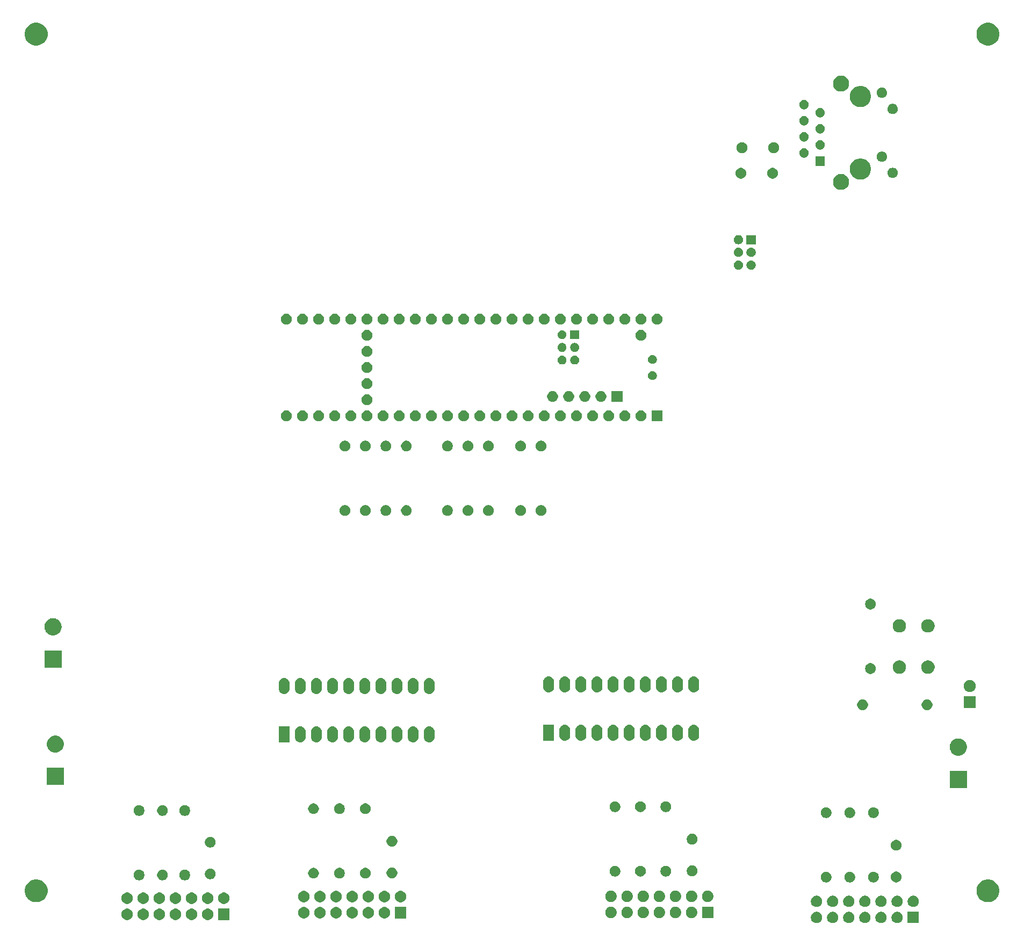
<source format=gbr>
G04 #@! TF.GenerationSoftware,KiCad,Pcbnew,(5.1.5)-3*
G04 #@! TF.CreationDate,2022-01-18T15:26:47+01:00*
G04 #@! TF.ProjectId,drop pcb proto 12 external controller,64726f70-2070-4636-9220-70726f746f20,rev?*
G04 #@! TF.SameCoordinates,Original*
G04 #@! TF.FileFunction,Soldermask,Top*
G04 #@! TF.FilePolarity,Negative*
%FSLAX46Y46*%
G04 Gerber Fmt 4.6, Leading zero omitted, Abs format (unit mm)*
G04 Created by KiCad (PCBNEW (5.1.5)-3) date 2022-01-18 15:26:47*
%MOMM*%
%LPD*%
G04 APERTURE LIST*
%ADD10C,0.100000*%
G04 APERTURE END LIST*
D10*
G36*
X184126440Y-155114560D02*
G01*
X182324440Y-155114560D01*
X182324440Y-153312560D01*
X184126440Y-153312560D01*
X184126440Y-155114560D01*
G37*
G36*
X178258952Y-153317487D02*
G01*
X178408252Y-153347184D01*
X178572224Y-153415104D01*
X178719794Y-153513707D01*
X178845293Y-153639206D01*
X178943896Y-153786776D01*
X179011816Y-153950748D01*
X179046440Y-154124819D01*
X179046440Y-154302301D01*
X179011816Y-154476372D01*
X178943896Y-154640344D01*
X178845293Y-154787914D01*
X178719794Y-154913413D01*
X178572224Y-155012016D01*
X178408252Y-155079936D01*
X178258952Y-155109633D01*
X178234182Y-155114560D01*
X178056698Y-155114560D01*
X178031928Y-155109633D01*
X177882628Y-155079936D01*
X177718656Y-155012016D01*
X177571086Y-154913413D01*
X177445587Y-154787914D01*
X177346984Y-154640344D01*
X177279064Y-154476372D01*
X177244440Y-154302301D01*
X177244440Y-154124819D01*
X177279064Y-153950748D01*
X177346984Y-153786776D01*
X177445587Y-153639206D01*
X177571086Y-153513707D01*
X177718656Y-153415104D01*
X177882628Y-153347184D01*
X178031928Y-153317487D01*
X178056698Y-153312560D01*
X178234182Y-153312560D01*
X178258952Y-153317487D01*
G37*
G36*
X175718952Y-153317487D02*
G01*
X175868252Y-153347184D01*
X176032224Y-153415104D01*
X176179794Y-153513707D01*
X176305293Y-153639206D01*
X176403896Y-153786776D01*
X176471816Y-153950748D01*
X176506440Y-154124819D01*
X176506440Y-154302301D01*
X176471816Y-154476372D01*
X176403896Y-154640344D01*
X176305293Y-154787914D01*
X176179794Y-154913413D01*
X176032224Y-155012016D01*
X175868252Y-155079936D01*
X175718952Y-155109633D01*
X175694182Y-155114560D01*
X175516698Y-155114560D01*
X175491928Y-155109633D01*
X175342628Y-155079936D01*
X175178656Y-155012016D01*
X175031086Y-154913413D01*
X174905587Y-154787914D01*
X174806984Y-154640344D01*
X174739064Y-154476372D01*
X174704440Y-154302301D01*
X174704440Y-154124819D01*
X174739064Y-153950748D01*
X174806984Y-153786776D01*
X174905587Y-153639206D01*
X175031086Y-153513707D01*
X175178656Y-153415104D01*
X175342628Y-153347184D01*
X175491928Y-153317487D01*
X175516698Y-153312560D01*
X175694182Y-153312560D01*
X175718952Y-153317487D01*
G37*
G36*
X173178952Y-153317487D02*
G01*
X173328252Y-153347184D01*
X173492224Y-153415104D01*
X173639794Y-153513707D01*
X173765293Y-153639206D01*
X173863896Y-153786776D01*
X173931816Y-153950748D01*
X173966440Y-154124819D01*
X173966440Y-154302301D01*
X173931816Y-154476372D01*
X173863896Y-154640344D01*
X173765293Y-154787914D01*
X173639794Y-154913413D01*
X173492224Y-155012016D01*
X173328252Y-155079936D01*
X173178952Y-155109633D01*
X173154182Y-155114560D01*
X172976698Y-155114560D01*
X172951928Y-155109633D01*
X172802628Y-155079936D01*
X172638656Y-155012016D01*
X172491086Y-154913413D01*
X172365587Y-154787914D01*
X172266984Y-154640344D01*
X172199064Y-154476372D01*
X172164440Y-154302301D01*
X172164440Y-154124819D01*
X172199064Y-153950748D01*
X172266984Y-153786776D01*
X172365587Y-153639206D01*
X172491086Y-153513707D01*
X172638656Y-153415104D01*
X172802628Y-153347184D01*
X172951928Y-153317487D01*
X172976698Y-153312560D01*
X173154182Y-153312560D01*
X173178952Y-153317487D01*
G37*
G36*
X170638952Y-153317487D02*
G01*
X170788252Y-153347184D01*
X170952224Y-153415104D01*
X171099794Y-153513707D01*
X171225293Y-153639206D01*
X171323896Y-153786776D01*
X171391816Y-153950748D01*
X171426440Y-154124819D01*
X171426440Y-154302301D01*
X171391816Y-154476372D01*
X171323896Y-154640344D01*
X171225293Y-154787914D01*
X171099794Y-154913413D01*
X170952224Y-155012016D01*
X170788252Y-155079936D01*
X170638952Y-155109633D01*
X170614182Y-155114560D01*
X170436698Y-155114560D01*
X170411928Y-155109633D01*
X170262628Y-155079936D01*
X170098656Y-155012016D01*
X169951086Y-154913413D01*
X169825587Y-154787914D01*
X169726984Y-154640344D01*
X169659064Y-154476372D01*
X169624440Y-154302301D01*
X169624440Y-154124819D01*
X169659064Y-153950748D01*
X169726984Y-153786776D01*
X169825587Y-153639206D01*
X169951086Y-153513707D01*
X170098656Y-153415104D01*
X170262628Y-153347184D01*
X170411928Y-153317487D01*
X170436698Y-153312560D01*
X170614182Y-153312560D01*
X170638952Y-153317487D01*
G37*
G36*
X168098952Y-153317487D02*
G01*
X168248252Y-153347184D01*
X168412224Y-153415104D01*
X168559794Y-153513707D01*
X168685293Y-153639206D01*
X168783896Y-153786776D01*
X168851816Y-153950748D01*
X168886440Y-154124819D01*
X168886440Y-154302301D01*
X168851816Y-154476372D01*
X168783896Y-154640344D01*
X168685293Y-154787914D01*
X168559794Y-154913413D01*
X168412224Y-155012016D01*
X168248252Y-155079936D01*
X168098952Y-155109633D01*
X168074182Y-155114560D01*
X167896698Y-155114560D01*
X167871928Y-155109633D01*
X167722628Y-155079936D01*
X167558656Y-155012016D01*
X167411086Y-154913413D01*
X167285587Y-154787914D01*
X167186984Y-154640344D01*
X167119064Y-154476372D01*
X167084440Y-154302301D01*
X167084440Y-154124819D01*
X167119064Y-153950748D01*
X167186984Y-153786776D01*
X167285587Y-153639206D01*
X167411086Y-153513707D01*
X167558656Y-153415104D01*
X167722628Y-153347184D01*
X167871928Y-153317487D01*
X167896698Y-153312560D01*
X168074182Y-153312560D01*
X168098952Y-153317487D01*
G37*
G36*
X180798952Y-153317487D02*
G01*
X180948252Y-153347184D01*
X181112224Y-153415104D01*
X181259794Y-153513707D01*
X181385293Y-153639206D01*
X181483896Y-153786776D01*
X181551816Y-153950748D01*
X181586440Y-154124819D01*
X181586440Y-154302301D01*
X181551816Y-154476372D01*
X181483896Y-154640344D01*
X181385293Y-154787914D01*
X181259794Y-154913413D01*
X181112224Y-155012016D01*
X180948252Y-155079936D01*
X180798952Y-155109633D01*
X180774182Y-155114560D01*
X180596698Y-155114560D01*
X180571928Y-155109633D01*
X180422628Y-155079936D01*
X180258656Y-155012016D01*
X180111086Y-154913413D01*
X179985587Y-154787914D01*
X179886984Y-154640344D01*
X179819064Y-154476372D01*
X179784440Y-154302301D01*
X179784440Y-154124819D01*
X179819064Y-153950748D01*
X179886984Y-153786776D01*
X179985587Y-153639206D01*
X180111086Y-153513707D01*
X180258656Y-153415104D01*
X180422628Y-153347184D01*
X180571928Y-153317487D01*
X180596698Y-153312560D01*
X180774182Y-153312560D01*
X180798952Y-153317487D01*
G37*
G36*
X61987912Y-152824727D02*
G01*
X62137212Y-152854424D01*
X62301184Y-152922344D01*
X62448754Y-153020947D01*
X62574253Y-153146446D01*
X62672856Y-153294016D01*
X62740776Y-153457988D01*
X62775400Y-153632059D01*
X62775400Y-153809541D01*
X62740776Y-153983612D01*
X62672856Y-154147584D01*
X62574253Y-154295154D01*
X62448754Y-154420653D01*
X62301184Y-154519256D01*
X62137212Y-154587176D01*
X61987912Y-154616873D01*
X61963142Y-154621800D01*
X61785658Y-154621800D01*
X61760888Y-154616873D01*
X61611588Y-154587176D01*
X61447616Y-154519256D01*
X61300046Y-154420653D01*
X61174547Y-154295154D01*
X61075944Y-154147584D01*
X61008024Y-153983612D01*
X60973400Y-153809541D01*
X60973400Y-153632059D01*
X61008024Y-153457988D01*
X61075944Y-153294016D01*
X61174547Y-153146446D01*
X61300046Y-153020947D01*
X61447616Y-152922344D01*
X61611588Y-152854424D01*
X61760888Y-152824727D01*
X61785658Y-152819800D01*
X61963142Y-152819800D01*
X61987912Y-152824727D01*
G37*
G36*
X72147912Y-152824727D02*
G01*
X72297212Y-152854424D01*
X72461184Y-152922344D01*
X72608754Y-153020947D01*
X72734253Y-153146446D01*
X72832856Y-153294016D01*
X72900776Y-153457988D01*
X72935400Y-153632059D01*
X72935400Y-153809541D01*
X72900776Y-153983612D01*
X72832856Y-154147584D01*
X72734253Y-154295154D01*
X72608754Y-154420653D01*
X72461184Y-154519256D01*
X72297212Y-154587176D01*
X72147912Y-154616873D01*
X72123142Y-154621800D01*
X71945658Y-154621800D01*
X71920888Y-154616873D01*
X71771588Y-154587176D01*
X71607616Y-154519256D01*
X71460046Y-154420653D01*
X71334547Y-154295154D01*
X71235944Y-154147584D01*
X71168024Y-153983612D01*
X71133400Y-153809541D01*
X71133400Y-153632059D01*
X71168024Y-153457988D01*
X71235944Y-153294016D01*
X71334547Y-153146446D01*
X71460046Y-153020947D01*
X71607616Y-152922344D01*
X71771588Y-152854424D01*
X71920888Y-152824727D01*
X71945658Y-152819800D01*
X72123142Y-152819800D01*
X72147912Y-152824727D01*
G37*
G36*
X75475400Y-154621800D02*
G01*
X73673400Y-154621800D01*
X73673400Y-152819800D01*
X75475400Y-152819800D01*
X75475400Y-154621800D01*
G37*
G36*
X64527912Y-152824727D02*
G01*
X64677212Y-152854424D01*
X64841184Y-152922344D01*
X64988754Y-153020947D01*
X65114253Y-153146446D01*
X65212856Y-153294016D01*
X65280776Y-153457988D01*
X65315400Y-153632059D01*
X65315400Y-153809541D01*
X65280776Y-153983612D01*
X65212856Y-154147584D01*
X65114253Y-154295154D01*
X64988754Y-154420653D01*
X64841184Y-154519256D01*
X64677212Y-154587176D01*
X64527912Y-154616873D01*
X64503142Y-154621800D01*
X64325658Y-154621800D01*
X64300888Y-154616873D01*
X64151588Y-154587176D01*
X63987616Y-154519256D01*
X63840046Y-154420653D01*
X63714547Y-154295154D01*
X63615944Y-154147584D01*
X63548024Y-153983612D01*
X63513400Y-153809541D01*
X63513400Y-153632059D01*
X63548024Y-153457988D01*
X63615944Y-153294016D01*
X63714547Y-153146446D01*
X63840046Y-153020947D01*
X63987616Y-152922344D01*
X64151588Y-152854424D01*
X64300888Y-152824727D01*
X64325658Y-152819800D01*
X64503142Y-152819800D01*
X64527912Y-152824727D01*
G37*
G36*
X69607912Y-152824727D02*
G01*
X69757212Y-152854424D01*
X69921184Y-152922344D01*
X70068754Y-153020947D01*
X70194253Y-153146446D01*
X70292856Y-153294016D01*
X70360776Y-153457988D01*
X70395400Y-153632059D01*
X70395400Y-153809541D01*
X70360776Y-153983612D01*
X70292856Y-154147584D01*
X70194253Y-154295154D01*
X70068754Y-154420653D01*
X69921184Y-154519256D01*
X69757212Y-154587176D01*
X69607912Y-154616873D01*
X69583142Y-154621800D01*
X69405658Y-154621800D01*
X69380888Y-154616873D01*
X69231588Y-154587176D01*
X69067616Y-154519256D01*
X68920046Y-154420653D01*
X68794547Y-154295154D01*
X68695944Y-154147584D01*
X68628024Y-153983612D01*
X68593400Y-153809541D01*
X68593400Y-153632059D01*
X68628024Y-153457988D01*
X68695944Y-153294016D01*
X68794547Y-153146446D01*
X68920046Y-153020947D01*
X69067616Y-152922344D01*
X69231588Y-152854424D01*
X69380888Y-152824727D01*
X69405658Y-152819800D01*
X69583142Y-152819800D01*
X69607912Y-152824727D01*
G37*
G36*
X59447912Y-152824727D02*
G01*
X59597212Y-152854424D01*
X59761184Y-152922344D01*
X59908754Y-153020947D01*
X60034253Y-153146446D01*
X60132856Y-153294016D01*
X60200776Y-153457988D01*
X60235400Y-153632059D01*
X60235400Y-153809541D01*
X60200776Y-153983612D01*
X60132856Y-154147584D01*
X60034253Y-154295154D01*
X59908754Y-154420653D01*
X59761184Y-154519256D01*
X59597212Y-154587176D01*
X59447912Y-154616873D01*
X59423142Y-154621800D01*
X59245658Y-154621800D01*
X59220888Y-154616873D01*
X59071588Y-154587176D01*
X58907616Y-154519256D01*
X58760046Y-154420653D01*
X58634547Y-154295154D01*
X58535944Y-154147584D01*
X58468024Y-153983612D01*
X58433400Y-153809541D01*
X58433400Y-153632059D01*
X58468024Y-153457988D01*
X58535944Y-153294016D01*
X58634547Y-153146446D01*
X58760046Y-153020947D01*
X58907616Y-152922344D01*
X59071588Y-152854424D01*
X59220888Y-152824727D01*
X59245658Y-152819800D01*
X59423142Y-152819800D01*
X59447912Y-152824727D01*
G37*
G36*
X67067912Y-152824727D02*
G01*
X67217212Y-152854424D01*
X67381184Y-152922344D01*
X67528754Y-153020947D01*
X67654253Y-153146446D01*
X67752856Y-153294016D01*
X67820776Y-153457988D01*
X67855400Y-153632059D01*
X67855400Y-153809541D01*
X67820776Y-153983612D01*
X67752856Y-154147584D01*
X67654253Y-154295154D01*
X67528754Y-154420653D01*
X67381184Y-154519256D01*
X67217212Y-154587176D01*
X67067912Y-154616873D01*
X67043142Y-154621800D01*
X66865658Y-154621800D01*
X66840888Y-154616873D01*
X66691588Y-154587176D01*
X66527616Y-154519256D01*
X66380046Y-154420653D01*
X66254547Y-154295154D01*
X66155944Y-154147584D01*
X66088024Y-153983612D01*
X66053400Y-153809541D01*
X66053400Y-153632059D01*
X66088024Y-153457988D01*
X66155944Y-153294016D01*
X66254547Y-153146446D01*
X66380046Y-153020947D01*
X66527616Y-152922344D01*
X66691588Y-152854424D01*
X66840888Y-152824727D01*
X66865658Y-152819800D01*
X67043142Y-152819800D01*
X67067912Y-152824727D01*
G37*
G36*
X87301552Y-152570727D02*
G01*
X87450852Y-152600424D01*
X87614824Y-152668344D01*
X87762394Y-152766947D01*
X87887893Y-152892446D01*
X87986496Y-153040016D01*
X88054416Y-153203988D01*
X88089040Y-153378059D01*
X88089040Y-153555541D01*
X88054416Y-153729612D01*
X87986496Y-153893584D01*
X87887893Y-154041154D01*
X87762394Y-154166653D01*
X87614824Y-154265256D01*
X87450852Y-154333176D01*
X87301552Y-154362873D01*
X87276782Y-154367800D01*
X87099298Y-154367800D01*
X87074528Y-154362873D01*
X86925228Y-154333176D01*
X86761256Y-154265256D01*
X86613686Y-154166653D01*
X86488187Y-154041154D01*
X86389584Y-153893584D01*
X86321664Y-153729612D01*
X86287040Y-153555541D01*
X86287040Y-153378059D01*
X86321664Y-153203988D01*
X86389584Y-153040016D01*
X86488187Y-152892446D01*
X86613686Y-152766947D01*
X86761256Y-152668344D01*
X86925228Y-152600424D01*
X87074528Y-152570727D01*
X87099298Y-152565800D01*
X87276782Y-152565800D01*
X87301552Y-152570727D01*
G37*
G36*
X103329040Y-154367800D02*
G01*
X101527040Y-154367800D01*
X101527040Y-152565800D01*
X103329040Y-152565800D01*
X103329040Y-154367800D01*
G37*
G36*
X100001552Y-152570727D02*
G01*
X100150852Y-152600424D01*
X100314824Y-152668344D01*
X100462394Y-152766947D01*
X100587893Y-152892446D01*
X100686496Y-153040016D01*
X100754416Y-153203988D01*
X100789040Y-153378059D01*
X100789040Y-153555541D01*
X100754416Y-153729612D01*
X100686496Y-153893584D01*
X100587893Y-154041154D01*
X100462394Y-154166653D01*
X100314824Y-154265256D01*
X100150852Y-154333176D01*
X100001552Y-154362873D01*
X99976782Y-154367800D01*
X99799298Y-154367800D01*
X99774528Y-154362873D01*
X99625228Y-154333176D01*
X99461256Y-154265256D01*
X99313686Y-154166653D01*
X99188187Y-154041154D01*
X99089584Y-153893584D01*
X99021664Y-153729612D01*
X98987040Y-153555541D01*
X98987040Y-153378059D01*
X99021664Y-153203988D01*
X99089584Y-153040016D01*
X99188187Y-152892446D01*
X99313686Y-152766947D01*
X99461256Y-152668344D01*
X99625228Y-152600424D01*
X99774528Y-152570727D01*
X99799298Y-152565800D01*
X99976782Y-152565800D01*
X100001552Y-152570727D01*
G37*
G36*
X97461552Y-152570727D02*
G01*
X97610852Y-152600424D01*
X97774824Y-152668344D01*
X97922394Y-152766947D01*
X98047893Y-152892446D01*
X98146496Y-153040016D01*
X98214416Y-153203988D01*
X98249040Y-153378059D01*
X98249040Y-153555541D01*
X98214416Y-153729612D01*
X98146496Y-153893584D01*
X98047893Y-154041154D01*
X97922394Y-154166653D01*
X97774824Y-154265256D01*
X97610852Y-154333176D01*
X97461552Y-154362873D01*
X97436782Y-154367800D01*
X97259298Y-154367800D01*
X97234528Y-154362873D01*
X97085228Y-154333176D01*
X96921256Y-154265256D01*
X96773686Y-154166653D01*
X96648187Y-154041154D01*
X96549584Y-153893584D01*
X96481664Y-153729612D01*
X96447040Y-153555541D01*
X96447040Y-153378059D01*
X96481664Y-153203988D01*
X96549584Y-153040016D01*
X96648187Y-152892446D01*
X96773686Y-152766947D01*
X96921256Y-152668344D01*
X97085228Y-152600424D01*
X97234528Y-152570727D01*
X97259298Y-152565800D01*
X97436782Y-152565800D01*
X97461552Y-152570727D01*
G37*
G36*
X94921552Y-152570727D02*
G01*
X95070852Y-152600424D01*
X95234824Y-152668344D01*
X95382394Y-152766947D01*
X95507893Y-152892446D01*
X95606496Y-153040016D01*
X95674416Y-153203988D01*
X95709040Y-153378059D01*
X95709040Y-153555541D01*
X95674416Y-153729612D01*
X95606496Y-153893584D01*
X95507893Y-154041154D01*
X95382394Y-154166653D01*
X95234824Y-154265256D01*
X95070852Y-154333176D01*
X94921552Y-154362873D01*
X94896782Y-154367800D01*
X94719298Y-154367800D01*
X94694528Y-154362873D01*
X94545228Y-154333176D01*
X94381256Y-154265256D01*
X94233686Y-154166653D01*
X94108187Y-154041154D01*
X94009584Y-153893584D01*
X93941664Y-153729612D01*
X93907040Y-153555541D01*
X93907040Y-153378059D01*
X93941664Y-153203988D01*
X94009584Y-153040016D01*
X94108187Y-152892446D01*
X94233686Y-152766947D01*
X94381256Y-152668344D01*
X94545228Y-152600424D01*
X94694528Y-152570727D01*
X94719298Y-152565800D01*
X94896782Y-152565800D01*
X94921552Y-152570727D01*
G37*
G36*
X92381552Y-152570727D02*
G01*
X92530852Y-152600424D01*
X92694824Y-152668344D01*
X92842394Y-152766947D01*
X92967893Y-152892446D01*
X93066496Y-153040016D01*
X93134416Y-153203988D01*
X93169040Y-153378059D01*
X93169040Y-153555541D01*
X93134416Y-153729612D01*
X93066496Y-153893584D01*
X92967893Y-154041154D01*
X92842394Y-154166653D01*
X92694824Y-154265256D01*
X92530852Y-154333176D01*
X92381552Y-154362873D01*
X92356782Y-154367800D01*
X92179298Y-154367800D01*
X92154528Y-154362873D01*
X92005228Y-154333176D01*
X91841256Y-154265256D01*
X91693686Y-154166653D01*
X91568187Y-154041154D01*
X91469584Y-153893584D01*
X91401664Y-153729612D01*
X91367040Y-153555541D01*
X91367040Y-153378059D01*
X91401664Y-153203988D01*
X91469584Y-153040016D01*
X91568187Y-152892446D01*
X91693686Y-152766947D01*
X91841256Y-152668344D01*
X92005228Y-152600424D01*
X92154528Y-152570727D01*
X92179298Y-152565800D01*
X92356782Y-152565800D01*
X92381552Y-152570727D01*
G37*
G36*
X89841552Y-152570727D02*
G01*
X89990852Y-152600424D01*
X90154824Y-152668344D01*
X90302394Y-152766947D01*
X90427893Y-152892446D01*
X90526496Y-153040016D01*
X90594416Y-153203988D01*
X90629040Y-153378059D01*
X90629040Y-153555541D01*
X90594416Y-153729612D01*
X90526496Y-153893584D01*
X90427893Y-154041154D01*
X90302394Y-154166653D01*
X90154824Y-154265256D01*
X89990852Y-154333176D01*
X89841552Y-154362873D01*
X89816782Y-154367800D01*
X89639298Y-154367800D01*
X89614528Y-154362873D01*
X89465228Y-154333176D01*
X89301256Y-154265256D01*
X89153686Y-154166653D01*
X89028187Y-154041154D01*
X88929584Y-153893584D01*
X88861664Y-153729612D01*
X88827040Y-153555541D01*
X88827040Y-153378059D01*
X88861664Y-153203988D01*
X88929584Y-153040016D01*
X89028187Y-152892446D01*
X89153686Y-152766947D01*
X89301256Y-152668344D01*
X89465228Y-152600424D01*
X89614528Y-152570727D01*
X89639298Y-152565800D01*
X89816782Y-152565800D01*
X89841552Y-152570727D01*
G37*
G36*
X148403792Y-152530087D02*
G01*
X148553092Y-152559784D01*
X148717064Y-152627704D01*
X148864634Y-152726307D01*
X148990133Y-152851806D01*
X149088736Y-152999376D01*
X149156656Y-153163348D01*
X149191280Y-153337419D01*
X149191280Y-153514901D01*
X149156656Y-153688972D01*
X149088736Y-153852944D01*
X148990133Y-154000514D01*
X148864634Y-154126013D01*
X148717064Y-154224616D01*
X148553092Y-154292536D01*
X148403792Y-154322233D01*
X148379022Y-154327160D01*
X148201538Y-154327160D01*
X148176768Y-154322233D01*
X148027468Y-154292536D01*
X147863496Y-154224616D01*
X147715926Y-154126013D01*
X147590427Y-154000514D01*
X147491824Y-153852944D01*
X147423904Y-153688972D01*
X147389280Y-153514901D01*
X147389280Y-153337419D01*
X147423904Y-153163348D01*
X147491824Y-152999376D01*
X147590427Y-152851806D01*
X147715926Y-152726307D01*
X147863496Y-152627704D01*
X148027468Y-152559784D01*
X148176768Y-152530087D01*
X148201538Y-152525160D01*
X148379022Y-152525160D01*
X148403792Y-152530087D01*
G37*
G36*
X151731280Y-154327160D02*
G01*
X149929280Y-154327160D01*
X149929280Y-152525160D01*
X151731280Y-152525160D01*
X151731280Y-154327160D01*
G37*
G36*
X145863792Y-152530087D02*
G01*
X146013092Y-152559784D01*
X146177064Y-152627704D01*
X146324634Y-152726307D01*
X146450133Y-152851806D01*
X146548736Y-152999376D01*
X146616656Y-153163348D01*
X146651280Y-153337419D01*
X146651280Y-153514901D01*
X146616656Y-153688972D01*
X146548736Y-153852944D01*
X146450133Y-154000514D01*
X146324634Y-154126013D01*
X146177064Y-154224616D01*
X146013092Y-154292536D01*
X145863792Y-154322233D01*
X145839022Y-154327160D01*
X145661538Y-154327160D01*
X145636768Y-154322233D01*
X145487468Y-154292536D01*
X145323496Y-154224616D01*
X145175926Y-154126013D01*
X145050427Y-154000514D01*
X144951824Y-153852944D01*
X144883904Y-153688972D01*
X144849280Y-153514901D01*
X144849280Y-153337419D01*
X144883904Y-153163348D01*
X144951824Y-152999376D01*
X145050427Y-152851806D01*
X145175926Y-152726307D01*
X145323496Y-152627704D01*
X145487468Y-152559784D01*
X145636768Y-152530087D01*
X145661538Y-152525160D01*
X145839022Y-152525160D01*
X145863792Y-152530087D01*
G37*
G36*
X143323792Y-152530087D02*
G01*
X143473092Y-152559784D01*
X143637064Y-152627704D01*
X143784634Y-152726307D01*
X143910133Y-152851806D01*
X144008736Y-152999376D01*
X144076656Y-153163348D01*
X144111280Y-153337419D01*
X144111280Y-153514901D01*
X144076656Y-153688972D01*
X144008736Y-153852944D01*
X143910133Y-154000514D01*
X143784634Y-154126013D01*
X143637064Y-154224616D01*
X143473092Y-154292536D01*
X143323792Y-154322233D01*
X143299022Y-154327160D01*
X143121538Y-154327160D01*
X143096768Y-154322233D01*
X142947468Y-154292536D01*
X142783496Y-154224616D01*
X142635926Y-154126013D01*
X142510427Y-154000514D01*
X142411824Y-153852944D01*
X142343904Y-153688972D01*
X142309280Y-153514901D01*
X142309280Y-153337419D01*
X142343904Y-153163348D01*
X142411824Y-152999376D01*
X142510427Y-152851806D01*
X142635926Y-152726307D01*
X142783496Y-152627704D01*
X142947468Y-152559784D01*
X143096768Y-152530087D01*
X143121538Y-152525160D01*
X143299022Y-152525160D01*
X143323792Y-152530087D01*
G37*
G36*
X140783792Y-152530087D02*
G01*
X140933092Y-152559784D01*
X141097064Y-152627704D01*
X141244634Y-152726307D01*
X141370133Y-152851806D01*
X141468736Y-152999376D01*
X141536656Y-153163348D01*
X141571280Y-153337419D01*
X141571280Y-153514901D01*
X141536656Y-153688972D01*
X141468736Y-153852944D01*
X141370133Y-154000514D01*
X141244634Y-154126013D01*
X141097064Y-154224616D01*
X140933092Y-154292536D01*
X140783792Y-154322233D01*
X140759022Y-154327160D01*
X140581538Y-154327160D01*
X140556768Y-154322233D01*
X140407468Y-154292536D01*
X140243496Y-154224616D01*
X140095926Y-154126013D01*
X139970427Y-154000514D01*
X139871824Y-153852944D01*
X139803904Y-153688972D01*
X139769280Y-153514901D01*
X139769280Y-153337419D01*
X139803904Y-153163348D01*
X139871824Y-152999376D01*
X139970427Y-152851806D01*
X140095926Y-152726307D01*
X140243496Y-152627704D01*
X140407468Y-152559784D01*
X140556768Y-152530087D01*
X140581538Y-152525160D01*
X140759022Y-152525160D01*
X140783792Y-152530087D01*
G37*
G36*
X138243792Y-152530087D02*
G01*
X138393092Y-152559784D01*
X138557064Y-152627704D01*
X138704634Y-152726307D01*
X138830133Y-152851806D01*
X138928736Y-152999376D01*
X138996656Y-153163348D01*
X139031280Y-153337419D01*
X139031280Y-153514901D01*
X138996656Y-153688972D01*
X138928736Y-153852944D01*
X138830133Y-154000514D01*
X138704634Y-154126013D01*
X138557064Y-154224616D01*
X138393092Y-154292536D01*
X138243792Y-154322233D01*
X138219022Y-154327160D01*
X138041538Y-154327160D01*
X138016768Y-154322233D01*
X137867468Y-154292536D01*
X137703496Y-154224616D01*
X137555926Y-154126013D01*
X137430427Y-154000514D01*
X137331824Y-153852944D01*
X137263904Y-153688972D01*
X137229280Y-153514901D01*
X137229280Y-153337419D01*
X137263904Y-153163348D01*
X137331824Y-152999376D01*
X137430427Y-152851806D01*
X137555926Y-152726307D01*
X137703496Y-152627704D01*
X137867468Y-152559784D01*
X138016768Y-152530087D01*
X138041538Y-152525160D01*
X138219022Y-152525160D01*
X138243792Y-152530087D01*
G37*
G36*
X135703792Y-152530087D02*
G01*
X135853092Y-152559784D01*
X136017064Y-152627704D01*
X136164634Y-152726307D01*
X136290133Y-152851806D01*
X136388736Y-152999376D01*
X136456656Y-153163348D01*
X136491280Y-153337419D01*
X136491280Y-153514901D01*
X136456656Y-153688972D01*
X136388736Y-153852944D01*
X136290133Y-154000514D01*
X136164634Y-154126013D01*
X136017064Y-154224616D01*
X135853092Y-154292536D01*
X135703792Y-154322233D01*
X135679022Y-154327160D01*
X135501538Y-154327160D01*
X135476768Y-154322233D01*
X135327468Y-154292536D01*
X135163496Y-154224616D01*
X135015926Y-154126013D01*
X134890427Y-154000514D01*
X134791824Y-153852944D01*
X134723904Y-153688972D01*
X134689280Y-153514901D01*
X134689280Y-153337419D01*
X134723904Y-153163348D01*
X134791824Y-152999376D01*
X134890427Y-152851806D01*
X135015926Y-152726307D01*
X135163496Y-152627704D01*
X135327468Y-152559784D01*
X135476768Y-152530087D01*
X135501538Y-152525160D01*
X135679022Y-152525160D01*
X135703792Y-152530087D01*
G37*
G36*
X168098952Y-150777487D02*
G01*
X168248252Y-150807184D01*
X168412224Y-150875104D01*
X168559794Y-150973707D01*
X168685293Y-151099206D01*
X168783896Y-151246776D01*
X168851816Y-151410748D01*
X168886440Y-151584819D01*
X168886440Y-151762301D01*
X168851816Y-151936372D01*
X168783896Y-152100344D01*
X168685293Y-152247914D01*
X168559794Y-152373413D01*
X168412224Y-152472016D01*
X168248252Y-152539936D01*
X168098952Y-152569633D01*
X168074182Y-152574560D01*
X167896698Y-152574560D01*
X167871928Y-152569633D01*
X167722628Y-152539936D01*
X167558656Y-152472016D01*
X167411086Y-152373413D01*
X167285587Y-152247914D01*
X167186984Y-152100344D01*
X167119064Y-151936372D01*
X167084440Y-151762301D01*
X167084440Y-151584819D01*
X167119064Y-151410748D01*
X167186984Y-151246776D01*
X167285587Y-151099206D01*
X167411086Y-150973707D01*
X167558656Y-150875104D01*
X167722628Y-150807184D01*
X167871928Y-150777487D01*
X167896698Y-150772560D01*
X168074182Y-150772560D01*
X168098952Y-150777487D01*
G37*
G36*
X183338952Y-150777487D02*
G01*
X183488252Y-150807184D01*
X183652224Y-150875104D01*
X183799794Y-150973707D01*
X183925293Y-151099206D01*
X184023896Y-151246776D01*
X184091816Y-151410748D01*
X184126440Y-151584819D01*
X184126440Y-151762301D01*
X184091816Y-151936372D01*
X184023896Y-152100344D01*
X183925293Y-152247914D01*
X183799794Y-152373413D01*
X183652224Y-152472016D01*
X183488252Y-152539936D01*
X183338952Y-152569633D01*
X183314182Y-152574560D01*
X183136698Y-152574560D01*
X183111928Y-152569633D01*
X182962628Y-152539936D01*
X182798656Y-152472016D01*
X182651086Y-152373413D01*
X182525587Y-152247914D01*
X182426984Y-152100344D01*
X182359064Y-151936372D01*
X182324440Y-151762301D01*
X182324440Y-151584819D01*
X182359064Y-151410748D01*
X182426984Y-151246776D01*
X182525587Y-151099206D01*
X182651086Y-150973707D01*
X182798656Y-150875104D01*
X182962628Y-150807184D01*
X183111928Y-150777487D01*
X183136698Y-150772560D01*
X183314182Y-150772560D01*
X183338952Y-150777487D01*
G37*
G36*
X180798952Y-150777487D02*
G01*
X180948252Y-150807184D01*
X181112224Y-150875104D01*
X181259794Y-150973707D01*
X181385293Y-151099206D01*
X181483896Y-151246776D01*
X181551816Y-151410748D01*
X181586440Y-151584819D01*
X181586440Y-151762301D01*
X181551816Y-151936372D01*
X181483896Y-152100344D01*
X181385293Y-152247914D01*
X181259794Y-152373413D01*
X181112224Y-152472016D01*
X180948252Y-152539936D01*
X180798952Y-152569633D01*
X180774182Y-152574560D01*
X180596698Y-152574560D01*
X180571928Y-152569633D01*
X180422628Y-152539936D01*
X180258656Y-152472016D01*
X180111086Y-152373413D01*
X179985587Y-152247914D01*
X179886984Y-152100344D01*
X179819064Y-151936372D01*
X179784440Y-151762301D01*
X179784440Y-151584819D01*
X179819064Y-151410748D01*
X179886984Y-151246776D01*
X179985587Y-151099206D01*
X180111086Y-150973707D01*
X180258656Y-150875104D01*
X180422628Y-150807184D01*
X180571928Y-150777487D01*
X180596698Y-150772560D01*
X180774182Y-150772560D01*
X180798952Y-150777487D01*
G37*
G36*
X175718952Y-150777487D02*
G01*
X175868252Y-150807184D01*
X176032224Y-150875104D01*
X176179794Y-150973707D01*
X176305293Y-151099206D01*
X176403896Y-151246776D01*
X176471816Y-151410748D01*
X176506440Y-151584819D01*
X176506440Y-151762301D01*
X176471816Y-151936372D01*
X176403896Y-152100344D01*
X176305293Y-152247914D01*
X176179794Y-152373413D01*
X176032224Y-152472016D01*
X175868252Y-152539936D01*
X175718952Y-152569633D01*
X175694182Y-152574560D01*
X175516698Y-152574560D01*
X175491928Y-152569633D01*
X175342628Y-152539936D01*
X175178656Y-152472016D01*
X175031086Y-152373413D01*
X174905587Y-152247914D01*
X174806984Y-152100344D01*
X174739064Y-151936372D01*
X174704440Y-151762301D01*
X174704440Y-151584819D01*
X174739064Y-151410748D01*
X174806984Y-151246776D01*
X174905587Y-151099206D01*
X175031086Y-150973707D01*
X175178656Y-150875104D01*
X175342628Y-150807184D01*
X175491928Y-150777487D01*
X175516698Y-150772560D01*
X175694182Y-150772560D01*
X175718952Y-150777487D01*
G37*
G36*
X178258952Y-150777487D02*
G01*
X178408252Y-150807184D01*
X178572224Y-150875104D01*
X178719794Y-150973707D01*
X178845293Y-151099206D01*
X178943896Y-151246776D01*
X179011816Y-151410748D01*
X179046440Y-151584819D01*
X179046440Y-151762301D01*
X179011816Y-151936372D01*
X178943896Y-152100344D01*
X178845293Y-152247914D01*
X178719794Y-152373413D01*
X178572224Y-152472016D01*
X178408252Y-152539936D01*
X178258952Y-152569633D01*
X178234182Y-152574560D01*
X178056698Y-152574560D01*
X178031928Y-152569633D01*
X177882628Y-152539936D01*
X177718656Y-152472016D01*
X177571086Y-152373413D01*
X177445587Y-152247914D01*
X177346984Y-152100344D01*
X177279064Y-151936372D01*
X177244440Y-151762301D01*
X177244440Y-151584819D01*
X177279064Y-151410748D01*
X177346984Y-151246776D01*
X177445587Y-151099206D01*
X177571086Y-150973707D01*
X177718656Y-150875104D01*
X177882628Y-150807184D01*
X178031928Y-150777487D01*
X178056698Y-150772560D01*
X178234182Y-150772560D01*
X178258952Y-150777487D01*
G37*
G36*
X170638952Y-150777487D02*
G01*
X170788252Y-150807184D01*
X170952224Y-150875104D01*
X171099794Y-150973707D01*
X171225293Y-151099206D01*
X171323896Y-151246776D01*
X171391816Y-151410748D01*
X171426440Y-151584819D01*
X171426440Y-151762301D01*
X171391816Y-151936372D01*
X171323896Y-152100344D01*
X171225293Y-152247914D01*
X171099794Y-152373413D01*
X170952224Y-152472016D01*
X170788252Y-152539936D01*
X170638952Y-152569633D01*
X170614182Y-152574560D01*
X170436698Y-152574560D01*
X170411928Y-152569633D01*
X170262628Y-152539936D01*
X170098656Y-152472016D01*
X169951086Y-152373413D01*
X169825587Y-152247914D01*
X169726984Y-152100344D01*
X169659064Y-151936372D01*
X169624440Y-151762301D01*
X169624440Y-151584819D01*
X169659064Y-151410748D01*
X169726984Y-151246776D01*
X169825587Y-151099206D01*
X169951086Y-150973707D01*
X170098656Y-150875104D01*
X170262628Y-150807184D01*
X170411928Y-150777487D01*
X170436698Y-150772560D01*
X170614182Y-150772560D01*
X170638952Y-150777487D01*
G37*
G36*
X173178952Y-150777487D02*
G01*
X173328252Y-150807184D01*
X173492224Y-150875104D01*
X173639794Y-150973707D01*
X173765293Y-151099206D01*
X173863896Y-151246776D01*
X173931816Y-151410748D01*
X173966440Y-151584819D01*
X173966440Y-151762301D01*
X173931816Y-151936372D01*
X173863896Y-152100344D01*
X173765293Y-152247914D01*
X173639794Y-152373413D01*
X173492224Y-152472016D01*
X173328252Y-152539936D01*
X173178952Y-152569633D01*
X173154182Y-152574560D01*
X172976698Y-152574560D01*
X172951928Y-152569633D01*
X172802628Y-152539936D01*
X172638656Y-152472016D01*
X172491086Y-152373413D01*
X172365587Y-152247914D01*
X172266984Y-152100344D01*
X172199064Y-151936372D01*
X172164440Y-151762301D01*
X172164440Y-151584819D01*
X172199064Y-151410748D01*
X172266984Y-151246776D01*
X172365587Y-151099206D01*
X172491086Y-150973707D01*
X172638656Y-150875104D01*
X172802628Y-150807184D01*
X172951928Y-150777487D01*
X172976698Y-150772560D01*
X173154182Y-150772560D01*
X173178952Y-150777487D01*
G37*
G36*
X64527912Y-150284727D02*
G01*
X64677212Y-150314424D01*
X64841184Y-150382344D01*
X64988754Y-150480947D01*
X65114253Y-150606446D01*
X65212856Y-150754016D01*
X65280776Y-150917988D01*
X65315400Y-151092059D01*
X65315400Y-151269541D01*
X65280776Y-151443612D01*
X65212856Y-151607584D01*
X65114253Y-151755154D01*
X64988754Y-151880653D01*
X64841184Y-151979256D01*
X64677212Y-152047176D01*
X64527912Y-152076873D01*
X64503142Y-152081800D01*
X64325658Y-152081800D01*
X64300888Y-152076873D01*
X64151588Y-152047176D01*
X63987616Y-151979256D01*
X63840046Y-151880653D01*
X63714547Y-151755154D01*
X63615944Y-151607584D01*
X63548024Y-151443612D01*
X63513400Y-151269541D01*
X63513400Y-151092059D01*
X63548024Y-150917988D01*
X63615944Y-150754016D01*
X63714547Y-150606446D01*
X63840046Y-150480947D01*
X63987616Y-150382344D01*
X64151588Y-150314424D01*
X64300888Y-150284727D01*
X64325658Y-150279800D01*
X64503142Y-150279800D01*
X64527912Y-150284727D01*
G37*
G36*
X72147912Y-150284727D02*
G01*
X72297212Y-150314424D01*
X72461184Y-150382344D01*
X72608754Y-150480947D01*
X72734253Y-150606446D01*
X72832856Y-150754016D01*
X72900776Y-150917988D01*
X72935400Y-151092059D01*
X72935400Y-151269541D01*
X72900776Y-151443612D01*
X72832856Y-151607584D01*
X72734253Y-151755154D01*
X72608754Y-151880653D01*
X72461184Y-151979256D01*
X72297212Y-152047176D01*
X72147912Y-152076873D01*
X72123142Y-152081800D01*
X71945658Y-152081800D01*
X71920888Y-152076873D01*
X71771588Y-152047176D01*
X71607616Y-151979256D01*
X71460046Y-151880653D01*
X71334547Y-151755154D01*
X71235944Y-151607584D01*
X71168024Y-151443612D01*
X71133400Y-151269541D01*
X71133400Y-151092059D01*
X71168024Y-150917988D01*
X71235944Y-150754016D01*
X71334547Y-150606446D01*
X71460046Y-150480947D01*
X71607616Y-150382344D01*
X71771588Y-150314424D01*
X71920888Y-150284727D01*
X71945658Y-150279800D01*
X72123142Y-150279800D01*
X72147912Y-150284727D01*
G37*
G36*
X61987912Y-150284727D02*
G01*
X62137212Y-150314424D01*
X62301184Y-150382344D01*
X62448754Y-150480947D01*
X62574253Y-150606446D01*
X62672856Y-150754016D01*
X62740776Y-150917988D01*
X62775400Y-151092059D01*
X62775400Y-151269541D01*
X62740776Y-151443612D01*
X62672856Y-151607584D01*
X62574253Y-151755154D01*
X62448754Y-151880653D01*
X62301184Y-151979256D01*
X62137212Y-152047176D01*
X61987912Y-152076873D01*
X61963142Y-152081800D01*
X61785658Y-152081800D01*
X61760888Y-152076873D01*
X61611588Y-152047176D01*
X61447616Y-151979256D01*
X61300046Y-151880653D01*
X61174547Y-151755154D01*
X61075944Y-151607584D01*
X61008024Y-151443612D01*
X60973400Y-151269541D01*
X60973400Y-151092059D01*
X61008024Y-150917988D01*
X61075944Y-150754016D01*
X61174547Y-150606446D01*
X61300046Y-150480947D01*
X61447616Y-150382344D01*
X61611588Y-150314424D01*
X61760888Y-150284727D01*
X61785658Y-150279800D01*
X61963142Y-150279800D01*
X61987912Y-150284727D01*
G37*
G36*
X59447912Y-150284727D02*
G01*
X59597212Y-150314424D01*
X59761184Y-150382344D01*
X59908754Y-150480947D01*
X60034253Y-150606446D01*
X60132856Y-150754016D01*
X60200776Y-150917988D01*
X60235400Y-151092059D01*
X60235400Y-151269541D01*
X60200776Y-151443612D01*
X60132856Y-151607584D01*
X60034253Y-151755154D01*
X59908754Y-151880653D01*
X59761184Y-151979256D01*
X59597212Y-152047176D01*
X59447912Y-152076873D01*
X59423142Y-152081800D01*
X59245658Y-152081800D01*
X59220888Y-152076873D01*
X59071588Y-152047176D01*
X58907616Y-151979256D01*
X58760046Y-151880653D01*
X58634547Y-151755154D01*
X58535944Y-151607584D01*
X58468024Y-151443612D01*
X58433400Y-151269541D01*
X58433400Y-151092059D01*
X58468024Y-150917988D01*
X58535944Y-150754016D01*
X58634547Y-150606446D01*
X58760046Y-150480947D01*
X58907616Y-150382344D01*
X59071588Y-150314424D01*
X59220888Y-150284727D01*
X59245658Y-150279800D01*
X59423142Y-150279800D01*
X59447912Y-150284727D01*
G37*
G36*
X74687912Y-150284727D02*
G01*
X74837212Y-150314424D01*
X75001184Y-150382344D01*
X75148754Y-150480947D01*
X75274253Y-150606446D01*
X75372856Y-150754016D01*
X75440776Y-150917988D01*
X75475400Y-151092059D01*
X75475400Y-151269541D01*
X75440776Y-151443612D01*
X75372856Y-151607584D01*
X75274253Y-151755154D01*
X75148754Y-151880653D01*
X75001184Y-151979256D01*
X74837212Y-152047176D01*
X74687912Y-152076873D01*
X74663142Y-152081800D01*
X74485658Y-152081800D01*
X74460888Y-152076873D01*
X74311588Y-152047176D01*
X74147616Y-151979256D01*
X74000046Y-151880653D01*
X73874547Y-151755154D01*
X73775944Y-151607584D01*
X73708024Y-151443612D01*
X73673400Y-151269541D01*
X73673400Y-151092059D01*
X73708024Y-150917988D01*
X73775944Y-150754016D01*
X73874547Y-150606446D01*
X74000046Y-150480947D01*
X74147616Y-150382344D01*
X74311588Y-150314424D01*
X74460888Y-150284727D01*
X74485658Y-150279800D01*
X74663142Y-150279800D01*
X74687912Y-150284727D01*
G37*
G36*
X67067912Y-150284727D02*
G01*
X67217212Y-150314424D01*
X67381184Y-150382344D01*
X67528754Y-150480947D01*
X67654253Y-150606446D01*
X67752856Y-150754016D01*
X67820776Y-150917988D01*
X67855400Y-151092059D01*
X67855400Y-151269541D01*
X67820776Y-151443612D01*
X67752856Y-151607584D01*
X67654253Y-151755154D01*
X67528754Y-151880653D01*
X67381184Y-151979256D01*
X67217212Y-152047176D01*
X67067912Y-152076873D01*
X67043142Y-152081800D01*
X66865658Y-152081800D01*
X66840888Y-152076873D01*
X66691588Y-152047176D01*
X66527616Y-151979256D01*
X66380046Y-151880653D01*
X66254547Y-151755154D01*
X66155944Y-151607584D01*
X66088024Y-151443612D01*
X66053400Y-151269541D01*
X66053400Y-151092059D01*
X66088024Y-150917988D01*
X66155944Y-150754016D01*
X66254547Y-150606446D01*
X66380046Y-150480947D01*
X66527616Y-150382344D01*
X66691588Y-150314424D01*
X66840888Y-150284727D01*
X66865658Y-150279800D01*
X67043142Y-150279800D01*
X67067912Y-150284727D01*
G37*
G36*
X69607912Y-150284727D02*
G01*
X69757212Y-150314424D01*
X69921184Y-150382344D01*
X70068754Y-150480947D01*
X70194253Y-150606446D01*
X70292856Y-150754016D01*
X70360776Y-150917988D01*
X70395400Y-151092059D01*
X70395400Y-151269541D01*
X70360776Y-151443612D01*
X70292856Y-151607584D01*
X70194253Y-151755154D01*
X70068754Y-151880653D01*
X69921184Y-151979256D01*
X69757212Y-152047176D01*
X69607912Y-152076873D01*
X69583142Y-152081800D01*
X69405658Y-152081800D01*
X69380888Y-152076873D01*
X69231588Y-152047176D01*
X69067616Y-151979256D01*
X68920046Y-151880653D01*
X68794547Y-151755154D01*
X68695944Y-151607584D01*
X68628024Y-151443612D01*
X68593400Y-151269541D01*
X68593400Y-151092059D01*
X68628024Y-150917988D01*
X68695944Y-150754016D01*
X68794547Y-150606446D01*
X68920046Y-150480947D01*
X69067616Y-150382344D01*
X69231588Y-150314424D01*
X69380888Y-150284727D01*
X69405658Y-150279800D01*
X69583142Y-150279800D01*
X69607912Y-150284727D01*
G37*
G36*
X102541552Y-150030727D02*
G01*
X102690852Y-150060424D01*
X102854824Y-150128344D01*
X103002394Y-150226947D01*
X103127893Y-150352446D01*
X103226496Y-150500016D01*
X103294416Y-150663988D01*
X103329040Y-150838059D01*
X103329040Y-151015541D01*
X103294416Y-151189612D01*
X103226496Y-151353584D01*
X103127893Y-151501154D01*
X103002394Y-151626653D01*
X102854824Y-151725256D01*
X102690852Y-151793176D01*
X102541552Y-151822873D01*
X102516782Y-151827800D01*
X102339298Y-151827800D01*
X102314528Y-151822873D01*
X102165228Y-151793176D01*
X102001256Y-151725256D01*
X101853686Y-151626653D01*
X101728187Y-151501154D01*
X101629584Y-151353584D01*
X101561664Y-151189612D01*
X101527040Y-151015541D01*
X101527040Y-150838059D01*
X101561664Y-150663988D01*
X101629584Y-150500016D01*
X101728187Y-150352446D01*
X101853686Y-150226947D01*
X102001256Y-150128344D01*
X102165228Y-150060424D01*
X102314528Y-150030727D01*
X102339298Y-150025800D01*
X102516782Y-150025800D01*
X102541552Y-150030727D01*
G37*
G36*
X100001552Y-150030727D02*
G01*
X100150852Y-150060424D01*
X100314824Y-150128344D01*
X100462394Y-150226947D01*
X100587893Y-150352446D01*
X100686496Y-150500016D01*
X100754416Y-150663988D01*
X100789040Y-150838059D01*
X100789040Y-151015541D01*
X100754416Y-151189612D01*
X100686496Y-151353584D01*
X100587893Y-151501154D01*
X100462394Y-151626653D01*
X100314824Y-151725256D01*
X100150852Y-151793176D01*
X100001552Y-151822873D01*
X99976782Y-151827800D01*
X99799298Y-151827800D01*
X99774528Y-151822873D01*
X99625228Y-151793176D01*
X99461256Y-151725256D01*
X99313686Y-151626653D01*
X99188187Y-151501154D01*
X99089584Y-151353584D01*
X99021664Y-151189612D01*
X98987040Y-151015541D01*
X98987040Y-150838059D01*
X99021664Y-150663988D01*
X99089584Y-150500016D01*
X99188187Y-150352446D01*
X99313686Y-150226947D01*
X99461256Y-150128344D01*
X99625228Y-150060424D01*
X99774528Y-150030727D01*
X99799298Y-150025800D01*
X99976782Y-150025800D01*
X100001552Y-150030727D01*
G37*
G36*
X97461552Y-150030727D02*
G01*
X97610852Y-150060424D01*
X97774824Y-150128344D01*
X97922394Y-150226947D01*
X98047893Y-150352446D01*
X98146496Y-150500016D01*
X98214416Y-150663988D01*
X98249040Y-150838059D01*
X98249040Y-151015541D01*
X98214416Y-151189612D01*
X98146496Y-151353584D01*
X98047893Y-151501154D01*
X97922394Y-151626653D01*
X97774824Y-151725256D01*
X97610852Y-151793176D01*
X97461552Y-151822873D01*
X97436782Y-151827800D01*
X97259298Y-151827800D01*
X97234528Y-151822873D01*
X97085228Y-151793176D01*
X96921256Y-151725256D01*
X96773686Y-151626653D01*
X96648187Y-151501154D01*
X96549584Y-151353584D01*
X96481664Y-151189612D01*
X96447040Y-151015541D01*
X96447040Y-150838059D01*
X96481664Y-150663988D01*
X96549584Y-150500016D01*
X96648187Y-150352446D01*
X96773686Y-150226947D01*
X96921256Y-150128344D01*
X97085228Y-150060424D01*
X97234528Y-150030727D01*
X97259298Y-150025800D01*
X97436782Y-150025800D01*
X97461552Y-150030727D01*
G37*
G36*
X94921552Y-150030727D02*
G01*
X95070852Y-150060424D01*
X95234824Y-150128344D01*
X95382394Y-150226947D01*
X95507893Y-150352446D01*
X95606496Y-150500016D01*
X95674416Y-150663988D01*
X95709040Y-150838059D01*
X95709040Y-151015541D01*
X95674416Y-151189612D01*
X95606496Y-151353584D01*
X95507893Y-151501154D01*
X95382394Y-151626653D01*
X95234824Y-151725256D01*
X95070852Y-151793176D01*
X94921552Y-151822873D01*
X94896782Y-151827800D01*
X94719298Y-151827800D01*
X94694528Y-151822873D01*
X94545228Y-151793176D01*
X94381256Y-151725256D01*
X94233686Y-151626653D01*
X94108187Y-151501154D01*
X94009584Y-151353584D01*
X93941664Y-151189612D01*
X93907040Y-151015541D01*
X93907040Y-150838059D01*
X93941664Y-150663988D01*
X94009584Y-150500016D01*
X94108187Y-150352446D01*
X94233686Y-150226947D01*
X94381256Y-150128344D01*
X94545228Y-150060424D01*
X94694528Y-150030727D01*
X94719298Y-150025800D01*
X94896782Y-150025800D01*
X94921552Y-150030727D01*
G37*
G36*
X87301552Y-150030727D02*
G01*
X87450852Y-150060424D01*
X87614824Y-150128344D01*
X87762394Y-150226947D01*
X87887893Y-150352446D01*
X87986496Y-150500016D01*
X88054416Y-150663988D01*
X88089040Y-150838059D01*
X88089040Y-151015541D01*
X88054416Y-151189612D01*
X87986496Y-151353584D01*
X87887893Y-151501154D01*
X87762394Y-151626653D01*
X87614824Y-151725256D01*
X87450852Y-151793176D01*
X87301552Y-151822873D01*
X87276782Y-151827800D01*
X87099298Y-151827800D01*
X87074528Y-151822873D01*
X86925228Y-151793176D01*
X86761256Y-151725256D01*
X86613686Y-151626653D01*
X86488187Y-151501154D01*
X86389584Y-151353584D01*
X86321664Y-151189612D01*
X86287040Y-151015541D01*
X86287040Y-150838059D01*
X86321664Y-150663988D01*
X86389584Y-150500016D01*
X86488187Y-150352446D01*
X86613686Y-150226947D01*
X86761256Y-150128344D01*
X86925228Y-150060424D01*
X87074528Y-150030727D01*
X87099298Y-150025800D01*
X87276782Y-150025800D01*
X87301552Y-150030727D01*
G37*
G36*
X92381552Y-150030727D02*
G01*
X92530852Y-150060424D01*
X92694824Y-150128344D01*
X92842394Y-150226947D01*
X92967893Y-150352446D01*
X93066496Y-150500016D01*
X93134416Y-150663988D01*
X93169040Y-150838059D01*
X93169040Y-151015541D01*
X93134416Y-151189612D01*
X93066496Y-151353584D01*
X92967893Y-151501154D01*
X92842394Y-151626653D01*
X92694824Y-151725256D01*
X92530852Y-151793176D01*
X92381552Y-151822873D01*
X92356782Y-151827800D01*
X92179298Y-151827800D01*
X92154528Y-151822873D01*
X92005228Y-151793176D01*
X91841256Y-151725256D01*
X91693686Y-151626653D01*
X91568187Y-151501154D01*
X91469584Y-151353584D01*
X91401664Y-151189612D01*
X91367040Y-151015541D01*
X91367040Y-150838059D01*
X91401664Y-150663988D01*
X91469584Y-150500016D01*
X91568187Y-150352446D01*
X91693686Y-150226947D01*
X91841256Y-150128344D01*
X92005228Y-150060424D01*
X92154528Y-150030727D01*
X92179298Y-150025800D01*
X92356782Y-150025800D01*
X92381552Y-150030727D01*
G37*
G36*
X89841552Y-150030727D02*
G01*
X89990852Y-150060424D01*
X90154824Y-150128344D01*
X90302394Y-150226947D01*
X90427893Y-150352446D01*
X90526496Y-150500016D01*
X90594416Y-150663988D01*
X90629040Y-150838059D01*
X90629040Y-151015541D01*
X90594416Y-151189612D01*
X90526496Y-151353584D01*
X90427893Y-151501154D01*
X90302394Y-151626653D01*
X90154824Y-151725256D01*
X89990852Y-151793176D01*
X89841552Y-151822873D01*
X89816782Y-151827800D01*
X89639298Y-151827800D01*
X89614528Y-151822873D01*
X89465228Y-151793176D01*
X89301256Y-151725256D01*
X89153686Y-151626653D01*
X89028187Y-151501154D01*
X88929584Y-151353584D01*
X88861664Y-151189612D01*
X88827040Y-151015541D01*
X88827040Y-150838059D01*
X88861664Y-150663988D01*
X88929584Y-150500016D01*
X89028187Y-150352446D01*
X89153686Y-150226947D01*
X89301256Y-150128344D01*
X89465228Y-150060424D01*
X89614528Y-150030727D01*
X89639298Y-150025800D01*
X89816782Y-150025800D01*
X89841552Y-150030727D01*
G37*
G36*
X45525331Y-148268211D02*
G01*
X45853092Y-148403974D01*
X46148070Y-148601072D01*
X46398928Y-148851930D01*
X46596026Y-149146908D01*
X46731789Y-149474669D01*
X46801000Y-149822616D01*
X46801000Y-150177384D01*
X46731789Y-150525331D01*
X46596026Y-150853092D01*
X46398928Y-151148070D01*
X46148070Y-151398928D01*
X45853092Y-151596026D01*
X45525331Y-151731789D01*
X45177384Y-151801000D01*
X44822616Y-151801000D01*
X44474669Y-151731789D01*
X44146908Y-151596026D01*
X43851930Y-151398928D01*
X43601072Y-151148070D01*
X43403974Y-150853092D01*
X43268211Y-150525331D01*
X43199000Y-150177384D01*
X43199000Y-149822616D01*
X43268211Y-149474669D01*
X43403974Y-149146908D01*
X43601072Y-148851930D01*
X43851930Y-148601072D01*
X44146908Y-148403974D01*
X44474669Y-148268211D01*
X44822616Y-148199000D01*
X45177384Y-148199000D01*
X45525331Y-148268211D01*
G37*
G36*
X195525331Y-148268211D02*
G01*
X195853092Y-148403974D01*
X196148070Y-148601072D01*
X196398928Y-148851930D01*
X196596026Y-149146908D01*
X196731789Y-149474669D01*
X196801000Y-149822616D01*
X196801000Y-150177384D01*
X196731789Y-150525331D01*
X196596026Y-150853092D01*
X196398928Y-151148070D01*
X196148070Y-151398928D01*
X195853092Y-151596026D01*
X195525331Y-151731789D01*
X195177384Y-151801000D01*
X194822616Y-151801000D01*
X194474669Y-151731789D01*
X194146908Y-151596026D01*
X193851930Y-151398928D01*
X193601072Y-151148070D01*
X193403974Y-150853092D01*
X193268211Y-150525331D01*
X193199000Y-150177384D01*
X193199000Y-149822616D01*
X193268211Y-149474669D01*
X193403974Y-149146908D01*
X193601072Y-148851930D01*
X193851930Y-148601072D01*
X194146908Y-148403974D01*
X194474669Y-148268211D01*
X194822616Y-148199000D01*
X195177384Y-148199000D01*
X195525331Y-148268211D01*
G37*
G36*
X138243792Y-149990087D02*
G01*
X138393092Y-150019784D01*
X138557064Y-150087704D01*
X138704634Y-150186307D01*
X138830133Y-150311806D01*
X138928736Y-150459376D01*
X138996656Y-150623348D01*
X139031280Y-150797419D01*
X139031280Y-150974901D01*
X138996656Y-151148972D01*
X138928736Y-151312944D01*
X138830133Y-151460514D01*
X138704634Y-151586013D01*
X138557064Y-151684616D01*
X138393092Y-151752536D01*
X138243792Y-151782233D01*
X138219022Y-151787160D01*
X138041538Y-151787160D01*
X138016768Y-151782233D01*
X137867468Y-151752536D01*
X137703496Y-151684616D01*
X137555926Y-151586013D01*
X137430427Y-151460514D01*
X137331824Y-151312944D01*
X137263904Y-151148972D01*
X137229280Y-150974901D01*
X137229280Y-150797419D01*
X137263904Y-150623348D01*
X137331824Y-150459376D01*
X137430427Y-150311806D01*
X137555926Y-150186307D01*
X137703496Y-150087704D01*
X137867468Y-150019784D01*
X138016768Y-149990087D01*
X138041538Y-149985160D01*
X138219022Y-149985160D01*
X138243792Y-149990087D01*
G37*
G36*
X150943792Y-149990087D02*
G01*
X151093092Y-150019784D01*
X151257064Y-150087704D01*
X151404634Y-150186307D01*
X151530133Y-150311806D01*
X151628736Y-150459376D01*
X151696656Y-150623348D01*
X151731280Y-150797419D01*
X151731280Y-150974901D01*
X151696656Y-151148972D01*
X151628736Y-151312944D01*
X151530133Y-151460514D01*
X151404634Y-151586013D01*
X151257064Y-151684616D01*
X151093092Y-151752536D01*
X150943792Y-151782233D01*
X150919022Y-151787160D01*
X150741538Y-151787160D01*
X150716768Y-151782233D01*
X150567468Y-151752536D01*
X150403496Y-151684616D01*
X150255926Y-151586013D01*
X150130427Y-151460514D01*
X150031824Y-151312944D01*
X149963904Y-151148972D01*
X149929280Y-150974901D01*
X149929280Y-150797419D01*
X149963904Y-150623348D01*
X150031824Y-150459376D01*
X150130427Y-150311806D01*
X150255926Y-150186307D01*
X150403496Y-150087704D01*
X150567468Y-150019784D01*
X150716768Y-149990087D01*
X150741538Y-149985160D01*
X150919022Y-149985160D01*
X150943792Y-149990087D01*
G37*
G36*
X148403792Y-149990087D02*
G01*
X148553092Y-150019784D01*
X148717064Y-150087704D01*
X148864634Y-150186307D01*
X148990133Y-150311806D01*
X149088736Y-150459376D01*
X149156656Y-150623348D01*
X149191280Y-150797419D01*
X149191280Y-150974901D01*
X149156656Y-151148972D01*
X149088736Y-151312944D01*
X148990133Y-151460514D01*
X148864634Y-151586013D01*
X148717064Y-151684616D01*
X148553092Y-151752536D01*
X148403792Y-151782233D01*
X148379022Y-151787160D01*
X148201538Y-151787160D01*
X148176768Y-151782233D01*
X148027468Y-151752536D01*
X147863496Y-151684616D01*
X147715926Y-151586013D01*
X147590427Y-151460514D01*
X147491824Y-151312944D01*
X147423904Y-151148972D01*
X147389280Y-150974901D01*
X147389280Y-150797419D01*
X147423904Y-150623348D01*
X147491824Y-150459376D01*
X147590427Y-150311806D01*
X147715926Y-150186307D01*
X147863496Y-150087704D01*
X148027468Y-150019784D01*
X148176768Y-149990087D01*
X148201538Y-149985160D01*
X148379022Y-149985160D01*
X148403792Y-149990087D01*
G37*
G36*
X145863792Y-149990087D02*
G01*
X146013092Y-150019784D01*
X146177064Y-150087704D01*
X146324634Y-150186307D01*
X146450133Y-150311806D01*
X146548736Y-150459376D01*
X146616656Y-150623348D01*
X146651280Y-150797419D01*
X146651280Y-150974901D01*
X146616656Y-151148972D01*
X146548736Y-151312944D01*
X146450133Y-151460514D01*
X146324634Y-151586013D01*
X146177064Y-151684616D01*
X146013092Y-151752536D01*
X145863792Y-151782233D01*
X145839022Y-151787160D01*
X145661538Y-151787160D01*
X145636768Y-151782233D01*
X145487468Y-151752536D01*
X145323496Y-151684616D01*
X145175926Y-151586013D01*
X145050427Y-151460514D01*
X144951824Y-151312944D01*
X144883904Y-151148972D01*
X144849280Y-150974901D01*
X144849280Y-150797419D01*
X144883904Y-150623348D01*
X144951824Y-150459376D01*
X145050427Y-150311806D01*
X145175926Y-150186307D01*
X145323496Y-150087704D01*
X145487468Y-150019784D01*
X145636768Y-149990087D01*
X145661538Y-149985160D01*
X145839022Y-149985160D01*
X145863792Y-149990087D01*
G37*
G36*
X143323792Y-149990087D02*
G01*
X143473092Y-150019784D01*
X143637064Y-150087704D01*
X143784634Y-150186307D01*
X143910133Y-150311806D01*
X144008736Y-150459376D01*
X144076656Y-150623348D01*
X144111280Y-150797419D01*
X144111280Y-150974901D01*
X144076656Y-151148972D01*
X144008736Y-151312944D01*
X143910133Y-151460514D01*
X143784634Y-151586013D01*
X143637064Y-151684616D01*
X143473092Y-151752536D01*
X143323792Y-151782233D01*
X143299022Y-151787160D01*
X143121538Y-151787160D01*
X143096768Y-151782233D01*
X142947468Y-151752536D01*
X142783496Y-151684616D01*
X142635926Y-151586013D01*
X142510427Y-151460514D01*
X142411824Y-151312944D01*
X142343904Y-151148972D01*
X142309280Y-150974901D01*
X142309280Y-150797419D01*
X142343904Y-150623348D01*
X142411824Y-150459376D01*
X142510427Y-150311806D01*
X142635926Y-150186307D01*
X142783496Y-150087704D01*
X142947468Y-150019784D01*
X143096768Y-149990087D01*
X143121538Y-149985160D01*
X143299022Y-149985160D01*
X143323792Y-149990087D01*
G37*
G36*
X140783792Y-149990087D02*
G01*
X140933092Y-150019784D01*
X141097064Y-150087704D01*
X141244634Y-150186307D01*
X141370133Y-150311806D01*
X141468736Y-150459376D01*
X141536656Y-150623348D01*
X141571280Y-150797419D01*
X141571280Y-150974901D01*
X141536656Y-151148972D01*
X141468736Y-151312944D01*
X141370133Y-151460514D01*
X141244634Y-151586013D01*
X141097064Y-151684616D01*
X140933092Y-151752536D01*
X140783792Y-151782233D01*
X140759022Y-151787160D01*
X140581538Y-151787160D01*
X140556768Y-151782233D01*
X140407468Y-151752536D01*
X140243496Y-151684616D01*
X140095926Y-151586013D01*
X139970427Y-151460514D01*
X139871824Y-151312944D01*
X139803904Y-151148972D01*
X139769280Y-150974901D01*
X139769280Y-150797419D01*
X139803904Y-150623348D01*
X139871824Y-150459376D01*
X139970427Y-150311806D01*
X140095926Y-150186307D01*
X140243496Y-150087704D01*
X140407468Y-150019784D01*
X140556768Y-149990087D01*
X140581538Y-149985160D01*
X140759022Y-149985160D01*
X140783792Y-149990087D01*
G37*
G36*
X135703792Y-149990087D02*
G01*
X135853092Y-150019784D01*
X136017064Y-150087704D01*
X136164634Y-150186307D01*
X136290133Y-150311806D01*
X136388736Y-150459376D01*
X136456656Y-150623348D01*
X136491280Y-150797419D01*
X136491280Y-150974901D01*
X136456656Y-151148972D01*
X136388736Y-151312944D01*
X136290133Y-151460514D01*
X136164634Y-151586013D01*
X136017064Y-151684616D01*
X135853092Y-151752536D01*
X135703792Y-151782233D01*
X135679022Y-151787160D01*
X135501538Y-151787160D01*
X135476768Y-151782233D01*
X135327468Y-151752536D01*
X135163496Y-151684616D01*
X135015926Y-151586013D01*
X134890427Y-151460514D01*
X134791824Y-151312944D01*
X134723904Y-151148972D01*
X134689280Y-150974901D01*
X134689280Y-150797419D01*
X134723904Y-150623348D01*
X134791824Y-150459376D01*
X134890427Y-150311806D01*
X135015926Y-150186307D01*
X135163496Y-150087704D01*
X135327468Y-150019784D01*
X135476768Y-149990087D01*
X135501538Y-149985160D01*
X135679022Y-149985160D01*
X135703792Y-149990087D01*
G37*
G36*
X173468608Y-147030023D02*
G01*
X173623480Y-147094173D01*
X173762861Y-147187305D01*
X173881395Y-147305839D01*
X173974527Y-147445220D01*
X174038677Y-147600092D01*
X174071380Y-147764504D01*
X174071380Y-147932136D01*
X174038677Y-148096548D01*
X173974527Y-148251420D01*
X173881395Y-148390801D01*
X173762861Y-148509335D01*
X173623480Y-148602467D01*
X173468608Y-148666617D01*
X173304196Y-148699320D01*
X173136564Y-148699320D01*
X172972152Y-148666617D01*
X172817280Y-148602467D01*
X172677899Y-148509335D01*
X172559365Y-148390801D01*
X172466233Y-148251420D01*
X172402083Y-148096548D01*
X172369380Y-147932136D01*
X172369380Y-147764504D01*
X172402083Y-147600092D01*
X172466233Y-147445220D01*
X172559365Y-147305839D01*
X172677899Y-147187305D01*
X172817280Y-147094173D01*
X172972152Y-147030023D01*
X173136564Y-146997320D01*
X173304196Y-146997320D01*
X173468608Y-147030023D01*
G37*
G36*
X169737348Y-147030023D02*
G01*
X169892220Y-147094173D01*
X170031601Y-147187305D01*
X170150135Y-147305839D01*
X170243267Y-147445220D01*
X170307417Y-147600092D01*
X170340120Y-147764504D01*
X170340120Y-147932136D01*
X170307417Y-148096548D01*
X170243267Y-148251420D01*
X170150135Y-148390801D01*
X170031601Y-148509335D01*
X169892220Y-148602467D01*
X169737348Y-148666617D01*
X169572936Y-148699320D01*
X169405304Y-148699320D01*
X169240892Y-148666617D01*
X169086020Y-148602467D01*
X168946639Y-148509335D01*
X168828105Y-148390801D01*
X168734973Y-148251420D01*
X168670823Y-148096548D01*
X168638120Y-147932136D01*
X168638120Y-147764504D01*
X168670823Y-147600092D01*
X168734973Y-147445220D01*
X168828105Y-147305839D01*
X168946639Y-147187305D01*
X169086020Y-147094173D01*
X169240892Y-147030023D01*
X169405304Y-146997320D01*
X169572936Y-146997320D01*
X169737348Y-147030023D01*
G37*
G36*
X177199868Y-147030023D02*
G01*
X177354740Y-147094173D01*
X177494121Y-147187305D01*
X177612655Y-147305839D01*
X177705787Y-147445220D01*
X177769937Y-147600092D01*
X177802640Y-147764504D01*
X177802640Y-147932136D01*
X177769937Y-148096548D01*
X177705787Y-148251420D01*
X177612655Y-148390801D01*
X177494121Y-148509335D01*
X177354740Y-148602467D01*
X177199868Y-148666617D01*
X177035456Y-148699320D01*
X176867824Y-148699320D01*
X176703412Y-148666617D01*
X176548540Y-148602467D01*
X176409159Y-148509335D01*
X176290625Y-148390801D01*
X176197493Y-148251420D01*
X176133343Y-148096548D01*
X176100640Y-147932136D01*
X176100640Y-147764504D01*
X176133343Y-147600092D01*
X176197493Y-147445220D01*
X176290625Y-147305839D01*
X176409159Y-147187305D01*
X176548540Y-147094173D01*
X176703412Y-147030023D01*
X176867824Y-146997320D01*
X177035456Y-146997320D01*
X177199868Y-147030023D01*
G37*
G36*
X180791428Y-147016063D02*
G01*
X180946300Y-147080213D01*
X181085681Y-147173345D01*
X181204215Y-147291879D01*
X181297347Y-147431260D01*
X181361497Y-147586132D01*
X181394200Y-147750544D01*
X181394200Y-147918176D01*
X181361497Y-148082588D01*
X181297347Y-148237460D01*
X181204215Y-148376841D01*
X181085681Y-148495375D01*
X180946300Y-148588507D01*
X180791428Y-148652657D01*
X180627016Y-148685360D01*
X180459384Y-148685360D01*
X180294972Y-148652657D01*
X180140100Y-148588507D01*
X180000719Y-148495375D01*
X179882185Y-148376841D01*
X179789053Y-148237460D01*
X179724903Y-148082588D01*
X179692200Y-147918176D01*
X179692200Y-147750544D01*
X179724903Y-147586132D01*
X179789053Y-147431260D01*
X179882185Y-147291879D01*
X180000719Y-147173345D01*
X180140100Y-147080213D01*
X180294972Y-147016063D01*
X180459384Y-146983360D01*
X180627016Y-146983360D01*
X180791428Y-147016063D01*
G37*
G36*
X68659388Y-146697063D02*
G01*
X68814260Y-146761213D01*
X68953641Y-146854345D01*
X69072175Y-146972879D01*
X69165307Y-147112260D01*
X69229457Y-147267132D01*
X69262160Y-147431544D01*
X69262160Y-147599176D01*
X69229457Y-147763588D01*
X69165307Y-147918460D01*
X69072175Y-148057841D01*
X68953641Y-148176375D01*
X68814260Y-148269507D01*
X68659388Y-148333657D01*
X68494976Y-148366360D01*
X68327344Y-148366360D01*
X68162932Y-148333657D01*
X68008060Y-148269507D01*
X67868679Y-148176375D01*
X67750145Y-148057841D01*
X67657013Y-147918460D01*
X67592863Y-147763588D01*
X67560160Y-147599176D01*
X67560160Y-147431544D01*
X67592863Y-147267132D01*
X67657013Y-147112260D01*
X67750145Y-146972879D01*
X67868679Y-146854345D01*
X68008060Y-146761213D01*
X68162932Y-146697063D01*
X68327344Y-146664360D01*
X68494976Y-146664360D01*
X68659388Y-146697063D01*
G37*
G36*
X65159388Y-146697063D02*
G01*
X65314260Y-146761213D01*
X65453641Y-146854345D01*
X65572175Y-146972879D01*
X65665307Y-147112260D01*
X65729457Y-147267132D01*
X65762160Y-147431544D01*
X65762160Y-147599176D01*
X65729457Y-147763588D01*
X65665307Y-147918460D01*
X65572175Y-148057841D01*
X65453641Y-148176375D01*
X65314260Y-148269507D01*
X65159388Y-148333657D01*
X64994976Y-148366360D01*
X64827344Y-148366360D01*
X64662932Y-148333657D01*
X64508060Y-148269507D01*
X64368679Y-148176375D01*
X64250145Y-148057841D01*
X64157013Y-147918460D01*
X64092863Y-147763588D01*
X64060160Y-147599176D01*
X64060160Y-147431544D01*
X64092863Y-147267132D01*
X64157013Y-147112260D01*
X64250145Y-146972879D01*
X64368679Y-146854345D01*
X64508060Y-146761213D01*
X64662932Y-146697063D01*
X64827344Y-146664360D01*
X64994976Y-146664360D01*
X65159388Y-146697063D01*
G37*
G36*
X61459388Y-146697063D02*
G01*
X61614260Y-146761213D01*
X61753641Y-146854345D01*
X61872175Y-146972879D01*
X61965307Y-147112260D01*
X62029457Y-147267132D01*
X62062160Y-147431544D01*
X62062160Y-147599176D01*
X62029457Y-147763588D01*
X61965307Y-147918460D01*
X61872175Y-148057841D01*
X61753641Y-148176375D01*
X61614260Y-148269507D01*
X61459388Y-148333657D01*
X61294976Y-148366360D01*
X61127344Y-148366360D01*
X60962932Y-148333657D01*
X60808060Y-148269507D01*
X60668679Y-148176375D01*
X60550145Y-148057841D01*
X60457013Y-147918460D01*
X60392863Y-147763588D01*
X60360160Y-147599176D01*
X60360160Y-147431544D01*
X60392863Y-147267132D01*
X60457013Y-147112260D01*
X60550145Y-146972879D01*
X60668679Y-146854345D01*
X60808060Y-146761213D01*
X60962932Y-146697063D01*
X61127344Y-146664360D01*
X61294976Y-146664360D01*
X61459388Y-146697063D01*
G37*
G36*
X72689028Y-146527103D02*
G01*
X72843900Y-146591253D01*
X72983281Y-146684385D01*
X73101815Y-146802919D01*
X73194947Y-146942300D01*
X73259097Y-147097172D01*
X73291800Y-147261584D01*
X73291800Y-147429216D01*
X73259097Y-147593628D01*
X73194947Y-147748500D01*
X73101815Y-147887881D01*
X72983281Y-148006415D01*
X72843900Y-148099547D01*
X72689028Y-148163697D01*
X72524616Y-148196400D01*
X72356984Y-148196400D01*
X72192572Y-148163697D01*
X72037700Y-148099547D01*
X71898319Y-148006415D01*
X71779785Y-147887881D01*
X71686653Y-147748500D01*
X71622503Y-147593628D01*
X71589800Y-147429216D01*
X71589800Y-147261584D01*
X71622503Y-147097172D01*
X71686653Y-146942300D01*
X71779785Y-146802919D01*
X71898319Y-146684385D01*
X72037700Y-146591253D01*
X72192572Y-146527103D01*
X72356984Y-146494400D01*
X72524616Y-146494400D01*
X72689028Y-146527103D01*
G37*
G36*
X88960268Y-146420423D02*
G01*
X89115140Y-146484573D01*
X89254521Y-146577705D01*
X89373055Y-146696239D01*
X89466187Y-146835620D01*
X89530337Y-146990492D01*
X89563040Y-147154904D01*
X89563040Y-147322536D01*
X89530337Y-147486948D01*
X89466187Y-147641820D01*
X89373055Y-147781201D01*
X89254521Y-147899735D01*
X89115140Y-147992867D01*
X88960268Y-148057017D01*
X88795856Y-148089720D01*
X88628224Y-148089720D01*
X88463812Y-148057017D01*
X88308940Y-147992867D01*
X88169559Y-147899735D01*
X88051025Y-147781201D01*
X87957893Y-147641820D01*
X87893743Y-147486948D01*
X87861040Y-147322536D01*
X87861040Y-147154904D01*
X87893743Y-146990492D01*
X87957893Y-146835620D01*
X88051025Y-146696239D01*
X88169559Y-146577705D01*
X88308940Y-146484573D01*
X88463812Y-146420423D01*
X88628224Y-146387720D01*
X88795856Y-146387720D01*
X88960268Y-146420423D01*
G37*
G36*
X93044588Y-146420423D02*
G01*
X93199460Y-146484573D01*
X93338841Y-146577705D01*
X93457375Y-146696239D01*
X93550507Y-146835620D01*
X93614657Y-146990492D01*
X93647360Y-147154904D01*
X93647360Y-147322536D01*
X93614657Y-147486948D01*
X93550507Y-147641820D01*
X93457375Y-147781201D01*
X93338841Y-147899735D01*
X93199460Y-147992867D01*
X93044588Y-148057017D01*
X92880176Y-148089720D01*
X92712544Y-148089720D01*
X92548132Y-148057017D01*
X92393260Y-147992867D01*
X92253879Y-147899735D01*
X92135345Y-147781201D01*
X92042213Y-147641820D01*
X91978063Y-147486948D01*
X91945360Y-147322536D01*
X91945360Y-147154904D01*
X91978063Y-146990492D01*
X92042213Y-146835620D01*
X92135345Y-146696239D01*
X92253879Y-146577705D01*
X92393260Y-146484573D01*
X92548132Y-146420423D01*
X92712544Y-146387720D01*
X92880176Y-146387720D01*
X93044588Y-146420423D01*
G37*
G36*
X97128908Y-146420423D02*
G01*
X97283780Y-146484573D01*
X97423161Y-146577705D01*
X97541695Y-146696239D01*
X97634827Y-146835620D01*
X97698977Y-146990492D01*
X97731680Y-147154904D01*
X97731680Y-147322536D01*
X97698977Y-147486948D01*
X97634827Y-147641820D01*
X97541695Y-147781201D01*
X97423161Y-147899735D01*
X97283780Y-147992867D01*
X97128908Y-148057017D01*
X96964496Y-148089720D01*
X96796864Y-148089720D01*
X96632452Y-148057017D01*
X96477580Y-147992867D01*
X96338199Y-147899735D01*
X96219665Y-147781201D01*
X96126533Y-147641820D01*
X96062383Y-147486948D01*
X96029680Y-147322536D01*
X96029680Y-147154904D01*
X96062383Y-146990492D01*
X96126533Y-146835620D01*
X96219665Y-146696239D01*
X96338199Y-146577705D01*
X96477580Y-146484573D01*
X96632452Y-146420423D01*
X96796864Y-146387720D01*
X96964496Y-146387720D01*
X97128908Y-146420423D01*
G37*
G36*
X101319908Y-146386143D02*
G01*
X101474780Y-146450293D01*
X101614161Y-146543425D01*
X101732695Y-146661959D01*
X101825827Y-146801340D01*
X101889977Y-146956212D01*
X101922680Y-147120624D01*
X101922680Y-147288256D01*
X101889977Y-147452668D01*
X101825827Y-147607540D01*
X101732695Y-147746921D01*
X101614161Y-147865455D01*
X101474780Y-147958587D01*
X101319908Y-148022737D01*
X101155496Y-148055440D01*
X100987864Y-148055440D01*
X100823452Y-148022737D01*
X100668580Y-147958587D01*
X100529199Y-147865455D01*
X100410665Y-147746921D01*
X100317533Y-147607540D01*
X100253383Y-147452668D01*
X100220680Y-147288256D01*
X100220680Y-147120624D01*
X100253383Y-146956212D01*
X100317533Y-146801340D01*
X100410665Y-146661959D01*
X100529199Y-146543425D01*
X100668580Y-146450293D01*
X100823452Y-146386143D01*
X100987864Y-146353440D01*
X101155496Y-146353440D01*
X101319908Y-146386143D01*
G37*
G36*
X136463348Y-146100383D02*
G01*
X136618220Y-146164533D01*
X136757601Y-146257665D01*
X136876135Y-146376199D01*
X136969267Y-146515580D01*
X137033417Y-146670452D01*
X137066120Y-146834864D01*
X137066120Y-147002496D01*
X137033417Y-147166908D01*
X136969267Y-147321780D01*
X136876135Y-147461161D01*
X136757601Y-147579695D01*
X136618220Y-147672827D01*
X136463348Y-147736977D01*
X136298936Y-147769680D01*
X136131304Y-147769680D01*
X135966892Y-147736977D01*
X135812020Y-147672827D01*
X135672639Y-147579695D01*
X135554105Y-147461161D01*
X135460973Y-147321780D01*
X135396823Y-147166908D01*
X135364120Y-147002496D01*
X135364120Y-146834864D01*
X135396823Y-146670452D01*
X135460973Y-146515580D01*
X135554105Y-146376199D01*
X135672639Y-146257665D01*
X135812020Y-146164533D01*
X135966892Y-146100383D01*
X136131304Y-146067680D01*
X136298936Y-146067680D01*
X136463348Y-146100383D01*
G37*
G36*
X140468928Y-146100383D02*
G01*
X140623800Y-146164533D01*
X140763181Y-146257665D01*
X140881715Y-146376199D01*
X140974847Y-146515580D01*
X141038997Y-146670452D01*
X141071700Y-146834864D01*
X141071700Y-147002496D01*
X141038997Y-147166908D01*
X140974847Y-147321780D01*
X140881715Y-147461161D01*
X140763181Y-147579695D01*
X140623800Y-147672827D01*
X140468928Y-147736977D01*
X140304516Y-147769680D01*
X140136884Y-147769680D01*
X139972472Y-147736977D01*
X139817600Y-147672827D01*
X139678219Y-147579695D01*
X139559685Y-147461161D01*
X139466553Y-147321780D01*
X139402403Y-147166908D01*
X139369700Y-147002496D01*
X139369700Y-146834864D01*
X139402403Y-146670452D01*
X139466553Y-146515580D01*
X139559685Y-146376199D01*
X139678219Y-146257665D01*
X139817600Y-146164533D01*
X139972472Y-146100383D01*
X140136884Y-146067680D01*
X140304516Y-146067680D01*
X140468928Y-146100383D01*
G37*
G36*
X144474508Y-146100383D02*
G01*
X144629380Y-146164533D01*
X144768761Y-146257665D01*
X144887295Y-146376199D01*
X144980427Y-146515580D01*
X145044577Y-146670452D01*
X145077280Y-146834864D01*
X145077280Y-147002496D01*
X145044577Y-147166908D01*
X144980427Y-147321780D01*
X144887295Y-147461161D01*
X144768761Y-147579695D01*
X144629380Y-147672827D01*
X144474508Y-147736977D01*
X144310096Y-147769680D01*
X144142464Y-147769680D01*
X143978052Y-147736977D01*
X143823180Y-147672827D01*
X143683799Y-147579695D01*
X143565265Y-147461161D01*
X143472133Y-147321780D01*
X143407983Y-147166908D01*
X143375280Y-147002496D01*
X143375280Y-146834864D01*
X143407983Y-146670452D01*
X143472133Y-146515580D01*
X143565265Y-146376199D01*
X143683799Y-146257665D01*
X143823180Y-146164533D01*
X143978052Y-146100383D01*
X144142464Y-146067680D01*
X144310096Y-146067680D01*
X144474508Y-146100383D01*
G37*
G36*
X148624868Y-146050863D02*
G01*
X148779740Y-146115013D01*
X148919121Y-146208145D01*
X149037655Y-146326679D01*
X149130787Y-146466060D01*
X149194937Y-146620932D01*
X149227640Y-146785344D01*
X149227640Y-146952976D01*
X149194937Y-147117388D01*
X149130787Y-147272260D01*
X149037655Y-147411641D01*
X148919121Y-147530175D01*
X148779740Y-147623307D01*
X148624868Y-147687457D01*
X148460456Y-147720160D01*
X148292824Y-147720160D01*
X148128412Y-147687457D01*
X147973540Y-147623307D01*
X147834159Y-147530175D01*
X147715625Y-147411641D01*
X147622493Y-147272260D01*
X147558343Y-147117388D01*
X147525640Y-146952976D01*
X147525640Y-146785344D01*
X147558343Y-146620932D01*
X147622493Y-146466060D01*
X147715625Y-146326679D01*
X147834159Y-146208145D01*
X147973540Y-146115013D01*
X148128412Y-146050863D01*
X148292824Y-146018160D01*
X148460456Y-146018160D01*
X148624868Y-146050863D01*
G37*
G36*
X180791428Y-142016063D02*
G01*
X180946300Y-142080213D01*
X181085681Y-142173345D01*
X181204215Y-142291879D01*
X181297347Y-142431260D01*
X181361497Y-142586132D01*
X181394200Y-142750544D01*
X181394200Y-142918176D01*
X181361497Y-143082588D01*
X181297347Y-143237460D01*
X181204215Y-143376841D01*
X181085681Y-143495375D01*
X180946300Y-143588507D01*
X180791428Y-143652657D01*
X180627016Y-143685360D01*
X180459384Y-143685360D01*
X180294972Y-143652657D01*
X180140100Y-143588507D01*
X180000719Y-143495375D01*
X179882185Y-143376841D01*
X179789053Y-143237460D01*
X179724903Y-143082588D01*
X179692200Y-142918176D01*
X179692200Y-142750544D01*
X179724903Y-142586132D01*
X179789053Y-142431260D01*
X179882185Y-142291879D01*
X180000719Y-142173345D01*
X180140100Y-142080213D01*
X180294972Y-142016063D01*
X180459384Y-141983360D01*
X180627016Y-141983360D01*
X180791428Y-142016063D01*
G37*
G36*
X72689028Y-141527103D02*
G01*
X72843900Y-141591253D01*
X72983281Y-141684385D01*
X73101815Y-141802919D01*
X73194947Y-141942300D01*
X73259097Y-142097172D01*
X73291800Y-142261584D01*
X73291800Y-142429216D01*
X73259097Y-142593628D01*
X73194947Y-142748500D01*
X73101815Y-142887881D01*
X72983281Y-143006415D01*
X72843900Y-143099547D01*
X72689028Y-143163697D01*
X72524616Y-143196400D01*
X72356984Y-143196400D01*
X72192572Y-143163697D01*
X72037700Y-143099547D01*
X71898319Y-143006415D01*
X71779785Y-142887881D01*
X71686653Y-142748500D01*
X71622503Y-142593628D01*
X71589800Y-142429216D01*
X71589800Y-142261584D01*
X71622503Y-142097172D01*
X71686653Y-141942300D01*
X71779785Y-141802919D01*
X71898319Y-141684385D01*
X72037700Y-141591253D01*
X72192572Y-141527103D01*
X72356984Y-141494400D01*
X72524616Y-141494400D01*
X72689028Y-141527103D01*
G37*
G36*
X101319908Y-141386143D02*
G01*
X101474780Y-141450293D01*
X101614161Y-141543425D01*
X101732695Y-141661959D01*
X101825827Y-141801340D01*
X101889977Y-141956212D01*
X101922680Y-142120624D01*
X101922680Y-142288256D01*
X101889977Y-142452668D01*
X101825827Y-142607540D01*
X101732695Y-142746921D01*
X101614161Y-142865455D01*
X101474780Y-142958587D01*
X101319908Y-143022737D01*
X101155496Y-143055440D01*
X100987864Y-143055440D01*
X100823452Y-143022737D01*
X100668580Y-142958587D01*
X100529199Y-142865455D01*
X100410665Y-142746921D01*
X100317533Y-142607540D01*
X100253383Y-142452668D01*
X100220680Y-142288256D01*
X100220680Y-142120624D01*
X100253383Y-141956212D01*
X100317533Y-141801340D01*
X100410665Y-141661959D01*
X100529199Y-141543425D01*
X100668580Y-141450293D01*
X100823452Y-141386143D01*
X100987864Y-141353440D01*
X101155496Y-141353440D01*
X101319908Y-141386143D01*
G37*
G36*
X148624868Y-141050863D02*
G01*
X148779740Y-141115013D01*
X148919121Y-141208145D01*
X149037655Y-141326679D01*
X149130787Y-141466060D01*
X149194937Y-141620932D01*
X149227640Y-141785344D01*
X149227640Y-141952976D01*
X149194937Y-142117388D01*
X149130787Y-142272260D01*
X149037655Y-142411641D01*
X148919121Y-142530175D01*
X148779740Y-142623307D01*
X148624868Y-142687457D01*
X148460456Y-142720160D01*
X148292824Y-142720160D01*
X148128412Y-142687457D01*
X147973540Y-142623307D01*
X147834159Y-142530175D01*
X147715625Y-142411641D01*
X147622493Y-142272260D01*
X147558343Y-142117388D01*
X147525640Y-141952976D01*
X147525640Y-141785344D01*
X147558343Y-141620932D01*
X147622493Y-141466060D01*
X147715625Y-141326679D01*
X147834159Y-141208145D01*
X147973540Y-141115013D01*
X148128412Y-141050863D01*
X148292824Y-141018160D01*
X148460456Y-141018160D01*
X148624868Y-141050863D01*
G37*
G36*
X177199868Y-136870023D02*
G01*
X177354740Y-136934173D01*
X177494121Y-137027305D01*
X177612655Y-137145839D01*
X177705787Y-137285220D01*
X177769937Y-137440092D01*
X177802640Y-137604504D01*
X177802640Y-137772136D01*
X177769937Y-137936548D01*
X177705787Y-138091420D01*
X177612655Y-138230801D01*
X177494121Y-138349335D01*
X177354740Y-138442467D01*
X177199868Y-138506617D01*
X177035456Y-138539320D01*
X176867824Y-138539320D01*
X176703412Y-138506617D01*
X176548540Y-138442467D01*
X176409159Y-138349335D01*
X176290625Y-138230801D01*
X176197493Y-138091420D01*
X176133343Y-137936548D01*
X176100640Y-137772136D01*
X176100640Y-137604504D01*
X176133343Y-137440092D01*
X176197493Y-137285220D01*
X176290625Y-137145839D01*
X176409159Y-137027305D01*
X176548540Y-136934173D01*
X176703412Y-136870023D01*
X176867824Y-136837320D01*
X177035456Y-136837320D01*
X177199868Y-136870023D01*
G37*
G36*
X173468608Y-136870023D02*
G01*
X173623480Y-136934173D01*
X173762861Y-137027305D01*
X173881395Y-137145839D01*
X173974527Y-137285220D01*
X174038677Y-137440092D01*
X174071380Y-137604504D01*
X174071380Y-137772136D01*
X174038677Y-137936548D01*
X173974527Y-138091420D01*
X173881395Y-138230801D01*
X173762861Y-138349335D01*
X173623480Y-138442467D01*
X173468608Y-138506617D01*
X173304196Y-138539320D01*
X173136564Y-138539320D01*
X172972152Y-138506617D01*
X172817280Y-138442467D01*
X172677899Y-138349335D01*
X172559365Y-138230801D01*
X172466233Y-138091420D01*
X172402083Y-137936548D01*
X172369380Y-137772136D01*
X172369380Y-137604504D01*
X172402083Y-137440092D01*
X172466233Y-137285220D01*
X172559365Y-137145839D01*
X172677899Y-137027305D01*
X172817280Y-136934173D01*
X172972152Y-136870023D01*
X173136564Y-136837320D01*
X173304196Y-136837320D01*
X173468608Y-136870023D01*
G37*
G36*
X169737348Y-136870023D02*
G01*
X169892220Y-136934173D01*
X170031601Y-137027305D01*
X170150135Y-137145839D01*
X170243267Y-137285220D01*
X170307417Y-137440092D01*
X170340120Y-137604504D01*
X170340120Y-137772136D01*
X170307417Y-137936548D01*
X170243267Y-138091420D01*
X170150135Y-138230801D01*
X170031601Y-138349335D01*
X169892220Y-138442467D01*
X169737348Y-138506617D01*
X169572936Y-138539320D01*
X169405304Y-138539320D01*
X169240892Y-138506617D01*
X169086020Y-138442467D01*
X168946639Y-138349335D01*
X168828105Y-138230801D01*
X168734973Y-138091420D01*
X168670823Y-137936548D01*
X168638120Y-137772136D01*
X168638120Y-137604504D01*
X168670823Y-137440092D01*
X168734973Y-137285220D01*
X168828105Y-137145839D01*
X168946639Y-137027305D01*
X169086020Y-136934173D01*
X169240892Y-136870023D01*
X169405304Y-136837320D01*
X169572936Y-136837320D01*
X169737348Y-136870023D01*
G37*
G36*
X68659388Y-136537063D02*
G01*
X68814260Y-136601213D01*
X68953641Y-136694345D01*
X69072175Y-136812879D01*
X69165307Y-136952260D01*
X69229457Y-137107132D01*
X69262160Y-137271544D01*
X69262160Y-137439176D01*
X69229457Y-137603588D01*
X69165307Y-137758460D01*
X69072175Y-137897841D01*
X68953641Y-138016375D01*
X68814260Y-138109507D01*
X68659388Y-138173657D01*
X68494976Y-138206360D01*
X68327344Y-138206360D01*
X68162932Y-138173657D01*
X68008060Y-138109507D01*
X67868679Y-138016375D01*
X67750145Y-137897841D01*
X67657013Y-137758460D01*
X67592863Y-137603588D01*
X67560160Y-137439176D01*
X67560160Y-137271544D01*
X67592863Y-137107132D01*
X67657013Y-136952260D01*
X67750145Y-136812879D01*
X67868679Y-136694345D01*
X68008060Y-136601213D01*
X68162932Y-136537063D01*
X68327344Y-136504360D01*
X68494976Y-136504360D01*
X68659388Y-136537063D01*
G37*
G36*
X65159388Y-136537063D02*
G01*
X65314260Y-136601213D01*
X65453641Y-136694345D01*
X65572175Y-136812879D01*
X65665307Y-136952260D01*
X65729457Y-137107132D01*
X65762160Y-137271544D01*
X65762160Y-137439176D01*
X65729457Y-137603588D01*
X65665307Y-137758460D01*
X65572175Y-137897841D01*
X65453641Y-138016375D01*
X65314260Y-138109507D01*
X65159388Y-138173657D01*
X64994976Y-138206360D01*
X64827344Y-138206360D01*
X64662932Y-138173657D01*
X64508060Y-138109507D01*
X64368679Y-138016375D01*
X64250145Y-137897841D01*
X64157013Y-137758460D01*
X64092863Y-137603588D01*
X64060160Y-137439176D01*
X64060160Y-137271544D01*
X64092863Y-137107132D01*
X64157013Y-136952260D01*
X64250145Y-136812879D01*
X64368679Y-136694345D01*
X64508060Y-136601213D01*
X64662932Y-136537063D01*
X64827344Y-136504360D01*
X64994976Y-136504360D01*
X65159388Y-136537063D01*
G37*
G36*
X61459388Y-136537063D02*
G01*
X61614260Y-136601213D01*
X61753641Y-136694345D01*
X61872175Y-136812879D01*
X61965307Y-136952260D01*
X62029457Y-137107132D01*
X62062160Y-137271544D01*
X62062160Y-137439176D01*
X62029457Y-137603588D01*
X61965307Y-137758460D01*
X61872175Y-137897841D01*
X61753641Y-138016375D01*
X61614260Y-138109507D01*
X61459388Y-138173657D01*
X61294976Y-138206360D01*
X61127344Y-138206360D01*
X60962932Y-138173657D01*
X60808060Y-138109507D01*
X60668679Y-138016375D01*
X60550145Y-137897841D01*
X60457013Y-137758460D01*
X60392863Y-137603588D01*
X60360160Y-137439176D01*
X60360160Y-137271544D01*
X60392863Y-137107132D01*
X60457013Y-136952260D01*
X60550145Y-136812879D01*
X60668679Y-136694345D01*
X60808060Y-136601213D01*
X60962932Y-136537063D01*
X61127344Y-136504360D01*
X61294976Y-136504360D01*
X61459388Y-136537063D01*
G37*
G36*
X97128908Y-136260423D02*
G01*
X97283780Y-136324573D01*
X97423161Y-136417705D01*
X97541695Y-136536239D01*
X97634827Y-136675620D01*
X97698977Y-136830492D01*
X97731680Y-136994904D01*
X97731680Y-137162536D01*
X97698977Y-137326948D01*
X97634827Y-137481820D01*
X97541695Y-137621201D01*
X97423161Y-137739735D01*
X97283780Y-137832867D01*
X97128908Y-137897017D01*
X96964496Y-137929720D01*
X96796864Y-137929720D01*
X96632452Y-137897017D01*
X96477580Y-137832867D01*
X96338199Y-137739735D01*
X96219665Y-137621201D01*
X96126533Y-137481820D01*
X96062383Y-137326948D01*
X96029680Y-137162536D01*
X96029680Y-136994904D01*
X96062383Y-136830492D01*
X96126533Y-136675620D01*
X96219665Y-136536239D01*
X96338199Y-136417705D01*
X96477580Y-136324573D01*
X96632452Y-136260423D01*
X96796864Y-136227720D01*
X96964496Y-136227720D01*
X97128908Y-136260423D01*
G37*
G36*
X88960268Y-136260423D02*
G01*
X89115140Y-136324573D01*
X89254521Y-136417705D01*
X89373055Y-136536239D01*
X89466187Y-136675620D01*
X89530337Y-136830492D01*
X89563040Y-136994904D01*
X89563040Y-137162536D01*
X89530337Y-137326948D01*
X89466187Y-137481820D01*
X89373055Y-137621201D01*
X89254521Y-137739735D01*
X89115140Y-137832867D01*
X88960268Y-137897017D01*
X88795856Y-137929720D01*
X88628224Y-137929720D01*
X88463812Y-137897017D01*
X88308940Y-137832867D01*
X88169559Y-137739735D01*
X88051025Y-137621201D01*
X87957893Y-137481820D01*
X87893743Y-137326948D01*
X87861040Y-137162536D01*
X87861040Y-136994904D01*
X87893743Y-136830492D01*
X87957893Y-136675620D01*
X88051025Y-136536239D01*
X88169559Y-136417705D01*
X88308940Y-136324573D01*
X88463812Y-136260423D01*
X88628224Y-136227720D01*
X88795856Y-136227720D01*
X88960268Y-136260423D01*
G37*
G36*
X93044588Y-136260423D02*
G01*
X93199460Y-136324573D01*
X93338841Y-136417705D01*
X93457375Y-136536239D01*
X93550507Y-136675620D01*
X93614657Y-136830492D01*
X93647360Y-136994904D01*
X93647360Y-137162536D01*
X93614657Y-137326948D01*
X93550507Y-137481820D01*
X93457375Y-137621201D01*
X93338841Y-137739735D01*
X93199460Y-137832867D01*
X93044588Y-137897017D01*
X92880176Y-137929720D01*
X92712544Y-137929720D01*
X92548132Y-137897017D01*
X92393260Y-137832867D01*
X92253879Y-137739735D01*
X92135345Y-137621201D01*
X92042213Y-137481820D01*
X91978063Y-137326948D01*
X91945360Y-137162536D01*
X91945360Y-136994904D01*
X91978063Y-136830492D01*
X92042213Y-136675620D01*
X92135345Y-136536239D01*
X92253879Y-136417705D01*
X92393260Y-136324573D01*
X92548132Y-136260423D01*
X92712544Y-136227720D01*
X92880176Y-136227720D01*
X93044588Y-136260423D01*
G37*
G36*
X136463348Y-135940383D02*
G01*
X136618220Y-136004533D01*
X136757601Y-136097665D01*
X136876135Y-136216199D01*
X136969267Y-136355580D01*
X137033417Y-136510452D01*
X137066120Y-136674864D01*
X137066120Y-136842496D01*
X137033417Y-137006908D01*
X136969267Y-137161780D01*
X136876135Y-137301161D01*
X136757601Y-137419695D01*
X136618220Y-137512827D01*
X136463348Y-137576977D01*
X136298936Y-137609680D01*
X136131304Y-137609680D01*
X135966892Y-137576977D01*
X135812020Y-137512827D01*
X135672639Y-137419695D01*
X135554105Y-137301161D01*
X135460973Y-137161780D01*
X135396823Y-137006908D01*
X135364120Y-136842496D01*
X135364120Y-136674864D01*
X135396823Y-136510452D01*
X135460973Y-136355580D01*
X135554105Y-136216199D01*
X135672639Y-136097665D01*
X135812020Y-136004533D01*
X135966892Y-135940383D01*
X136131304Y-135907680D01*
X136298936Y-135907680D01*
X136463348Y-135940383D01*
G37*
G36*
X140468928Y-135940383D02*
G01*
X140623800Y-136004533D01*
X140763181Y-136097665D01*
X140881715Y-136216199D01*
X140974847Y-136355580D01*
X141038997Y-136510452D01*
X141071700Y-136674864D01*
X141071700Y-136842496D01*
X141038997Y-137006908D01*
X140974847Y-137161780D01*
X140881715Y-137301161D01*
X140763181Y-137419695D01*
X140623800Y-137512827D01*
X140468928Y-137576977D01*
X140304516Y-137609680D01*
X140136884Y-137609680D01*
X139972472Y-137576977D01*
X139817600Y-137512827D01*
X139678219Y-137419695D01*
X139559685Y-137301161D01*
X139466553Y-137161780D01*
X139402403Y-137006908D01*
X139369700Y-136842496D01*
X139369700Y-136674864D01*
X139402403Y-136510452D01*
X139466553Y-136355580D01*
X139559685Y-136216199D01*
X139678219Y-136097665D01*
X139817600Y-136004533D01*
X139972472Y-135940383D01*
X140136884Y-135907680D01*
X140304516Y-135907680D01*
X140468928Y-135940383D01*
G37*
G36*
X144474508Y-135940383D02*
G01*
X144629380Y-136004533D01*
X144768761Y-136097665D01*
X144887295Y-136216199D01*
X144980427Y-136355580D01*
X145044577Y-136510452D01*
X145077280Y-136674864D01*
X145077280Y-136842496D01*
X145044577Y-137006908D01*
X144980427Y-137161780D01*
X144887295Y-137301161D01*
X144768761Y-137419695D01*
X144629380Y-137512827D01*
X144474508Y-137576977D01*
X144310096Y-137609680D01*
X144142464Y-137609680D01*
X143978052Y-137576977D01*
X143823180Y-137512827D01*
X143683799Y-137419695D01*
X143565265Y-137301161D01*
X143472133Y-137161780D01*
X143407983Y-137006908D01*
X143375280Y-136842496D01*
X143375280Y-136674864D01*
X143407983Y-136510452D01*
X143472133Y-136355580D01*
X143565265Y-136216199D01*
X143683799Y-136097665D01*
X143823180Y-136004533D01*
X143978052Y-135940383D01*
X144142464Y-135907680D01*
X144310096Y-135907680D01*
X144474508Y-135940383D01*
G37*
G36*
X191673200Y-133786600D02*
G01*
X188971200Y-133786600D01*
X188971200Y-131084600D01*
X191673200Y-131084600D01*
X191673200Y-133786600D01*
G37*
G36*
X49372240Y-133319240D02*
G01*
X46670240Y-133319240D01*
X46670240Y-130617240D01*
X49372240Y-130617240D01*
X49372240Y-133319240D01*
G37*
G36*
X190716272Y-126056518D02*
G01*
X190962139Y-126158359D01*
X191041047Y-126211084D01*
X191183411Y-126306209D01*
X191371591Y-126494389D01*
X191519442Y-126715663D01*
X191621282Y-126961528D01*
X191673200Y-127222538D01*
X191673200Y-127488662D01*
X191621282Y-127749672D01*
X191519441Y-127995539D01*
X191371590Y-128216812D01*
X191183412Y-128404990D01*
X190962139Y-128552841D01*
X190962138Y-128552842D01*
X190962137Y-128552842D01*
X190716272Y-128654682D01*
X190455263Y-128706600D01*
X190189137Y-128706600D01*
X189928128Y-128654682D01*
X189682263Y-128552842D01*
X189682262Y-128552842D01*
X189682261Y-128552841D01*
X189460988Y-128404990D01*
X189272810Y-128216812D01*
X189124959Y-127995539D01*
X189023118Y-127749672D01*
X188971200Y-127488662D01*
X188971200Y-127222538D01*
X189023118Y-126961528D01*
X189124958Y-126715663D01*
X189272809Y-126494389D01*
X189460989Y-126306209D01*
X189603353Y-126211084D01*
X189682261Y-126158359D01*
X189928128Y-126056518D01*
X190189137Y-126004600D01*
X190455263Y-126004600D01*
X190716272Y-126056518D01*
G37*
G36*
X48415312Y-125589158D02*
G01*
X48603004Y-125666902D01*
X48661179Y-125690999D01*
X48772568Y-125765427D01*
X48865200Y-125827322D01*
X48882452Y-125838850D01*
X49070630Y-126027028D01*
X49212479Y-126239318D01*
X49218482Y-126248303D01*
X49320322Y-126494168D01*
X49372240Y-126755177D01*
X49372240Y-127021303D01*
X49320322Y-127282312D01*
X49234850Y-127488662D01*
X49218481Y-127528179D01*
X49070630Y-127749452D01*
X48882452Y-127937630D01*
X48661179Y-128085481D01*
X48661178Y-128085482D01*
X48661177Y-128085482D01*
X48415312Y-128187322D01*
X48154303Y-128239240D01*
X47888177Y-128239240D01*
X47627168Y-128187322D01*
X47381303Y-128085482D01*
X47381302Y-128085482D01*
X47381301Y-128085481D01*
X47160028Y-127937630D01*
X46971850Y-127749452D01*
X46823999Y-127528179D01*
X46807631Y-127488662D01*
X46722158Y-127282312D01*
X46670240Y-127021303D01*
X46670240Y-126755177D01*
X46722158Y-126494168D01*
X46823998Y-126248303D01*
X46830002Y-126239318D01*
X46971850Y-126027028D01*
X47160028Y-125838850D01*
X47177281Y-125827322D01*
X47269912Y-125765427D01*
X47381301Y-125690999D01*
X47439477Y-125666902D01*
X47627168Y-125589158D01*
X47888177Y-125537240D01*
X48154303Y-125537240D01*
X48415312Y-125589158D01*
G37*
G36*
X89330982Y-124125553D02*
G01*
X89491401Y-124174216D01*
X89639237Y-124253235D01*
X89768819Y-124359581D01*
X89875164Y-124489162D01*
X89875165Y-124489164D01*
X89954184Y-124636998D01*
X90002847Y-124797417D01*
X90015160Y-124922436D01*
X90015160Y-125806043D01*
X90002847Y-125931062D01*
X89954184Y-126091482D01*
X89918438Y-126158358D01*
X89875164Y-126239318D01*
X89768819Y-126368899D01*
X89639238Y-126475244D01*
X89639236Y-126475245D01*
X89491402Y-126554264D01*
X89330983Y-126602927D01*
X89164160Y-126619357D01*
X88997338Y-126602927D01*
X88836919Y-126554264D01*
X88689085Y-126475245D01*
X88689083Y-126475244D01*
X88559502Y-126368899D01*
X88453157Y-126239318D01*
X88409883Y-126158358D01*
X88374137Y-126091482D01*
X88325474Y-125931063D01*
X88313160Y-125806043D01*
X88313160Y-124922437D01*
X88325473Y-124797418D01*
X88374136Y-124636999D01*
X88453155Y-124489163D01*
X88559501Y-124359581D01*
X88689082Y-124253236D01*
X88704254Y-124245126D01*
X88836918Y-124174216D01*
X88997337Y-124125553D01*
X89164160Y-124109123D01*
X89330982Y-124125553D01*
G37*
G36*
X94410982Y-124125553D02*
G01*
X94571401Y-124174216D01*
X94719237Y-124253235D01*
X94848819Y-124359581D01*
X94955164Y-124489162D01*
X94955165Y-124489164D01*
X95034184Y-124636998D01*
X95082847Y-124797417D01*
X95095160Y-124922436D01*
X95095160Y-125806043D01*
X95082847Y-125931062D01*
X95034184Y-126091482D01*
X94998438Y-126158358D01*
X94955164Y-126239318D01*
X94848819Y-126368899D01*
X94719238Y-126475244D01*
X94719236Y-126475245D01*
X94571402Y-126554264D01*
X94410983Y-126602927D01*
X94244160Y-126619357D01*
X94077338Y-126602927D01*
X93916919Y-126554264D01*
X93769085Y-126475245D01*
X93769083Y-126475244D01*
X93639502Y-126368899D01*
X93533157Y-126239318D01*
X93489883Y-126158358D01*
X93454137Y-126091482D01*
X93405474Y-125931063D01*
X93393160Y-125806043D01*
X93393160Y-124922437D01*
X93405473Y-124797418D01*
X93454136Y-124636999D01*
X93533155Y-124489163D01*
X93639501Y-124359581D01*
X93769082Y-124253236D01*
X93784254Y-124245126D01*
X93916918Y-124174216D01*
X94077337Y-124125553D01*
X94244160Y-124109123D01*
X94410982Y-124125553D01*
G37*
G36*
X91870982Y-124125553D02*
G01*
X92031401Y-124174216D01*
X92179237Y-124253235D01*
X92308819Y-124359581D01*
X92415164Y-124489162D01*
X92415165Y-124489164D01*
X92494184Y-124636998D01*
X92542847Y-124797417D01*
X92555160Y-124922436D01*
X92555160Y-125806043D01*
X92542847Y-125931062D01*
X92494184Y-126091482D01*
X92458438Y-126158358D01*
X92415164Y-126239318D01*
X92308819Y-126368899D01*
X92179238Y-126475244D01*
X92179236Y-126475245D01*
X92031402Y-126554264D01*
X91870983Y-126602927D01*
X91704160Y-126619357D01*
X91537338Y-126602927D01*
X91376919Y-126554264D01*
X91229085Y-126475245D01*
X91229083Y-126475244D01*
X91099502Y-126368899D01*
X90993157Y-126239318D01*
X90949883Y-126158358D01*
X90914137Y-126091482D01*
X90865474Y-125931063D01*
X90853160Y-125806043D01*
X90853160Y-124922437D01*
X90865473Y-124797418D01*
X90914136Y-124636999D01*
X90993155Y-124489163D01*
X91099501Y-124359581D01*
X91229082Y-124253236D01*
X91244254Y-124245126D01*
X91376918Y-124174216D01*
X91537337Y-124125553D01*
X91704160Y-124109123D01*
X91870982Y-124125553D01*
G37*
G36*
X99490982Y-124125553D02*
G01*
X99651401Y-124174216D01*
X99799237Y-124253235D01*
X99928819Y-124359581D01*
X100035164Y-124489162D01*
X100035165Y-124489164D01*
X100114184Y-124636998D01*
X100162847Y-124797417D01*
X100175160Y-124922436D01*
X100175160Y-125806043D01*
X100162847Y-125931062D01*
X100114184Y-126091482D01*
X100078438Y-126158358D01*
X100035164Y-126239318D01*
X99928819Y-126368899D01*
X99799238Y-126475244D01*
X99799236Y-126475245D01*
X99651402Y-126554264D01*
X99490983Y-126602927D01*
X99324160Y-126619357D01*
X99157338Y-126602927D01*
X98996919Y-126554264D01*
X98849085Y-126475245D01*
X98849083Y-126475244D01*
X98719502Y-126368899D01*
X98613157Y-126239318D01*
X98569883Y-126158358D01*
X98534137Y-126091482D01*
X98485474Y-125931063D01*
X98473160Y-125806043D01*
X98473160Y-124922437D01*
X98485473Y-124797418D01*
X98534136Y-124636999D01*
X98613155Y-124489163D01*
X98719501Y-124359581D01*
X98849082Y-124253236D01*
X98864254Y-124245126D01*
X98996918Y-124174216D01*
X99157337Y-124125553D01*
X99324160Y-124109123D01*
X99490982Y-124125553D01*
G37*
G36*
X107110982Y-124125553D02*
G01*
X107271401Y-124174216D01*
X107419237Y-124253235D01*
X107548819Y-124359581D01*
X107655164Y-124489162D01*
X107655165Y-124489164D01*
X107734184Y-124636998D01*
X107782847Y-124797417D01*
X107795160Y-124922436D01*
X107795160Y-125806043D01*
X107782847Y-125931062D01*
X107734184Y-126091482D01*
X107698438Y-126158358D01*
X107655164Y-126239318D01*
X107548819Y-126368899D01*
X107419238Y-126475244D01*
X107419236Y-126475245D01*
X107271402Y-126554264D01*
X107110983Y-126602927D01*
X106944160Y-126619357D01*
X106777338Y-126602927D01*
X106616919Y-126554264D01*
X106469085Y-126475245D01*
X106469083Y-126475244D01*
X106339502Y-126368899D01*
X106233157Y-126239318D01*
X106189883Y-126158358D01*
X106154137Y-126091482D01*
X106105474Y-125931063D01*
X106093160Y-125806043D01*
X106093160Y-124922437D01*
X106105473Y-124797418D01*
X106154136Y-124636999D01*
X106233155Y-124489163D01*
X106339501Y-124359581D01*
X106469082Y-124253236D01*
X106484254Y-124245126D01*
X106616918Y-124174216D01*
X106777337Y-124125553D01*
X106944160Y-124109123D01*
X107110982Y-124125553D01*
G37*
G36*
X102030982Y-124125553D02*
G01*
X102191401Y-124174216D01*
X102339237Y-124253235D01*
X102468819Y-124359581D01*
X102575164Y-124489162D01*
X102575165Y-124489164D01*
X102654184Y-124636998D01*
X102702847Y-124797417D01*
X102715160Y-124922436D01*
X102715160Y-125806043D01*
X102702847Y-125931062D01*
X102654184Y-126091482D01*
X102618438Y-126158358D01*
X102575164Y-126239318D01*
X102468819Y-126368899D01*
X102339238Y-126475244D01*
X102339236Y-126475245D01*
X102191402Y-126554264D01*
X102030983Y-126602927D01*
X101864160Y-126619357D01*
X101697338Y-126602927D01*
X101536919Y-126554264D01*
X101389085Y-126475245D01*
X101389083Y-126475244D01*
X101259502Y-126368899D01*
X101153157Y-126239318D01*
X101109883Y-126158358D01*
X101074137Y-126091482D01*
X101025474Y-125931063D01*
X101013160Y-125806043D01*
X101013160Y-124922437D01*
X101025473Y-124797418D01*
X101074136Y-124636999D01*
X101153155Y-124489163D01*
X101259501Y-124359581D01*
X101389082Y-124253236D01*
X101404254Y-124245126D01*
X101536918Y-124174216D01*
X101697337Y-124125553D01*
X101864160Y-124109123D01*
X102030982Y-124125553D01*
G37*
G36*
X104570982Y-124125553D02*
G01*
X104731401Y-124174216D01*
X104879237Y-124253235D01*
X105008819Y-124359581D01*
X105115164Y-124489162D01*
X105115165Y-124489164D01*
X105194184Y-124636998D01*
X105242847Y-124797417D01*
X105255160Y-124922436D01*
X105255160Y-125806043D01*
X105242847Y-125931062D01*
X105194184Y-126091482D01*
X105158438Y-126158358D01*
X105115164Y-126239318D01*
X105008819Y-126368899D01*
X104879238Y-126475244D01*
X104879236Y-126475245D01*
X104731402Y-126554264D01*
X104570983Y-126602927D01*
X104404160Y-126619357D01*
X104237338Y-126602927D01*
X104076919Y-126554264D01*
X103929085Y-126475245D01*
X103929083Y-126475244D01*
X103799502Y-126368899D01*
X103693157Y-126239318D01*
X103649883Y-126158358D01*
X103614137Y-126091482D01*
X103565474Y-125931063D01*
X103553160Y-125806043D01*
X103553160Y-124922437D01*
X103565473Y-124797418D01*
X103614136Y-124636999D01*
X103693155Y-124489163D01*
X103799501Y-124359581D01*
X103929082Y-124253236D01*
X103944254Y-124245126D01*
X104076918Y-124174216D01*
X104237337Y-124125553D01*
X104404160Y-124109123D01*
X104570982Y-124125553D01*
G37*
G36*
X96950982Y-124125553D02*
G01*
X97111401Y-124174216D01*
X97259237Y-124253235D01*
X97388819Y-124359581D01*
X97495164Y-124489162D01*
X97495165Y-124489164D01*
X97574184Y-124636998D01*
X97622847Y-124797417D01*
X97635160Y-124922436D01*
X97635160Y-125806043D01*
X97622847Y-125931062D01*
X97574184Y-126091482D01*
X97538438Y-126158358D01*
X97495164Y-126239318D01*
X97388819Y-126368899D01*
X97259238Y-126475244D01*
X97259236Y-126475245D01*
X97111402Y-126554264D01*
X96950983Y-126602927D01*
X96784160Y-126619357D01*
X96617338Y-126602927D01*
X96456919Y-126554264D01*
X96309085Y-126475245D01*
X96309083Y-126475244D01*
X96179502Y-126368899D01*
X96073157Y-126239318D01*
X96029883Y-126158358D01*
X95994137Y-126091482D01*
X95945474Y-125931063D01*
X95933160Y-125806043D01*
X95933160Y-124922437D01*
X95945473Y-124797418D01*
X95994136Y-124636999D01*
X96073155Y-124489163D01*
X96179501Y-124359581D01*
X96309082Y-124253236D01*
X96324254Y-124245126D01*
X96456918Y-124174216D01*
X96617337Y-124125553D01*
X96784160Y-124109123D01*
X96950982Y-124125553D01*
G37*
G36*
X86790982Y-124125553D02*
G01*
X86951401Y-124174216D01*
X87099237Y-124253235D01*
X87228819Y-124359581D01*
X87335164Y-124489162D01*
X87335165Y-124489164D01*
X87414184Y-124636998D01*
X87462847Y-124797417D01*
X87475160Y-124922436D01*
X87475160Y-125806043D01*
X87462847Y-125931062D01*
X87414184Y-126091482D01*
X87378438Y-126158358D01*
X87335164Y-126239318D01*
X87228819Y-126368899D01*
X87099238Y-126475244D01*
X87099236Y-126475245D01*
X86951402Y-126554264D01*
X86790983Y-126602927D01*
X86624160Y-126619357D01*
X86457338Y-126602927D01*
X86296919Y-126554264D01*
X86149085Y-126475245D01*
X86149083Y-126475244D01*
X86019502Y-126368899D01*
X85913157Y-126239318D01*
X85869883Y-126158358D01*
X85834137Y-126091482D01*
X85785474Y-125931063D01*
X85773160Y-125806043D01*
X85773160Y-124922437D01*
X85785473Y-124797418D01*
X85834136Y-124636999D01*
X85913155Y-124489163D01*
X86019501Y-124359581D01*
X86149082Y-124253236D01*
X86164254Y-124245126D01*
X86296918Y-124174216D01*
X86457337Y-124125553D01*
X86624160Y-124109123D01*
X86790982Y-124125553D01*
G37*
G36*
X84935160Y-126615240D02*
G01*
X83233160Y-126615240D01*
X83233160Y-124113240D01*
X84935160Y-124113240D01*
X84935160Y-126615240D01*
G37*
G36*
X128487622Y-123861393D02*
G01*
X128648041Y-123910056D01*
X128795877Y-123989075D01*
X128925459Y-124095421D01*
X129031804Y-124225002D01*
X129031805Y-124225004D01*
X129110824Y-124372838D01*
X129159487Y-124533257D01*
X129171800Y-124658276D01*
X129171800Y-125541883D01*
X129159487Y-125666902D01*
X129110824Y-125827322D01*
X129104662Y-125838850D01*
X129031804Y-125975158D01*
X128925459Y-126104739D01*
X128795878Y-126211084D01*
X128795876Y-126211085D01*
X128648042Y-126290104D01*
X128487623Y-126338767D01*
X128320800Y-126355197D01*
X128153978Y-126338767D01*
X127993559Y-126290104D01*
X127845725Y-126211085D01*
X127845723Y-126211084D01*
X127716142Y-126104739D01*
X127609797Y-125975158D01*
X127536939Y-125838850D01*
X127530777Y-125827322D01*
X127482114Y-125666903D01*
X127469800Y-125541883D01*
X127469800Y-124658277D01*
X127482113Y-124533258D01*
X127530776Y-124372839D01*
X127609795Y-124225003D01*
X127716141Y-124095421D01*
X127845722Y-123989076D01*
X127860894Y-123980966D01*
X127993558Y-123910056D01*
X128153977Y-123861393D01*
X128320800Y-123844963D01*
X128487622Y-123861393D01*
G37*
G36*
X131027622Y-123861393D02*
G01*
X131188041Y-123910056D01*
X131335877Y-123989075D01*
X131465459Y-124095421D01*
X131571804Y-124225002D01*
X131571805Y-124225004D01*
X131650824Y-124372838D01*
X131699487Y-124533257D01*
X131711800Y-124658276D01*
X131711800Y-125541883D01*
X131699487Y-125666902D01*
X131650824Y-125827322D01*
X131644662Y-125838850D01*
X131571804Y-125975158D01*
X131465459Y-126104739D01*
X131335878Y-126211084D01*
X131335876Y-126211085D01*
X131188042Y-126290104D01*
X131027623Y-126338767D01*
X130860800Y-126355197D01*
X130693978Y-126338767D01*
X130533559Y-126290104D01*
X130385725Y-126211085D01*
X130385723Y-126211084D01*
X130256142Y-126104739D01*
X130149797Y-125975158D01*
X130076939Y-125838850D01*
X130070777Y-125827322D01*
X130022114Y-125666903D01*
X130009800Y-125541883D01*
X130009800Y-124658277D01*
X130022113Y-124533258D01*
X130070776Y-124372839D01*
X130149795Y-124225003D01*
X130256141Y-124095421D01*
X130385722Y-123989076D01*
X130400894Y-123980966D01*
X130533558Y-123910056D01*
X130693977Y-123861393D01*
X130860800Y-123844963D01*
X131027622Y-123861393D01*
G37*
G36*
X133567622Y-123861393D02*
G01*
X133728041Y-123910056D01*
X133875877Y-123989075D01*
X134005459Y-124095421D01*
X134111804Y-124225002D01*
X134111805Y-124225004D01*
X134190824Y-124372838D01*
X134239487Y-124533257D01*
X134251800Y-124658276D01*
X134251800Y-125541883D01*
X134239487Y-125666902D01*
X134190824Y-125827322D01*
X134184662Y-125838850D01*
X134111804Y-125975158D01*
X134005459Y-126104739D01*
X133875878Y-126211084D01*
X133875876Y-126211085D01*
X133728042Y-126290104D01*
X133567623Y-126338767D01*
X133400800Y-126355197D01*
X133233978Y-126338767D01*
X133073559Y-126290104D01*
X132925725Y-126211085D01*
X132925723Y-126211084D01*
X132796142Y-126104739D01*
X132689797Y-125975158D01*
X132616939Y-125838850D01*
X132610777Y-125827322D01*
X132562114Y-125666903D01*
X132549800Y-125541883D01*
X132549800Y-124658277D01*
X132562113Y-124533258D01*
X132610776Y-124372839D01*
X132689795Y-124225003D01*
X132796141Y-124095421D01*
X132925722Y-123989076D01*
X132940894Y-123980966D01*
X133073558Y-123910056D01*
X133233977Y-123861393D01*
X133400800Y-123844963D01*
X133567622Y-123861393D01*
G37*
G36*
X136107622Y-123861393D02*
G01*
X136268041Y-123910056D01*
X136415877Y-123989075D01*
X136545459Y-124095421D01*
X136651804Y-124225002D01*
X136651805Y-124225004D01*
X136730824Y-124372838D01*
X136779487Y-124533257D01*
X136791800Y-124658276D01*
X136791800Y-125541883D01*
X136779487Y-125666902D01*
X136730824Y-125827322D01*
X136724662Y-125838850D01*
X136651804Y-125975158D01*
X136545459Y-126104739D01*
X136415878Y-126211084D01*
X136415876Y-126211085D01*
X136268042Y-126290104D01*
X136107623Y-126338767D01*
X135940800Y-126355197D01*
X135773978Y-126338767D01*
X135613559Y-126290104D01*
X135465725Y-126211085D01*
X135465723Y-126211084D01*
X135336142Y-126104739D01*
X135229797Y-125975158D01*
X135156939Y-125838850D01*
X135150777Y-125827322D01*
X135102114Y-125666903D01*
X135089800Y-125541883D01*
X135089800Y-124658277D01*
X135102113Y-124533258D01*
X135150776Y-124372839D01*
X135229795Y-124225003D01*
X135336141Y-124095421D01*
X135465722Y-123989076D01*
X135480894Y-123980966D01*
X135613558Y-123910056D01*
X135773977Y-123861393D01*
X135940800Y-123844963D01*
X136107622Y-123861393D01*
G37*
G36*
X138647622Y-123861393D02*
G01*
X138808041Y-123910056D01*
X138955877Y-123989075D01*
X139085459Y-124095421D01*
X139191804Y-124225002D01*
X139191805Y-124225004D01*
X139270824Y-124372838D01*
X139319487Y-124533257D01*
X139331800Y-124658276D01*
X139331800Y-125541883D01*
X139319487Y-125666902D01*
X139270824Y-125827322D01*
X139264662Y-125838850D01*
X139191804Y-125975158D01*
X139085459Y-126104739D01*
X138955878Y-126211084D01*
X138955876Y-126211085D01*
X138808042Y-126290104D01*
X138647623Y-126338767D01*
X138480800Y-126355197D01*
X138313978Y-126338767D01*
X138153559Y-126290104D01*
X138005725Y-126211085D01*
X138005723Y-126211084D01*
X137876142Y-126104739D01*
X137769797Y-125975158D01*
X137696939Y-125838850D01*
X137690777Y-125827322D01*
X137642114Y-125666903D01*
X137629800Y-125541883D01*
X137629800Y-124658277D01*
X137642113Y-124533258D01*
X137690776Y-124372839D01*
X137769795Y-124225003D01*
X137876141Y-124095421D01*
X138005722Y-123989076D01*
X138020894Y-123980966D01*
X138153558Y-123910056D01*
X138313977Y-123861393D01*
X138480800Y-123844963D01*
X138647622Y-123861393D01*
G37*
G36*
X141187622Y-123861393D02*
G01*
X141348041Y-123910056D01*
X141495877Y-123989075D01*
X141625459Y-124095421D01*
X141731804Y-124225002D01*
X141731805Y-124225004D01*
X141810824Y-124372838D01*
X141859487Y-124533257D01*
X141871800Y-124658276D01*
X141871800Y-125541883D01*
X141859487Y-125666902D01*
X141810824Y-125827322D01*
X141804662Y-125838850D01*
X141731804Y-125975158D01*
X141625459Y-126104739D01*
X141495878Y-126211084D01*
X141495876Y-126211085D01*
X141348042Y-126290104D01*
X141187623Y-126338767D01*
X141020800Y-126355197D01*
X140853978Y-126338767D01*
X140693559Y-126290104D01*
X140545725Y-126211085D01*
X140545723Y-126211084D01*
X140416142Y-126104739D01*
X140309797Y-125975158D01*
X140236939Y-125838850D01*
X140230777Y-125827322D01*
X140182114Y-125666903D01*
X140169800Y-125541883D01*
X140169800Y-124658277D01*
X140182113Y-124533258D01*
X140230776Y-124372839D01*
X140309795Y-124225003D01*
X140416141Y-124095421D01*
X140545722Y-123989076D01*
X140560894Y-123980966D01*
X140693558Y-123910056D01*
X140853977Y-123861393D01*
X141020800Y-123844963D01*
X141187622Y-123861393D01*
G37*
G36*
X143727622Y-123861393D02*
G01*
X143888041Y-123910056D01*
X144035877Y-123989075D01*
X144165459Y-124095421D01*
X144271804Y-124225002D01*
X144271805Y-124225004D01*
X144350824Y-124372838D01*
X144399487Y-124533257D01*
X144411800Y-124658276D01*
X144411800Y-125541883D01*
X144399487Y-125666902D01*
X144350824Y-125827322D01*
X144344662Y-125838850D01*
X144271804Y-125975158D01*
X144165459Y-126104739D01*
X144035878Y-126211084D01*
X144035876Y-126211085D01*
X143888042Y-126290104D01*
X143727623Y-126338767D01*
X143560800Y-126355197D01*
X143393978Y-126338767D01*
X143233559Y-126290104D01*
X143085725Y-126211085D01*
X143085723Y-126211084D01*
X142956142Y-126104739D01*
X142849797Y-125975158D01*
X142776939Y-125838850D01*
X142770777Y-125827322D01*
X142722114Y-125666903D01*
X142709800Y-125541883D01*
X142709800Y-124658277D01*
X142722113Y-124533258D01*
X142770776Y-124372839D01*
X142849795Y-124225003D01*
X142956141Y-124095421D01*
X143085722Y-123989076D01*
X143100894Y-123980966D01*
X143233558Y-123910056D01*
X143393977Y-123861393D01*
X143560800Y-123844963D01*
X143727622Y-123861393D01*
G37*
G36*
X146267622Y-123861393D02*
G01*
X146428041Y-123910056D01*
X146575877Y-123989075D01*
X146705459Y-124095421D01*
X146811804Y-124225002D01*
X146811805Y-124225004D01*
X146890824Y-124372838D01*
X146939487Y-124533257D01*
X146951800Y-124658276D01*
X146951800Y-125541883D01*
X146939487Y-125666902D01*
X146890824Y-125827322D01*
X146884662Y-125838850D01*
X146811804Y-125975158D01*
X146705459Y-126104739D01*
X146575878Y-126211084D01*
X146575876Y-126211085D01*
X146428042Y-126290104D01*
X146267623Y-126338767D01*
X146100800Y-126355197D01*
X145933978Y-126338767D01*
X145773559Y-126290104D01*
X145625725Y-126211085D01*
X145625723Y-126211084D01*
X145496142Y-126104739D01*
X145389797Y-125975158D01*
X145316939Y-125838850D01*
X145310777Y-125827322D01*
X145262114Y-125666903D01*
X145249800Y-125541883D01*
X145249800Y-124658277D01*
X145262113Y-124533258D01*
X145310776Y-124372839D01*
X145389795Y-124225003D01*
X145496141Y-124095421D01*
X145625722Y-123989076D01*
X145640894Y-123980966D01*
X145773558Y-123910056D01*
X145933977Y-123861393D01*
X146100800Y-123844963D01*
X146267622Y-123861393D01*
G37*
G36*
X148807622Y-123861393D02*
G01*
X148968041Y-123910056D01*
X149115877Y-123989075D01*
X149245459Y-124095421D01*
X149351804Y-124225002D01*
X149351805Y-124225004D01*
X149430824Y-124372838D01*
X149479487Y-124533257D01*
X149491800Y-124658276D01*
X149491800Y-125541883D01*
X149479487Y-125666902D01*
X149430824Y-125827322D01*
X149424662Y-125838850D01*
X149351804Y-125975158D01*
X149245459Y-126104739D01*
X149115878Y-126211084D01*
X149115876Y-126211085D01*
X148968042Y-126290104D01*
X148807623Y-126338767D01*
X148640800Y-126355197D01*
X148473978Y-126338767D01*
X148313559Y-126290104D01*
X148165725Y-126211085D01*
X148165723Y-126211084D01*
X148036142Y-126104739D01*
X147929797Y-125975158D01*
X147856939Y-125838850D01*
X147850777Y-125827322D01*
X147802114Y-125666903D01*
X147789800Y-125541883D01*
X147789800Y-124658277D01*
X147802113Y-124533258D01*
X147850776Y-124372839D01*
X147929795Y-124225003D01*
X148036141Y-124095421D01*
X148165722Y-123989076D01*
X148180894Y-123980966D01*
X148313558Y-123910056D01*
X148473977Y-123861393D01*
X148640800Y-123844963D01*
X148807622Y-123861393D01*
G37*
G36*
X126631800Y-126351080D02*
G01*
X124929800Y-126351080D01*
X124929800Y-123849080D01*
X126631800Y-123849080D01*
X126631800Y-126351080D01*
G37*
G36*
X185647908Y-119887583D02*
G01*
X185802780Y-119951733D01*
X185942161Y-120044865D01*
X186060695Y-120163399D01*
X186153827Y-120302780D01*
X186217977Y-120457652D01*
X186250680Y-120622064D01*
X186250680Y-120789696D01*
X186217977Y-120954108D01*
X186153827Y-121108980D01*
X186060695Y-121248361D01*
X185942161Y-121366895D01*
X185802780Y-121460027D01*
X185647908Y-121524177D01*
X185483496Y-121556880D01*
X185315864Y-121556880D01*
X185151452Y-121524177D01*
X184996580Y-121460027D01*
X184857199Y-121366895D01*
X184738665Y-121248361D01*
X184645533Y-121108980D01*
X184581383Y-120954108D01*
X184548680Y-120789696D01*
X184548680Y-120622064D01*
X184581383Y-120457652D01*
X184645533Y-120302780D01*
X184738665Y-120163399D01*
X184857199Y-120044865D01*
X184996580Y-119951733D01*
X185151452Y-119887583D01*
X185315864Y-119854880D01*
X185483496Y-119854880D01*
X185647908Y-119887583D01*
G37*
G36*
X175487908Y-119887583D02*
G01*
X175642780Y-119951733D01*
X175782161Y-120044865D01*
X175900695Y-120163399D01*
X175993827Y-120302780D01*
X176057977Y-120457652D01*
X176090680Y-120622064D01*
X176090680Y-120789696D01*
X176057977Y-120954108D01*
X175993827Y-121108980D01*
X175900695Y-121248361D01*
X175782161Y-121366895D01*
X175642780Y-121460027D01*
X175487908Y-121524177D01*
X175323496Y-121556880D01*
X175155864Y-121556880D01*
X174991452Y-121524177D01*
X174836580Y-121460027D01*
X174697199Y-121366895D01*
X174578665Y-121248361D01*
X174485533Y-121108980D01*
X174421383Y-120954108D01*
X174388680Y-120789696D01*
X174388680Y-120622064D01*
X174421383Y-120457652D01*
X174485533Y-120302780D01*
X174578665Y-120163399D01*
X174697199Y-120044865D01*
X174836580Y-119951733D01*
X174991452Y-119887583D01*
X175155864Y-119854880D01*
X175323496Y-119854880D01*
X175487908Y-119887583D01*
G37*
G36*
X193081680Y-121235240D02*
G01*
X191179680Y-121235240D01*
X191179680Y-119333240D01*
X193081680Y-119333240D01*
X193081680Y-121235240D01*
G37*
G36*
X102030982Y-116505553D02*
G01*
X102191401Y-116554216D01*
X102339237Y-116633235D01*
X102468819Y-116739581D01*
X102575164Y-116869162D01*
X102575165Y-116869164D01*
X102654184Y-117016998D01*
X102702847Y-117177417D01*
X102715160Y-117302436D01*
X102715160Y-118186043D01*
X102702847Y-118311062D01*
X102654184Y-118471482D01*
X102592436Y-118587005D01*
X102575164Y-118619318D01*
X102468819Y-118748899D01*
X102339238Y-118855244D01*
X102339236Y-118855245D01*
X102191402Y-118934264D01*
X102030983Y-118982927D01*
X101864160Y-118999357D01*
X101697338Y-118982927D01*
X101536919Y-118934264D01*
X101389085Y-118855245D01*
X101389083Y-118855244D01*
X101259502Y-118748899D01*
X101153157Y-118619318D01*
X101135885Y-118587005D01*
X101074137Y-118471482D01*
X101025474Y-118311063D01*
X101013160Y-118186043D01*
X101013160Y-117302437D01*
X101025473Y-117177418D01*
X101074136Y-117016999D01*
X101153155Y-116869163D01*
X101259501Y-116739581D01*
X101389082Y-116633236D01*
X101404254Y-116625126D01*
X101536918Y-116554216D01*
X101697337Y-116505553D01*
X101864160Y-116489123D01*
X102030982Y-116505553D01*
G37*
G36*
X107110982Y-116505553D02*
G01*
X107271401Y-116554216D01*
X107419237Y-116633235D01*
X107548819Y-116739581D01*
X107655164Y-116869162D01*
X107655165Y-116869164D01*
X107734184Y-117016998D01*
X107782847Y-117177417D01*
X107795160Y-117302436D01*
X107795160Y-118186043D01*
X107782847Y-118311062D01*
X107734184Y-118471482D01*
X107672436Y-118587005D01*
X107655164Y-118619318D01*
X107548819Y-118748899D01*
X107419238Y-118855244D01*
X107419236Y-118855245D01*
X107271402Y-118934264D01*
X107110983Y-118982927D01*
X106944160Y-118999357D01*
X106777338Y-118982927D01*
X106616919Y-118934264D01*
X106469085Y-118855245D01*
X106469083Y-118855244D01*
X106339502Y-118748899D01*
X106233157Y-118619318D01*
X106215885Y-118587005D01*
X106154137Y-118471482D01*
X106105474Y-118311063D01*
X106093160Y-118186043D01*
X106093160Y-117302437D01*
X106105473Y-117177418D01*
X106154136Y-117016999D01*
X106233155Y-116869163D01*
X106339501Y-116739581D01*
X106469082Y-116633236D01*
X106484254Y-116625126D01*
X106616918Y-116554216D01*
X106777337Y-116505553D01*
X106944160Y-116489123D01*
X107110982Y-116505553D01*
G37*
G36*
X104570982Y-116505553D02*
G01*
X104731401Y-116554216D01*
X104879237Y-116633235D01*
X105008819Y-116739581D01*
X105115164Y-116869162D01*
X105115165Y-116869164D01*
X105194184Y-117016998D01*
X105242847Y-117177417D01*
X105255160Y-117302436D01*
X105255160Y-118186043D01*
X105242847Y-118311062D01*
X105194184Y-118471482D01*
X105132436Y-118587005D01*
X105115164Y-118619318D01*
X105008819Y-118748899D01*
X104879238Y-118855244D01*
X104879236Y-118855245D01*
X104731402Y-118934264D01*
X104570983Y-118982927D01*
X104404160Y-118999357D01*
X104237338Y-118982927D01*
X104076919Y-118934264D01*
X103929085Y-118855245D01*
X103929083Y-118855244D01*
X103799502Y-118748899D01*
X103693157Y-118619318D01*
X103675885Y-118587005D01*
X103614137Y-118471482D01*
X103565474Y-118311063D01*
X103553160Y-118186043D01*
X103553160Y-117302437D01*
X103565473Y-117177418D01*
X103614136Y-117016999D01*
X103693155Y-116869163D01*
X103799501Y-116739581D01*
X103929082Y-116633236D01*
X103944254Y-116625126D01*
X104076918Y-116554216D01*
X104237337Y-116505553D01*
X104404160Y-116489123D01*
X104570982Y-116505553D01*
G37*
G36*
X91870982Y-116505553D02*
G01*
X92031401Y-116554216D01*
X92179237Y-116633235D01*
X92308819Y-116739581D01*
X92415164Y-116869162D01*
X92415165Y-116869164D01*
X92494184Y-117016998D01*
X92542847Y-117177417D01*
X92555160Y-117302436D01*
X92555160Y-118186043D01*
X92542847Y-118311062D01*
X92494184Y-118471482D01*
X92432436Y-118587005D01*
X92415164Y-118619318D01*
X92308819Y-118748899D01*
X92179238Y-118855244D01*
X92179236Y-118855245D01*
X92031402Y-118934264D01*
X91870983Y-118982927D01*
X91704160Y-118999357D01*
X91537338Y-118982927D01*
X91376919Y-118934264D01*
X91229085Y-118855245D01*
X91229083Y-118855244D01*
X91099502Y-118748899D01*
X90993157Y-118619318D01*
X90975885Y-118587005D01*
X90914137Y-118471482D01*
X90865474Y-118311063D01*
X90853160Y-118186043D01*
X90853160Y-117302437D01*
X90865473Y-117177418D01*
X90914136Y-117016999D01*
X90993155Y-116869163D01*
X91099501Y-116739581D01*
X91229082Y-116633236D01*
X91244254Y-116625126D01*
X91376918Y-116554216D01*
X91537337Y-116505553D01*
X91704160Y-116489123D01*
X91870982Y-116505553D01*
G37*
G36*
X94410982Y-116505553D02*
G01*
X94571401Y-116554216D01*
X94719237Y-116633235D01*
X94848819Y-116739581D01*
X94955164Y-116869162D01*
X94955165Y-116869164D01*
X95034184Y-117016998D01*
X95082847Y-117177417D01*
X95095160Y-117302436D01*
X95095160Y-118186043D01*
X95082847Y-118311062D01*
X95034184Y-118471482D01*
X94972436Y-118587005D01*
X94955164Y-118619318D01*
X94848819Y-118748899D01*
X94719238Y-118855244D01*
X94719236Y-118855245D01*
X94571402Y-118934264D01*
X94410983Y-118982927D01*
X94244160Y-118999357D01*
X94077338Y-118982927D01*
X93916919Y-118934264D01*
X93769085Y-118855245D01*
X93769083Y-118855244D01*
X93639502Y-118748899D01*
X93533157Y-118619318D01*
X93515885Y-118587005D01*
X93454137Y-118471482D01*
X93405474Y-118311063D01*
X93393160Y-118186043D01*
X93393160Y-117302437D01*
X93405473Y-117177418D01*
X93454136Y-117016999D01*
X93533155Y-116869163D01*
X93639501Y-116739581D01*
X93769082Y-116633236D01*
X93784254Y-116625126D01*
X93916918Y-116554216D01*
X94077337Y-116505553D01*
X94244160Y-116489123D01*
X94410982Y-116505553D01*
G37*
G36*
X84250982Y-116505553D02*
G01*
X84411401Y-116554216D01*
X84559237Y-116633235D01*
X84688819Y-116739581D01*
X84795164Y-116869162D01*
X84795165Y-116869164D01*
X84874184Y-117016998D01*
X84922847Y-117177417D01*
X84935160Y-117302436D01*
X84935160Y-118186043D01*
X84922847Y-118311062D01*
X84874184Y-118471482D01*
X84812436Y-118587005D01*
X84795164Y-118619318D01*
X84688819Y-118748899D01*
X84559238Y-118855244D01*
X84559236Y-118855245D01*
X84411402Y-118934264D01*
X84250983Y-118982927D01*
X84084160Y-118999357D01*
X83917338Y-118982927D01*
X83756919Y-118934264D01*
X83609085Y-118855245D01*
X83609083Y-118855244D01*
X83479502Y-118748899D01*
X83373157Y-118619318D01*
X83355885Y-118587005D01*
X83294137Y-118471482D01*
X83245474Y-118311063D01*
X83233160Y-118186043D01*
X83233160Y-117302437D01*
X83245473Y-117177418D01*
X83294136Y-117016999D01*
X83373155Y-116869163D01*
X83479501Y-116739581D01*
X83609082Y-116633236D01*
X83624254Y-116625126D01*
X83756918Y-116554216D01*
X83917337Y-116505553D01*
X84084160Y-116489123D01*
X84250982Y-116505553D01*
G37*
G36*
X99490982Y-116505553D02*
G01*
X99651401Y-116554216D01*
X99799237Y-116633235D01*
X99928819Y-116739581D01*
X100035164Y-116869162D01*
X100035165Y-116869164D01*
X100114184Y-117016998D01*
X100162847Y-117177417D01*
X100175160Y-117302436D01*
X100175160Y-118186043D01*
X100162847Y-118311062D01*
X100114184Y-118471482D01*
X100052436Y-118587005D01*
X100035164Y-118619318D01*
X99928819Y-118748899D01*
X99799238Y-118855244D01*
X99799236Y-118855245D01*
X99651402Y-118934264D01*
X99490983Y-118982927D01*
X99324160Y-118999357D01*
X99157338Y-118982927D01*
X98996919Y-118934264D01*
X98849085Y-118855245D01*
X98849083Y-118855244D01*
X98719502Y-118748899D01*
X98613157Y-118619318D01*
X98595885Y-118587005D01*
X98534137Y-118471482D01*
X98485474Y-118311063D01*
X98473160Y-118186043D01*
X98473160Y-117302437D01*
X98485473Y-117177418D01*
X98534136Y-117016999D01*
X98613155Y-116869163D01*
X98719501Y-116739581D01*
X98849082Y-116633236D01*
X98864254Y-116625126D01*
X98996918Y-116554216D01*
X99157337Y-116505553D01*
X99324160Y-116489123D01*
X99490982Y-116505553D01*
G37*
G36*
X86790982Y-116505553D02*
G01*
X86951401Y-116554216D01*
X87099237Y-116633235D01*
X87228819Y-116739581D01*
X87335164Y-116869162D01*
X87335165Y-116869164D01*
X87414184Y-117016998D01*
X87462847Y-117177417D01*
X87475160Y-117302436D01*
X87475160Y-118186043D01*
X87462847Y-118311062D01*
X87414184Y-118471482D01*
X87352436Y-118587005D01*
X87335164Y-118619318D01*
X87228819Y-118748899D01*
X87099238Y-118855244D01*
X87099236Y-118855245D01*
X86951402Y-118934264D01*
X86790983Y-118982927D01*
X86624160Y-118999357D01*
X86457338Y-118982927D01*
X86296919Y-118934264D01*
X86149085Y-118855245D01*
X86149083Y-118855244D01*
X86019502Y-118748899D01*
X85913157Y-118619318D01*
X85895885Y-118587005D01*
X85834137Y-118471482D01*
X85785474Y-118311063D01*
X85773160Y-118186043D01*
X85773160Y-117302437D01*
X85785473Y-117177418D01*
X85834136Y-117016999D01*
X85913155Y-116869163D01*
X86019501Y-116739581D01*
X86149082Y-116633236D01*
X86164254Y-116625126D01*
X86296918Y-116554216D01*
X86457337Y-116505553D01*
X86624160Y-116489123D01*
X86790982Y-116505553D01*
G37*
G36*
X89330982Y-116505553D02*
G01*
X89491401Y-116554216D01*
X89639237Y-116633235D01*
X89768819Y-116739581D01*
X89875164Y-116869162D01*
X89875165Y-116869164D01*
X89954184Y-117016998D01*
X90002847Y-117177417D01*
X90015160Y-117302436D01*
X90015160Y-118186043D01*
X90002847Y-118311062D01*
X89954184Y-118471482D01*
X89892436Y-118587005D01*
X89875164Y-118619318D01*
X89768819Y-118748899D01*
X89639238Y-118855244D01*
X89639236Y-118855245D01*
X89491402Y-118934264D01*
X89330983Y-118982927D01*
X89164160Y-118999357D01*
X88997338Y-118982927D01*
X88836919Y-118934264D01*
X88689085Y-118855245D01*
X88689083Y-118855244D01*
X88559502Y-118748899D01*
X88453157Y-118619318D01*
X88435885Y-118587005D01*
X88374137Y-118471482D01*
X88325474Y-118311063D01*
X88313160Y-118186043D01*
X88313160Y-117302437D01*
X88325473Y-117177418D01*
X88374136Y-117016999D01*
X88453155Y-116869163D01*
X88559501Y-116739581D01*
X88689082Y-116633236D01*
X88704254Y-116625126D01*
X88836918Y-116554216D01*
X88997337Y-116505553D01*
X89164160Y-116489123D01*
X89330982Y-116505553D01*
G37*
G36*
X96950982Y-116505553D02*
G01*
X97111401Y-116554216D01*
X97259237Y-116633235D01*
X97388819Y-116739581D01*
X97495164Y-116869162D01*
X97495165Y-116869164D01*
X97574184Y-117016998D01*
X97622847Y-117177417D01*
X97635160Y-117302436D01*
X97635160Y-118186043D01*
X97622847Y-118311062D01*
X97574184Y-118471482D01*
X97512436Y-118587005D01*
X97495164Y-118619318D01*
X97388819Y-118748899D01*
X97259238Y-118855244D01*
X97259236Y-118855245D01*
X97111402Y-118934264D01*
X96950983Y-118982927D01*
X96784160Y-118999357D01*
X96617338Y-118982927D01*
X96456919Y-118934264D01*
X96309085Y-118855245D01*
X96309083Y-118855244D01*
X96179502Y-118748899D01*
X96073157Y-118619318D01*
X96055885Y-118587005D01*
X95994137Y-118471482D01*
X95945474Y-118311063D01*
X95933160Y-118186043D01*
X95933160Y-117302437D01*
X95945473Y-117177418D01*
X95994136Y-117016999D01*
X96073155Y-116869163D01*
X96179501Y-116739581D01*
X96309082Y-116633236D01*
X96324254Y-116625126D01*
X96456918Y-116554216D01*
X96617337Y-116505553D01*
X96784160Y-116489123D01*
X96950982Y-116505553D01*
G37*
G36*
X148807622Y-116241393D02*
G01*
X148968041Y-116290056D01*
X149115877Y-116369075D01*
X149245459Y-116475421D01*
X149351804Y-116605002D01*
X149351805Y-116605004D01*
X149430824Y-116752838D01*
X149479487Y-116913257D01*
X149491800Y-117038276D01*
X149491800Y-117921883D01*
X149479487Y-118046902D01*
X149430824Y-118207322D01*
X149375374Y-118311062D01*
X149351804Y-118355158D01*
X149245459Y-118484739D01*
X149115878Y-118591084D01*
X149115876Y-118591085D01*
X148968042Y-118670104D01*
X148807623Y-118718767D01*
X148640800Y-118735197D01*
X148473978Y-118718767D01*
X148313559Y-118670104D01*
X148165725Y-118591085D01*
X148165723Y-118591084D01*
X148036142Y-118484739D01*
X147929797Y-118355158D01*
X147906227Y-118311062D01*
X147850777Y-118207322D01*
X147802114Y-118046903D01*
X147789800Y-117921883D01*
X147789800Y-117038277D01*
X147802113Y-116913258D01*
X147850776Y-116752839D01*
X147929795Y-116605003D01*
X148036141Y-116475421D01*
X148165722Y-116369076D01*
X148180894Y-116360966D01*
X148313558Y-116290056D01*
X148473977Y-116241393D01*
X148640800Y-116224963D01*
X148807622Y-116241393D01*
G37*
G36*
X125947622Y-116241393D02*
G01*
X126108041Y-116290056D01*
X126255877Y-116369075D01*
X126385459Y-116475421D01*
X126491804Y-116605002D01*
X126491805Y-116605004D01*
X126570824Y-116752838D01*
X126619487Y-116913257D01*
X126631800Y-117038276D01*
X126631800Y-117921883D01*
X126619487Y-118046902D01*
X126570824Y-118207322D01*
X126515374Y-118311062D01*
X126491804Y-118355158D01*
X126385459Y-118484739D01*
X126255878Y-118591084D01*
X126255876Y-118591085D01*
X126108042Y-118670104D01*
X125947623Y-118718767D01*
X125780800Y-118735197D01*
X125613978Y-118718767D01*
X125453559Y-118670104D01*
X125305725Y-118591085D01*
X125305723Y-118591084D01*
X125176142Y-118484739D01*
X125069797Y-118355158D01*
X125046227Y-118311062D01*
X124990777Y-118207322D01*
X124942114Y-118046903D01*
X124929800Y-117921883D01*
X124929800Y-117038277D01*
X124942113Y-116913258D01*
X124990776Y-116752839D01*
X125069795Y-116605003D01*
X125176141Y-116475421D01*
X125305722Y-116369076D01*
X125320894Y-116360966D01*
X125453558Y-116290056D01*
X125613977Y-116241393D01*
X125780800Y-116224963D01*
X125947622Y-116241393D01*
G37*
G36*
X136107622Y-116241393D02*
G01*
X136268041Y-116290056D01*
X136415877Y-116369075D01*
X136545459Y-116475421D01*
X136651804Y-116605002D01*
X136651805Y-116605004D01*
X136730824Y-116752838D01*
X136779487Y-116913257D01*
X136791800Y-117038276D01*
X136791800Y-117921883D01*
X136779487Y-118046902D01*
X136730824Y-118207322D01*
X136675374Y-118311062D01*
X136651804Y-118355158D01*
X136545459Y-118484739D01*
X136415878Y-118591084D01*
X136415876Y-118591085D01*
X136268042Y-118670104D01*
X136107623Y-118718767D01*
X135940800Y-118735197D01*
X135773978Y-118718767D01*
X135613559Y-118670104D01*
X135465725Y-118591085D01*
X135465723Y-118591084D01*
X135336142Y-118484739D01*
X135229797Y-118355158D01*
X135206227Y-118311062D01*
X135150777Y-118207322D01*
X135102114Y-118046903D01*
X135089800Y-117921883D01*
X135089800Y-117038277D01*
X135102113Y-116913258D01*
X135150776Y-116752839D01*
X135229795Y-116605003D01*
X135336141Y-116475421D01*
X135465722Y-116369076D01*
X135480894Y-116360966D01*
X135613558Y-116290056D01*
X135773977Y-116241393D01*
X135940800Y-116224963D01*
X136107622Y-116241393D01*
G37*
G36*
X146267622Y-116241393D02*
G01*
X146428041Y-116290056D01*
X146575877Y-116369075D01*
X146705459Y-116475421D01*
X146811804Y-116605002D01*
X146811805Y-116605004D01*
X146890824Y-116752838D01*
X146939487Y-116913257D01*
X146951800Y-117038276D01*
X146951800Y-117921883D01*
X146939487Y-118046902D01*
X146890824Y-118207322D01*
X146835374Y-118311062D01*
X146811804Y-118355158D01*
X146705459Y-118484739D01*
X146575878Y-118591084D01*
X146575876Y-118591085D01*
X146428042Y-118670104D01*
X146267623Y-118718767D01*
X146100800Y-118735197D01*
X145933978Y-118718767D01*
X145773559Y-118670104D01*
X145625725Y-118591085D01*
X145625723Y-118591084D01*
X145496142Y-118484739D01*
X145389797Y-118355158D01*
X145366227Y-118311062D01*
X145310777Y-118207322D01*
X145262114Y-118046903D01*
X145249800Y-117921883D01*
X145249800Y-117038277D01*
X145262113Y-116913258D01*
X145310776Y-116752839D01*
X145389795Y-116605003D01*
X145496141Y-116475421D01*
X145625722Y-116369076D01*
X145640894Y-116360966D01*
X145773558Y-116290056D01*
X145933977Y-116241393D01*
X146100800Y-116224963D01*
X146267622Y-116241393D01*
G37*
G36*
X143727622Y-116241393D02*
G01*
X143888041Y-116290056D01*
X144035877Y-116369075D01*
X144165459Y-116475421D01*
X144271804Y-116605002D01*
X144271805Y-116605004D01*
X144350824Y-116752838D01*
X144399487Y-116913257D01*
X144411800Y-117038276D01*
X144411800Y-117921883D01*
X144399487Y-118046902D01*
X144350824Y-118207322D01*
X144295374Y-118311062D01*
X144271804Y-118355158D01*
X144165459Y-118484739D01*
X144035878Y-118591084D01*
X144035876Y-118591085D01*
X143888042Y-118670104D01*
X143727623Y-118718767D01*
X143560800Y-118735197D01*
X143393978Y-118718767D01*
X143233559Y-118670104D01*
X143085725Y-118591085D01*
X143085723Y-118591084D01*
X142956142Y-118484739D01*
X142849797Y-118355158D01*
X142826227Y-118311062D01*
X142770777Y-118207322D01*
X142722114Y-118046903D01*
X142709800Y-117921883D01*
X142709800Y-117038277D01*
X142722113Y-116913258D01*
X142770776Y-116752839D01*
X142849795Y-116605003D01*
X142956141Y-116475421D01*
X143085722Y-116369076D01*
X143100894Y-116360966D01*
X143233558Y-116290056D01*
X143393977Y-116241393D01*
X143560800Y-116224963D01*
X143727622Y-116241393D01*
G37*
G36*
X131027622Y-116241393D02*
G01*
X131188041Y-116290056D01*
X131335877Y-116369075D01*
X131465459Y-116475421D01*
X131571804Y-116605002D01*
X131571805Y-116605004D01*
X131650824Y-116752838D01*
X131699487Y-116913257D01*
X131711800Y-117038276D01*
X131711800Y-117921883D01*
X131699487Y-118046902D01*
X131650824Y-118207322D01*
X131595374Y-118311062D01*
X131571804Y-118355158D01*
X131465459Y-118484739D01*
X131335878Y-118591084D01*
X131335876Y-118591085D01*
X131188042Y-118670104D01*
X131027623Y-118718767D01*
X130860800Y-118735197D01*
X130693978Y-118718767D01*
X130533559Y-118670104D01*
X130385725Y-118591085D01*
X130385723Y-118591084D01*
X130256142Y-118484739D01*
X130149797Y-118355158D01*
X130126227Y-118311062D01*
X130070777Y-118207322D01*
X130022114Y-118046903D01*
X130009800Y-117921883D01*
X130009800Y-117038277D01*
X130022113Y-116913258D01*
X130070776Y-116752839D01*
X130149795Y-116605003D01*
X130256141Y-116475421D01*
X130385722Y-116369076D01*
X130400894Y-116360966D01*
X130533558Y-116290056D01*
X130693977Y-116241393D01*
X130860800Y-116224963D01*
X131027622Y-116241393D01*
G37*
G36*
X141187622Y-116241393D02*
G01*
X141348041Y-116290056D01*
X141495877Y-116369075D01*
X141625459Y-116475421D01*
X141731804Y-116605002D01*
X141731805Y-116605004D01*
X141810824Y-116752838D01*
X141859487Y-116913257D01*
X141871800Y-117038276D01*
X141871800Y-117921883D01*
X141859487Y-118046902D01*
X141810824Y-118207322D01*
X141755374Y-118311062D01*
X141731804Y-118355158D01*
X141625459Y-118484739D01*
X141495878Y-118591084D01*
X141495876Y-118591085D01*
X141348042Y-118670104D01*
X141187623Y-118718767D01*
X141020800Y-118735197D01*
X140853978Y-118718767D01*
X140693559Y-118670104D01*
X140545725Y-118591085D01*
X140545723Y-118591084D01*
X140416142Y-118484739D01*
X140309797Y-118355158D01*
X140286227Y-118311062D01*
X140230777Y-118207322D01*
X140182114Y-118046903D01*
X140169800Y-117921883D01*
X140169800Y-117038277D01*
X140182113Y-116913258D01*
X140230776Y-116752839D01*
X140309795Y-116605003D01*
X140416141Y-116475421D01*
X140545722Y-116369076D01*
X140560894Y-116360966D01*
X140693558Y-116290056D01*
X140853977Y-116241393D01*
X141020800Y-116224963D01*
X141187622Y-116241393D01*
G37*
G36*
X128487622Y-116241393D02*
G01*
X128648041Y-116290056D01*
X128795877Y-116369075D01*
X128925459Y-116475421D01*
X129031804Y-116605002D01*
X129031805Y-116605004D01*
X129110824Y-116752838D01*
X129159487Y-116913257D01*
X129171800Y-117038276D01*
X129171800Y-117921883D01*
X129159487Y-118046902D01*
X129110824Y-118207322D01*
X129055374Y-118311062D01*
X129031804Y-118355158D01*
X128925459Y-118484739D01*
X128795878Y-118591084D01*
X128795876Y-118591085D01*
X128648042Y-118670104D01*
X128487623Y-118718767D01*
X128320800Y-118735197D01*
X128153978Y-118718767D01*
X127993559Y-118670104D01*
X127845725Y-118591085D01*
X127845723Y-118591084D01*
X127716142Y-118484739D01*
X127609797Y-118355158D01*
X127586227Y-118311062D01*
X127530777Y-118207322D01*
X127482114Y-118046903D01*
X127469800Y-117921883D01*
X127469800Y-117038277D01*
X127482113Y-116913258D01*
X127530776Y-116752839D01*
X127609795Y-116605003D01*
X127716141Y-116475421D01*
X127845722Y-116369076D01*
X127860894Y-116360966D01*
X127993558Y-116290056D01*
X128153977Y-116241393D01*
X128320800Y-116224963D01*
X128487622Y-116241393D01*
G37*
G36*
X138647622Y-116241393D02*
G01*
X138808041Y-116290056D01*
X138955877Y-116369075D01*
X139085459Y-116475421D01*
X139191804Y-116605002D01*
X139191805Y-116605004D01*
X139270824Y-116752838D01*
X139319487Y-116913257D01*
X139331800Y-117038276D01*
X139331800Y-117921883D01*
X139319487Y-118046902D01*
X139270824Y-118207322D01*
X139215374Y-118311062D01*
X139191804Y-118355158D01*
X139085459Y-118484739D01*
X138955878Y-118591084D01*
X138955876Y-118591085D01*
X138808042Y-118670104D01*
X138647623Y-118718767D01*
X138480800Y-118735197D01*
X138313978Y-118718767D01*
X138153559Y-118670104D01*
X138005725Y-118591085D01*
X138005723Y-118591084D01*
X137876142Y-118484739D01*
X137769797Y-118355158D01*
X137746227Y-118311062D01*
X137690777Y-118207322D01*
X137642114Y-118046903D01*
X137629800Y-117921883D01*
X137629800Y-117038277D01*
X137642113Y-116913258D01*
X137690776Y-116752839D01*
X137769795Y-116605003D01*
X137876141Y-116475421D01*
X138005722Y-116369076D01*
X138020894Y-116360966D01*
X138153558Y-116290056D01*
X138313977Y-116241393D01*
X138480800Y-116224963D01*
X138647622Y-116241393D01*
G37*
G36*
X133567622Y-116241393D02*
G01*
X133728041Y-116290056D01*
X133875877Y-116369075D01*
X134005459Y-116475421D01*
X134111804Y-116605002D01*
X134111805Y-116605004D01*
X134190824Y-116752838D01*
X134239487Y-116913257D01*
X134251800Y-117038276D01*
X134251800Y-117921883D01*
X134239487Y-118046902D01*
X134190824Y-118207322D01*
X134135374Y-118311062D01*
X134111804Y-118355158D01*
X134005459Y-118484739D01*
X133875878Y-118591084D01*
X133875876Y-118591085D01*
X133728042Y-118670104D01*
X133567623Y-118718767D01*
X133400800Y-118735197D01*
X133233978Y-118718767D01*
X133073559Y-118670104D01*
X132925725Y-118591085D01*
X132925723Y-118591084D01*
X132796142Y-118484739D01*
X132689797Y-118355158D01*
X132666227Y-118311062D01*
X132610777Y-118207322D01*
X132562114Y-118046903D01*
X132549800Y-117921883D01*
X132549800Y-117038277D01*
X132562113Y-116913258D01*
X132610776Y-116752839D01*
X132689795Y-116605003D01*
X132796141Y-116475421D01*
X132925722Y-116369076D01*
X132940894Y-116360966D01*
X133073558Y-116290056D01*
X133233977Y-116241393D01*
X133400800Y-116224963D01*
X133567622Y-116241393D01*
G37*
G36*
X192408075Y-116829786D02*
G01*
X192581146Y-116901474D01*
X192581147Y-116901475D01*
X192736907Y-117005550D01*
X192869370Y-117138013D01*
X192869371Y-117138015D01*
X192973446Y-117293774D01*
X193045134Y-117466845D01*
X193081680Y-117650573D01*
X193081680Y-117837907D01*
X193045134Y-118021635D01*
X192973446Y-118194706D01*
X192973445Y-118194707D01*
X192869370Y-118350467D01*
X192736907Y-118482930D01*
X192658498Y-118535321D01*
X192581146Y-118587006D01*
X192408075Y-118658694D01*
X192224347Y-118695240D01*
X192037013Y-118695240D01*
X191853285Y-118658694D01*
X191680214Y-118587006D01*
X191602862Y-118535321D01*
X191524453Y-118482930D01*
X191391990Y-118350467D01*
X191287915Y-118194707D01*
X191287914Y-118194706D01*
X191216226Y-118021635D01*
X191179680Y-117837907D01*
X191179680Y-117650573D01*
X191216226Y-117466845D01*
X191287914Y-117293774D01*
X191391989Y-117138015D01*
X191391990Y-117138013D01*
X191524453Y-117005550D01*
X191680213Y-116901475D01*
X191680214Y-116901474D01*
X191853285Y-116829786D01*
X192037013Y-116793240D01*
X192224347Y-116793240D01*
X192408075Y-116829786D01*
G37*
G36*
X176732508Y-114167503D02*
G01*
X176887380Y-114231653D01*
X177026761Y-114324785D01*
X177145295Y-114443319D01*
X177238427Y-114582700D01*
X177302577Y-114737572D01*
X177335280Y-114901984D01*
X177335280Y-115069616D01*
X177302577Y-115234028D01*
X177238427Y-115388900D01*
X177145295Y-115528281D01*
X177026761Y-115646815D01*
X176887380Y-115739947D01*
X176732508Y-115804097D01*
X176568096Y-115836800D01*
X176400464Y-115836800D01*
X176236052Y-115804097D01*
X176081180Y-115739947D01*
X175941799Y-115646815D01*
X175823265Y-115528281D01*
X175730133Y-115388900D01*
X175665983Y-115234028D01*
X175633280Y-115069616D01*
X175633280Y-114901984D01*
X175665983Y-114737572D01*
X175730133Y-114582700D01*
X175823265Y-114443319D01*
X175941799Y-114324785D01*
X176081180Y-114231653D01*
X176236052Y-114167503D01*
X176400464Y-114134800D01*
X176568096Y-114134800D01*
X176732508Y-114167503D01*
G37*
G36*
X181342524Y-113739109D02*
G01*
X181533793Y-113818335D01*
X181533795Y-113818336D01*
X181705933Y-113933355D01*
X181852325Y-114079747D01*
X181953825Y-114231652D01*
X181967345Y-114251887D01*
X182046571Y-114443156D01*
X182086960Y-114646204D01*
X182086960Y-114853236D01*
X182046571Y-115056284D01*
X181972947Y-115234028D01*
X181967344Y-115247555D01*
X181852325Y-115419693D01*
X181705933Y-115566085D01*
X181533795Y-115681104D01*
X181533794Y-115681105D01*
X181533793Y-115681105D01*
X181342524Y-115760331D01*
X181139476Y-115800720D01*
X180932444Y-115800720D01*
X180729396Y-115760331D01*
X180538127Y-115681105D01*
X180538126Y-115681105D01*
X180538125Y-115681104D01*
X180365987Y-115566085D01*
X180219595Y-115419693D01*
X180104576Y-115247555D01*
X180098973Y-115234028D01*
X180025349Y-115056284D01*
X179984960Y-114853236D01*
X179984960Y-114646204D01*
X180025349Y-114443156D01*
X180104575Y-114251887D01*
X180118096Y-114231652D01*
X180219595Y-114079747D01*
X180365987Y-113933355D01*
X180538125Y-113818336D01*
X180538127Y-113818335D01*
X180729396Y-113739109D01*
X180932444Y-113698720D01*
X181139476Y-113698720D01*
X181342524Y-113739109D01*
G37*
G36*
X185842524Y-113739109D02*
G01*
X186033793Y-113818335D01*
X186033795Y-113818336D01*
X186205933Y-113933355D01*
X186352325Y-114079747D01*
X186453825Y-114231652D01*
X186467345Y-114251887D01*
X186546571Y-114443156D01*
X186586960Y-114646204D01*
X186586960Y-114853236D01*
X186546571Y-115056284D01*
X186472947Y-115234028D01*
X186467344Y-115247555D01*
X186352325Y-115419693D01*
X186205933Y-115566085D01*
X186033795Y-115681104D01*
X186033794Y-115681105D01*
X186033793Y-115681105D01*
X185842524Y-115760331D01*
X185639476Y-115800720D01*
X185432444Y-115800720D01*
X185229396Y-115760331D01*
X185038127Y-115681105D01*
X185038126Y-115681105D01*
X185038125Y-115681104D01*
X184865987Y-115566085D01*
X184719595Y-115419693D01*
X184604576Y-115247555D01*
X184598973Y-115234028D01*
X184525349Y-115056284D01*
X184484960Y-114853236D01*
X184484960Y-114646204D01*
X184525349Y-114443156D01*
X184604575Y-114251887D01*
X184618096Y-114231652D01*
X184719595Y-114079747D01*
X184865987Y-113933355D01*
X185038125Y-113818336D01*
X185038127Y-113818335D01*
X185229396Y-113739109D01*
X185432444Y-113698720D01*
X185639476Y-113698720D01*
X185842524Y-113739109D01*
G37*
G36*
X49016640Y-114838200D02*
G01*
X46314640Y-114838200D01*
X46314640Y-112136200D01*
X49016640Y-112136200D01*
X49016640Y-114838200D01*
G37*
G36*
X48059712Y-107108118D02*
G01*
X48305579Y-107209959D01*
X48349206Y-107239110D01*
X48526851Y-107357809D01*
X48715031Y-107545989D01*
X48862882Y-107767263D01*
X48964722Y-108013128D01*
X48991193Y-108146204D01*
X49016640Y-108274138D01*
X49016640Y-108540262D01*
X48964722Y-108801272D01*
X48862881Y-109047139D01*
X48788453Y-109158528D01*
X48720431Y-109260330D01*
X48715030Y-109268412D01*
X48526852Y-109456590D01*
X48305579Y-109604441D01*
X48305578Y-109604442D01*
X48305577Y-109604442D01*
X48059712Y-109706282D01*
X47798703Y-109758200D01*
X47532577Y-109758200D01*
X47271568Y-109706282D01*
X47025703Y-109604442D01*
X47025702Y-109604442D01*
X47025701Y-109604441D01*
X46804428Y-109456590D01*
X46616250Y-109268412D01*
X46610850Y-109260330D01*
X46542827Y-109158528D01*
X46468399Y-109047139D01*
X46366558Y-108801272D01*
X46314640Y-108540262D01*
X46314640Y-108274138D01*
X46340088Y-108146204D01*
X46366558Y-108013128D01*
X46468398Y-107767263D01*
X46616249Y-107545989D01*
X46804429Y-107357809D01*
X46982074Y-107239110D01*
X47025701Y-107209959D01*
X47271568Y-107108118D01*
X47532577Y-107056200D01*
X47798703Y-107056200D01*
X48059712Y-107108118D01*
G37*
G36*
X181342524Y-107239109D02*
G01*
X181533793Y-107318335D01*
X181533795Y-107318336D01*
X181592870Y-107357809D01*
X181705933Y-107433355D01*
X181852325Y-107579747D01*
X181967345Y-107751887D01*
X182046571Y-107943156D01*
X182086960Y-108146204D01*
X182086960Y-108353236D01*
X182046571Y-108556284D01*
X181967345Y-108747553D01*
X181967344Y-108747555D01*
X181852325Y-108919693D01*
X181705933Y-109066085D01*
X181533795Y-109181104D01*
X181533794Y-109181105D01*
X181533793Y-109181105D01*
X181342524Y-109260331D01*
X181139476Y-109300720D01*
X180932444Y-109300720D01*
X180729396Y-109260331D01*
X180538127Y-109181105D01*
X180538126Y-109181105D01*
X180538125Y-109181104D01*
X180365987Y-109066085D01*
X180219595Y-108919693D01*
X180104576Y-108747555D01*
X180104575Y-108747553D01*
X180025349Y-108556284D01*
X179984960Y-108353236D01*
X179984960Y-108146204D01*
X180025349Y-107943156D01*
X180104575Y-107751887D01*
X180219595Y-107579747D01*
X180365987Y-107433355D01*
X180479050Y-107357809D01*
X180538125Y-107318336D01*
X180538127Y-107318335D01*
X180729396Y-107239109D01*
X180932444Y-107198720D01*
X181139476Y-107198720D01*
X181342524Y-107239109D01*
G37*
G36*
X185842524Y-107239109D02*
G01*
X186033793Y-107318335D01*
X186033795Y-107318336D01*
X186092870Y-107357809D01*
X186205933Y-107433355D01*
X186352325Y-107579747D01*
X186467345Y-107751887D01*
X186546571Y-107943156D01*
X186586960Y-108146204D01*
X186586960Y-108353236D01*
X186546571Y-108556284D01*
X186467345Y-108747553D01*
X186467344Y-108747555D01*
X186352325Y-108919693D01*
X186205933Y-109066085D01*
X186033795Y-109181104D01*
X186033794Y-109181105D01*
X186033793Y-109181105D01*
X185842524Y-109260331D01*
X185639476Y-109300720D01*
X185432444Y-109300720D01*
X185229396Y-109260331D01*
X185038127Y-109181105D01*
X185038126Y-109181105D01*
X185038125Y-109181104D01*
X184865987Y-109066085D01*
X184719595Y-108919693D01*
X184604576Y-108747555D01*
X184604575Y-108747553D01*
X184525349Y-108556284D01*
X184484960Y-108353236D01*
X184484960Y-108146204D01*
X184525349Y-107943156D01*
X184604575Y-107751887D01*
X184719595Y-107579747D01*
X184865987Y-107433355D01*
X184979050Y-107357809D01*
X185038125Y-107318336D01*
X185038127Y-107318335D01*
X185229396Y-107239109D01*
X185432444Y-107198720D01*
X185639476Y-107198720D01*
X185842524Y-107239109D01*
G37*
G36*
X176732508Y-104007503D02*
G01*
X176887380Y-104071653D01*
X177026761Y-104164785D01*
X177145295Y-104283319D01*
X177238427Y-104422700D01*
X177302577Y-104577572D01*
X177335280Y-104741984D01*
X177335280Y-104909616D01*
X177302577Y-105074028D01*
X177238427Y-105228900D01*
X177145295Y-105368281D01*
X177026761Y-105486815D01*
X176887380Y-105579947D01*
X176732508Y-105644097D01*
X176568096Y-105676800D01*
X176400464Y-105676800D01*
X176236052Y-105644097D01*
X176081180Y-105579947D01*
X175941799Y-105486815D01*
X175823265Y-105368281D01*
X175730133Y-105228900D01*
X175665983Y-105074028D01*
X175633280Y-104909616D01*
X175633280Y-104741984D01*
X175665983Y-104577572D01*
X175730133Y-104422700D01*
X175823265Y-104283319D01*
X175941799Y-104164785D01*
X176081180Y-104071653D01*
X176236052Y-104007503D01*
X176400464Y-103974800D01*
X176568096Y-103974800D01*
X176732508Y-104007503D01*
G37*
G36*
X93903108Y-89265343D02*
G01*
X94057980Y-89329493D01*
X94197361Y-89422625D01*
X94315895Y-89541159D01*
X94409027Y-89680540D01*
X94473177Y-89835412D01*
X94505880Y-89999824D01*
X94505880Y-90167456D01*
X94473177Y-90331868D01*
X94409027Y-90486740D01*
X94315895Y-90626121D01*
X94197361Y-90744655D01*
X94057980Y-90837787D01*
X93903108Y-90901937D01*
X93738696Y-90934640D01*
X93571064Y-90934640D01*
X93406652Y-90901937D01*
X93251780Y-90837787D01*
X93112399Y-90744655D01*
X92993865Y-90626121D01*
X92900733Y-90486740D01*
X92836583Y-90331868D01*
X92803880Y-90167456D01*
X92803880Y-89999824D01*
X92836583Y-89835412D01*
X92900733Y-89680540D01*
X92993865Y-89541159D01*
X93112399Y-89422625D01*
X93251780Y-89329493D01*
X93406652Y-89265343D01*
X93571064Y-89232640D01*
X93738696Y-89232640D01*
X93903108Y-89265343D01*
G37*
G36*
X110061550Y-89265343D02*
G01*
X110216422Y-89329493D01*
X110355803Y-89422625D01*
X110474337Y-89541159D01*
X110567469Y-89680540D01*
X110631619Y-89835412D01*
X110664322Y-89999824D01*
X110664322Y-90167456D01*
X110631619Y-90331868D01*
X110567469Y-90486740D01*
X110474337Y-90626121D01*
X110355803Y-90744655D01*
X110216422Y-90837787D01*
X110061550Y-90901937D01*
X109897138Y-90934640D01*
X109729506Y-90934640D01*
X109565094Y-90901937D01*
X109410222Y-90837787D01*
X109270841Y-90744655D01*
X109152307Y-90626121D01*
X109059175Y-90486740D01*
X108995025Y-90331868D01*
X108962322Y-90167456D01*
X108962322Y-89999824D01*
X108995025Y-89835412D01*
X109059175Y-89680540D01*
X109152307Y-89541159D01*
X109270841Y-89422625D01*
X109410222Y-89329493D01*
X109565094Y-89265343D01*
X109729506Y-89232640D01*
X109897138Y-89232640D01*
X110061550Y-89265343D01*
G37*
G36*
X113293238Y-89265343D02*
G01*
X113448110Y-89329493D01*
X113587491Y-89422625D01*
X113706025Y-89541159D01*
X113799157Y-89680540D01*
X113863307Y-89835412D01*
X113896010Y-89999824D01*
X113896010Y-90167456D01*
X113863307Y-90331868D01*
X113799157Y-90486740D01*
X113706025Y-90626121D01*
X113587491Y-90744655D01*
X113448110Y-90837787D01*
X113293238Y-90901937D01*
X113128826Y-90934640D01*
X112961194Y-90934640D01*
X112796782Y-90901937D01*
X112641910Y-90837787D01*
X112502529Y-90744655D01*
X112383995Y-90626121D01*
X112290863Y-90486740D01*
X112226713Y-90331868D01*
X112194010Y-90167456D01*
X112194010Y-89999824D01*
X112226713Y-89835412D01*
X112290863Y-89680540D01*
X112383995Y-89541159D01*
X112502529Y-89422625D01*
X112641910Y-89329493D01*
X112796782Y-89265343D01*
X112961194Y-89232640D01*
X113128826Y-89232640D01*
X113293238Y-89265343D01*
G37*
G36*
X116524926Y-89265343D02*
G01*
X116679798Y-89329493D01*
X116819179Y-89422625D01*
X116937713Y-89541159D01*
X117030845Y-89680540D01*
X117094995Y-89835412D01*
X117127698Y-89999824D01*
X117127698Y-90167456D01*
X117094995Y-90331868D01*
X117030845Y-90486740D01*
X116937713Y-90626121D01*
X116819179Y-90744655D01*
X116679798Y-90837787D01*
X116524926Y-90901937D01*
X116360514Y-90934640D01*
X116192882Y-90934640D01*
X116028470Y-90901937D01*
X115873598Y-90837787D01*
X115734217Y-90744655D01*
X115615683Y-90626121D01*
X115522551Y-90486740D01*
X115458401Y-90331868D01*
X115425698Y-90167456D01*
X115425698Y-89999824D01*
X115458401Y-89835412D01*
X115522551Y-89680540D01*
X115615683Y-89541159D01*
X115734217Y-89422625D01*
X115873598Y-89329493D01*
X116028470Y-89265343D01*
X116192882Y-89232640D01*
X116360514Y-89232640D01*
X116524926Y-89265343D01*
G37*
G36*
X100366486Y-89265343D02*
G01*
X100521358Y-89329493D01*
X100660739Y-89422625D01*
X100779273Y-89541159D01*
X100872405Y-89680540D01*
X100936555Y-89835412D01*
X100969258Y-89999824D01*
X100969258Y-90167456D01*
X100936555Y-90331868D01*
X100872405Y-90486740D01*
X100779273Y-90626121D01*
X100660739Y-90744655D01*
X100521358Y-90837787D01*
X100366486Y-90901937D01*
X100202074Y-90934640D01*
X100034442Y-90934640D01*
X99870030Y-90901937D01*
X99715158Y-90837787D01*
X99575777Y-90744655D01*
X99457243Y-90626121D01*
X99364111Y-90486740D01*
X99299961Y-90331868D01*
X99267258Y-90167456D01*
X99267258Y-89999824D01*
X99299961Y-89835412D01*
X99364111Y-89680540D01*
X99457243Y-89541159D01*
X99575777Y-89422625D01*
X99715158Y-89329493D01*
X99870030Y-89265343D01*
X100034442Y-89232640D01*
X100202074Y-89232640D01*
X100366486Y-89265343D01*
G37*
G36*
X121588300Y-89265343D02*
G01*
X121743172Y-89329493D01*
X121882553Y-89422625D01*
X122001087Y-89541159D01*
X122094219Y-89680540D01*
X122158369Y-89835412D01*
X122191072Y-89999824D01*
X122191072Y-90167456D01*
X122158369Y-90331868D01*
X122094219Y-90486740D01*
X122001087Y-90626121D01*
X121882553Y-90744655D01*
X121743172Y-90837787D01*
X121588300Y-90901937D01*
X121423888Y-90934640D01*
X121256256Y-90934640D01*
X121091844Y-90901937D01*
X120936972Y-90837787D01*
X120797591Y-90744655D01*
X120679057Y-90626121D01*
X120585925Y-90486740D01*
X120521775Y-90331868D01*
X120489072Y-90167456D01*
X120489072Y-89999824D01*
X120521775Y-89835412D01*
X120585925Y-89680540D01*
X120679057Y-89541159D01*
X120797591Y-89422625D01*
X120936972Y-89329493D01*
X121091844Y-89265343D01*
X121256256Y-89232640D01*
X121423888Y-89232640D01*
X121588300Y-89265343D01*
G37*
G36*
X97134798Y-89265343D02*
G01*
X97289670Y-89329493D01*
X97429051Y-89422625D01*
X97547585Y-89541159D01*
X97640717Y-89680540D01*
X97704867Y-89835412D01*
X97737570Y-89999824D01*
X97737570Y-90167456D01*
X97704867Y-90331868D01*
X97640717Y-90486740D01*
X97547585Y-90626121D01*
X97429051Y-90744655D01*
X97289670Y-90837787D01*
X97134798Y-90901937D01*
X96970386Y-90934640D01*
X96802754Y-90934640D01*
X96638342Y-90901937D01*
X96483470Y-90837787D01*
X96344089Y-90744655D01*
X96225555Y-90626121D01*
X96132423Y-90486740D01*
X96068273Y-90331868D01*
X96035570Y-90167456D01*
X96035570Y-89999824D01*
X96068273Y-89835412D01*
X96132423Y-89680540D01*
X96225555Y-89541159D01*
X96344089Y-89422625D01*
X96483470Y-89329493D01*
X96638342Y-89265343D01*
X96802754Y-89232640D01*
X96970386Y-89232640D01*
X97134798Y-89265343D01*
G37*
G36*
X124819988Y-89265343D02*
G01*
X124974860Y-89329493D01*
X125114241Y-89422625D01*
X125232775Y-89541159D01*
X125325907Y-89680540D01*
X125390057Y-89835412D01*
X125422760Y-89999824D01*
X125422760Y-90167456D01*
X125390057Y-90331868D01*
X125325907Y-90486740D01*
X125232775Y-90626121D01*
X125114241Y-90744655D01*
X124974860Y-90837787D01*
X124819988Y-90901937D01*
X124655576Y-90934640D01*
X124487944Y-90934640D01*
X124323532Y-90901937D01*
X124168660Y-90837787D01*
X124029279Y-90744655D01*
X123910745Y-90626121D01*
X123817613Y-90486740D01*
X123753463Y-90331868D01*
X123720760Y-90167456D01*
X123720760Y-89999824D01*
X123753463Y-89835412D01*
X123817613Y-89680540D01*
X123910745Y-89541159D01*
X124029279Y-89422625D01*
X124168660Y-89329493D01*
X124323532Y-89265343D01*
X124487944Y-89232640D01*
X124655576Y-89232640D01*
X124819988Y-89265343D01*
G37*
G36*
X103598174Y-89265343D02*
G01*
X103753046Y-89329493D01*
X103892427Y-89422625D01*
X104010961Y-89541159D01*
X104104093Y-89680540D01*
X104168243Y-89835412D01*
X104200946Y-89999824D01*
X104200946Y-90167456D01*
X104168243Y-90331868D01*
X104104093Y-90486740D01*
X104010961Y-90626121D01*
X103892427Y-90744655D01*
X103753046Y-90837787D01*
X103598174Y-90901937D01*
X103433762Y-90934640D01*
X103266130Y-90934640D01*
X103101718Y-90901937D01*
X102946846Y-90837787D01*
X102807465Y-90744655D01*
X102688931Y-90626121D01*
X102595799Y-90486740D01*
X102531649Y-90331868D01*
X102498946Y-90167456D01*
X102498946Y-89999824D01*
X102531649Y-89835412D01*
X102595799Y-89680540D01*
X102688931Y-89541159D01*
X102807465Y-89422625D01*
X102946846Y-89329493D01*
X103101718Y-89265343D01*
X103266130Y-89232640D01*
X103433762Y-89232640D01*
X103598174Y-89265343D01*
G37*
G36*
X100366486Y-79105343D02*
G01*
X100521358Y-79169493D01*
X100660739Y-79262625D01*
X100779273Y-79381159D01*
X100872405Y-79520540D01*
X100936555Y-79675412D01*
X100969258Y-79839824D01*
X100969258Y-80007456D01*
X100936555Y-80171868D01*
X100872405Y-80326740D01*
X100779273Y-80466121D01*
X100660739Y-80584655D01*
X100521358Y-80677787D01*
X100366486Y-80741937D01*
X100202074Y-80774640D01*
X100034442Y-80774640D01*
X99870030Y-80741937D01*
X99715158Y-80677787D01*
X99575777Y-80584655D01*
X99457243Y-80466121D01*
X99364111Y-80326740D01*
X99299961Y-80171868D01*
X99267258Y-80007456D01*
X99267258Y-79839824D01*
X99299961Y-79675412D01*
X99364111Y-79520540D01*
X99457243Y-79381159D01*
X99575777Y-79262625D01*
X99715158Y-79169493D01*
X99870030Y-79105343D01*
X100034442Y-79072640D01*
X100202074Y-79072640D01*
X100366486Y-79105343D01*
G37*
G36*
X97134798Y-79105343D02*
G01*
X97289670Y-79169493D01*
X97429051Y-79262625D01*
X97547585Y-79381159D01*
X97640717Y-79520540D01*
X97704867Y-79675412D01*
X97737570Y-79839824D01*
X97737570Y-80007456D01*
X97704867Y-80171868D01*
X97640717Y-80326740D01*
X97547585Y-80466121D01*
X97429051Y-80584655D01*
X97289670Y-80677787D01*
X97134798Y-80741937D01*
X96970386Y-80774640D01*
X96802754Y-80774640D01*
X96638342Y-80741937D01*
X96483470Y-80677787D01*
X96344089Y-80584655D01*
X96225555Y-80466121D01*
X96132423Y-80326740D01*
X96068273Y-80171868D01*
X96035570Y-80007456D01*
X96035570Y-79839824D01*
X96068273Y-79675412D01*
X96132423Y-79520540D01*
X96225555Y-79381159D01*
X96344089Y-79262625D01*
X96483470Y-79169493D01*
X96638342Y-79105343D01*
X96802754Y-79072640D01*
X96970386Y-79072640D01*
X97134798Y-79105343D01*
G37*
G36*
X93903108Y-79105343D02*
G01*
X94057980Y-79169493D01*
X94197361Y-79262625D01*
X94315895Y-79381159D01*
X94409027Y-79520540D01*
X94473177Y-79675412D01*
X94505880Y-79839824D01*
X94505880Y-80007456D01*
X94473177Y-80171868D01*
X94409027Y-80326740D01*
X94315895Y-80466121D01*
X94197361Y-80584655D01*
X94057980Y-80677787D01*
X93903108Y-80741937D01*
X93738696Y-80774640D01*
X93571064Y-80774640D01*
X93406652Y-80741937D01*
X93251780Y-80677787D01*
X93112399Y-80584655D01*
X92993865Y-80466121D01*
X92900733Y-80326740D01*
X92836583Y-80171868D01*
X92803880Y-80007456D01*
X92803880Y-79839824D01*
X92836583Y-79675412D01*
X92900733Y-79520540D01*
X92993865Y-79381159D01*
X93112399Y-79262625D01*
X93251780Y-79169493D01*
X93406652Y-79105343D01*
X93571064Y-79072640D01*
X93738696Y-79072640D01*
X93903108Y-79105343D01*
G37*
G36*
X121588300Y-79105343D02*
G01*
X121743172Y-79169493D01*
X121882553Y-79262625D01*
X122001087Y-79381159D01*
X122094219Y-79520540D01*
X122158369Y-79675412D01*
X122191072Y-79839824D01*
X122191072Y-80007456D01*
X122158369Y-80171868D01*
X122094219Y-80326740D01*
X122001087Y-80466121D01*
X121882553Y-80584655D01*
X121743172Y-80677787D01*
X121588300Y-80741937D01*
X121423888Y-80774640D01*
X121256256Y-80774640D01*
X121091844Y-80741937D01*
X120936972Y-80677787D01*
X120797591Y-80584655D01*
X120679057Y-80466121D01*
X120585925Y-80326740D01*
X120521775Y-80171868D01*
X120489072Y-80007456D01*
X120489072Y-79839824D01*
X120521775Y-79675412D01*
X120585925Y-79520540D01*
X120679057Y-79381159D01*
X120797591Y-79262625D01*
X120936972Y-79169493D01*
X121091844Y-79105343D01*
X121256256Y-79072640D01*
X121423888Y-79072640D01*
X121588300Y-79105343D01*
G37*
G36*
X116524926Y-79105343D02*
G01*
X116679798Y-79169493D01*
X116819179Y-79262625D01*
X116937713Y-79381159D01*
X117030845Y-79520540D01*
X117094995Y-79675412D01*
X117127698Y-79839824D01*
X117127698Y-80007456D01*
X117094995Y-80171868D01*
X117030845Y-80326740D01*
X116937713Y-80466121D01*
X116819179Y-80584655D01*
X116679798Y-80677787D01*
X116524926Y-80741937D01*
X116360514Y-80774640D01*
X116192882Y-80774640D01*
X116028470Y-80741937D01*
X115873598Y-80677787D01*
X115734217Y-80584655D01*
X115615683Y-80466121D01*
X115522551Y-80326740D01*
X115458401Y-80171868D01*
X115425698Y-80007456D01*
X115425698Y-79839824D01*
X115458401Y-79675412D01*
X115522551Y-79520540D01*
X115615683Y-79381159D01*
X115734217Y-79262625D01*
X115873598Y-79169493D01*
X116028470Y-79105343D01*
X116192882Y-79072640D01*
X116360514Y-79072640D01*
X116524926Y-79105343D01*
G37*
G36*
X113293238Y-79105343D02*
G01*
X113448110Y-79169493D01*
X113587491Y-79262625D01*
X113706025Y-79381159D01*
X113799157Y-79520540D01*
X113863307Y-79675412D01*
X113896010Y-79839824D01*
X113896010Y-80007456D01*
X113863307Y-80171868D01*
X113799157Y-80326740D01*
X113706025Y-80466121D01*
X113587491Y-80584655D01*
X113448110Y-80677787D01*
X113293238Y-80741937D01*
X113128826Y-80774640D01*
X112961194Y-80774640D01*
X112796782Y-80741937D01*
X112641910Y-80677787D01*
X112502529Y-80584655D01*
X112383995Y-80466121D01*
X112290863Y-80326740D01*
X112226713Y-80171868D01*
X112194010Y-80007456D01*
X112194010Y-79839824D01*
X112226713Y-79675412D01*
X112290863Y-79520540D01*
X112383995Y-79381159D01*
X112502529Y-79262625D01*
X112641910Y-79169493D01*
X112796782Y-79105343D01*
X112961194Y-79072640D01*
X113128826Y-79072640D01*
X113293238Y-79105343D01*
G37*
G36*
X110061550Y-79105343D02*
G01*
X110216422Y-79169493D01*
X110355803Y-79262625D01*
X110474337Y-79381159D01*
X110567469Y-79520540D01*
X110631619Y-79675412D01*
X110664322Y-79839824D01*
X110664322Y-80007456D01*
X110631619Y-80171868D01*
X110567469Y-80326740D01*
X110474337Y-80466121D01*
X110355803Y-80584655D01*
X110216422Y-80677787D01*
X110061550Y-80741937D01*
X109897138Y-80774640D01*
X109729506Y-80774640D01*
X109565094Y-80741937D01*
X109410222Y-80677787D01*
X109270841Y-80584655D01*
X109152307Y-80466121D01*
X109059175Y-80326740D01*
X108995025Y-80171868D01*
X108962322Y-80007456D01*
X108962322Y-79839824D01*
X108995025Y-79675412D01*
X109059175Y-79520540D01*
X109152307Y-79381159D01*
X109270841Y-79262625D01*
X109410222Y-79169493D01*
X109565094Y-79105343D01*
X109729506Y-79072640D01*
X109897138Y-79072640D01*
X110061550Y-79105343D01*
G37*
G36*
X103598174Y-79105343D02*
G01*
X103753046Y-79169493D01*
X103892427Y-79262625D01*
X104010961Y-79381159D01*
X104104093Y-79520540D01*
X104168243Y-79675412D01*
X104200946Y-79839824D01*
X104200946Y-80007456D01*
X104168243Y-80171868D01*
X104104093Y-80326740D01*
X104010961Y-80466121D01*
X103892427Y-80584655D01*
X103753046Y-80677787D01*
X103598174Y-80741937D01*
X103433762Y-80774640D01*
X103266130Y-80774640D01*
X103101718Y-80741937D01*
X102946846Y-80677787D01*
X102807465Y-80584655D01*
X102688931Y-80466121D01*
X102595799Y-80326740D01*
X102531649Y-80171868D01*
X102498946Y-80007456D01*
X102498946Y-79839824D01*
X102531649Y-79675412D01*
X102595799Y-79520540D01*
X102688931Y-79381159D01*
X102807465Y-79262625D01*
X102946846Y-79169493D01*
X103101718Y-79105343D01*
X103266130Y-79072640D01*
X103433762Y-79072640D01*
X103598174Y-79105343D01*
G37*
G36*
X124819988Y-79105343D02*
G01*
X124974860Y-79169493D01*
X125114241Y-79262625D01*
X125232775Y-79381159D01*
X125325907Y-79520540D01*
X125390057Y-79675412D01*
X125422760Y-79839824D01*
X125422760Y-80007456D01*
X125390057Y-80171868D01*
X125325907Y-80326740D01*
X125232775Y-80466121D01*
X125114241Y-80584655D01*
X124974860Y-80677787D01*
X124819988Y-80741937D01*
X124655576Y-80774640D01*
X124487944Y-80774640D01*
X124323532Y-80741937D01*
X124168660Y-80677787D01*
X124029279Y-80584655D01*
X123910745Y-80466121D01*
X123817613Y-80326740D01*
X123753463Y-80171868D01*
X123720760Y-80007456D01*
X123720760Y-79839824D01*
X123753463Y-79675412D01*
X123817613Y-79520540D01*
X123910745Y-79381159D01*
X124029279Y-79262625D01*
X124168660Y-79169493D01*
X124323532Y-79105343D01*
X124487944Y-79072640D01*
X124655576Y-79072640D01*
X124819988Y-79105343D01*
G37*
G36*
X143697520Y-76012000D02*
G01*
X141995520Y-76012000D01*
X141995520Y-74310000D01*
X143697520Y-74310000D01*
X143697520Y-76012000D01*
G37*
G36*
X125314748Y-74342703D02*
G01*
X125469620Y-74406853D01*
X125609001Y-74499985D01*
X125727535Y-74618519D01*
X125820667Y-74757900D01*
X125884817Y-74912772D01*
X125917520Y-75077184D01*
X125917520Y-75244816D01*
X125884817Y-75409228D01*
X125820667Y-75564100D01*
X125727535Y-75703481D01*
X125609001Y-75822015D01*
X125469620Y-75915147D01*
X125314748Y-75979297D01*
X125150336Y-76012000D01*
X124982704Y-76012000D01*
X124818292Y-75979297D01*
X124663420Y-75915147D01*
X124524039Y-75822015D01*
X124405505Y-75703481D01*
X124312373Y-75564100D01*
X124248223Y-75409228D01*
X124215520Y-75244816D01*
X124215520Y-75077184D01*
X124248223Y-74912772D01*
X124312373Y-74757900D01*
X124405505Y-74618519D01*
X124524039Y-74499985D01*
X124663420Y-74406853D01*
X124818292Y-74342703D01*
X124982704Y-74310000D01*
X125150336Y-74310000D01*
X125314748Y-74342703D01*
G37*
G36*
X140554748Y-74342703D02*
G01*
X140709620Y-74406853D01*
X140849001Y-74499985D01*
X140967535Y-74618519D01*
X141060667Y-74757900D01*
X141124817Y-74912772D01*
X141157520Y-75077184D01*
X141157520Y-75244816D01*
X141124817Y-75409228D01*
X141060667Y-75564100D01*
X140967535Y-75703481D01*
X140849001Y-75822015D01*
X140709620Y-75915147D01*
X140554748Y-75979297D01*
X140390336Y-76012000D01*
X140222704Y-76012000D01*
X140058292Y-75979297D01*
X139903420Y-75915147D01*
X139764039Y-75822015D01*
X139645505Y-75703481D01*
X139552373Y-75564100D01*
X139488223Y-75409228D01*
X139455520Y-75244816D01*
X139455520Y-75077184D01*
X139488223Y-74912772D01*
X139552373Y-74757900D01*
X139645505Y-74618519D01*
X139764039Y-74499985D01*
X139903420Y-74406853D01*
X140058292Y-74342703D01*
X140222704Y-74310000D01*
X140390336Y-74310000D01*
X140554748Y-74342703D01*
G37*
G36*
X138014748Y-74342703D02*
G01*
X138169620Y-74406853D01*
X138309001Y-74499985D01*
X138427535Y-74618519D01*
X138520667Y-74757900D01*
X138584817Y-74912772D01*
X138617520Y-75077184D01*
X138617520Y-75244816D01*
X138584817Y-75409228D01*
X138520667Y-75564100D01*
X138427535Y-75703481D01*
X138309001Y-75822015D01*
X138169620Y-75915147D01*
X138014748Y-75979297D01*
X137850336Y-76012000D01*
X137682704Y-76012000D01*
X137518292Y-75979297D01*
X137363420Y-75915147D01*
X137224039Y-75822015D01*
X137105505Y-75703481D01*
X137012373Y-75564100D01*
X136948223Y-75409228D01*
X136915520Y-75244816D01*
X136915520Y-75077184D01*
X136948223Y-74912772D01*
X137012373Y-74757900D01*
X137105505Y-74618519D01*
X137224039Y-74499985D01*
X137363420Y-74406853D01*
X137518292Y-74342703D01*
X137682704Y-74310000D01*
X137850336Y-74310000D01*
X138014748Y-74342703D01*
G37*
G36*
X135474748Y-74342703D02*
G01*
X135629620Y-74406853D01*
X135769001Y-74499985D01*
X135887535Y-74618519D01*
X135980667Y-74757900D01*
X136044817Y-74912772D01*
X136077520Y-75077184D01*
X136077520Y-75244816D01*
X136044817Y-75409228D01*
X135980667Y-75564100D01*
X135887535Y-75703481D01*
X135769001Y-75822015D01*
X135629620Y-75915147D01*
X135474748Y-75979297D01*
X135310336Y-76012000D01*
X135142704Y-76012000D01*
X134978292Y-75979297D01*
X134823420Y-75915147D01*
X134684039Y-75822015D01*
X134565505Y-75703481D01*
X134472373Y-75564100D01*
X134408223Y-75409228D01*
X134375520Y-75244816D01*
X134375520Y-75077184D01*
X134408223Y-74912772D01*
X134472373Y-74757900D01*
X134565505Y-74618519D01*
X134684039Y-74499985D01*
X134823420Y-74406853D01*
X134978292Y-74342703D01*
X135142704Y-74310000D01*
X135310336Y-74310000D01*
X135474748Y-74342703D01*
G37*
G36*
X132934748Y-74342703D02*
G01*
X133089620Y-74406853D01*
X133229001Y-74499985D01*
X133347535Y-74618519D01*
X133440667Y-74757900D01*
X133504817Y-74912772D01*
X133537520Y-75077184D01*
X133537520Y-75244816D01*
X133504817Y-75409228D01*
X133440667Y-75564100D01*
X133347535Y-75703481D01*
X133229001Y-75822015D01*
X133089620Y-75915147D01*
X132934748Y-75979297D01*
X132770336Y-76012000D01*
X132602704Y-76012000D01*
X132438292Y-75979297D01*
X132283420Y-75915147D01*
X132144039Y-75822015D01*
X132025505Y-75703481D01*
X131932373Y-75564100D01*
X131868223Y-75409228D01*
X131835520Y-75244816D01*
X131835520Y-75077184D01*
X131868223Y-74912772D01*
X131932373Y-74757900D01*
X132025505Y-74618519D01*
X132144039Y-74499985D01*
X132283420Y-74406853D01*
X132438292Y-74342703D01*
X132602704Y-74310000D01*
X132770336Y-74310000D01*
X132934748Y-74342703D01*
G37*
G36*
X84674748Y-74342703D02*
G01*
X84829620Y-74406853D01*
X84969001Y-74499985D01*
X85087535Y-74618519D01*
X85180667Y-74757900D01*
X85244817Y-74912772D01*
X85277520Y-75077184D01*
X85277520Y-75244816D01*
X85244817Y-75409228D01*
X85180667Y-75564100D01*
X85087535Y-75703481D01*
X84969001Y-75822015D01*
X84829620Y-75915147D01*
X84674748Y-75979297D01*
X84510336Y-76012000D01*
X84342704Y-76012000D01*
X84178292Y-75979297D01*
X84023420Y-75915147D01*
X83884039Y-75822015D01*
X83765505Y-75703481D01*
X83672373Y-75564100D01*
X83608223Y-75409228D01*
X83575520Y-75244816D01*
X83575520Y-75077184D01*
X83608223Y-74912772D01*
X83672373Y-74757900D01*
X83765505Y-74618519D01*
X83884039Y-74499985D01*
X84023420Y-74406853D01*
X84178292Y-74342703D01*
X84342704Y-74310000D01*
X84510336Y-74310000D01*
X84674748Y-74342703D01*
G37*
G36*
X87214748Y-74342703D02*
G01*
X87369620Y-74406853D01*
X87509001Y-74499985D01*
X87627535Y-74618519D01*
X87720667Y-74757900D01*
X87784817Y-74912772D01*
X87817520Y-75077184D01*
X87817520Y-75244816D01*
X87784817Y-75409228D01*
X87720667Y-75564100D01*
X87627535Y-75703481D01*
X87509001Y-75822015D01*
X87369620Y-75915147D01*
X87214748Y-75979297D01*
X87050336Y-76012000D01*
X86882704Y-76012000D01*
X86718292Y-75979297D01*
X86563420Y-75915147D01*
X86424039Y-75822015D01*
X86305505Y-75703481D01*
X86212373Y-75564100D01*
X86148223Y-75409228D01*
X86115520Y-75244816D01*
X86115520Y-75077184D01*
X86148223Y-74912772D01*
X86212373Y-74757900D01*
X86305505Y-74618519D01*
X86424039Y-74499985D01*
X86563420Y-74406853D01*
X86718292Y-74342703D01*
X86882704Y-74310000D01*
X87050336Y-74310000D01*
X87214748Y-74342703D01*
G37*
G36*
X89754748Y-74342703D02*
G01*
X89909620Y-74406853D01*
X90049001Y-74499985D01*
X90167535Y-74618519D01*
X90260667Y-74757900D01*
X90324817Y-74912772D01*
X90357520Y-75077184D01*
X90357520Y-75244816D01*
X90324817Y-75409228D01*
X90260667Y-75564100D01*
X90167535Y-75703481D01*
X90049001Y-75822015D01*
X89909620Y-75915147D01*
X89754748Y-75979297D01*
X89590336Y-76012000D01*
X89422704Y-76012000D01*
X89258292Y-75979297D01*
X89103420Y-75915147D01*
X88964039Y-75822015D01*
X88845505Y-75703481D01*
X88752373Y-75564100D01*
X88688223Y-75409228D01*
X88655520Y-75244816D01*
X88655520Y-75077184D01*
X88688223Y-74912772D01*
X88752373Y-74757900D01*
X88845505Y-74618519D01*
X88964039Y-74499985D01*
X89103420Y-74406853D01*
X89258292Y-74342703D01*
X89422704Y-74310000D01*
X89590336Y-74310000D01*
X89754748Y-74342703D01*
G37*
G36*
X92294748Y-74342703D02*
G01*
X92449620Y-74406853D01*
X92589001Y-74499985D01*
X92707535Y-74618519D01*
X92800667Y-74757900D01*
X92864817Y-74912772D01*
X92897520Y-75077184D01*
X92897520Y-75244816D01*
X92864817Y-75409228D01*
X92800667Y-75564100D01*
X92707535Y-75703481D01*
X92589001Y-75822015D01*
X92449620Y-75915147D01*
X92294748Y-75979297D01*
X92130336Y-76012000D01*
X91962704Y-76012000D01*
X91798292Y-75979297D01*
X91643420Y-75915147D01*
X91504039Y-75822015D01*
X91385505Y-75703481D01*
X91292373Y-75564100D01*
X91228223Y-75409228D01*
X91195520Y-75244816D01*
X91195520Y-75077184D01*
X91228223Y-74912772D01*
X91292373Y-74757900D01*
X91385505Y-74618519D01*
X91504039Y-74499985D01*
X91643420Y-74406853D01*
X91798292Y-74342703D01*
X91962704Y-74310000D01*
X92130336Y-74310000D01*
X92294748Y-74342703D01*
G37*
G36*
X94834748Y-74342703D02*
G01*
X94989620Y-74406853D01*
X95129001Y-74499985D01*
X95247535Y-74618519D01*
X95340667Y-74757900D01*
X95404817Y-74912772D01*
X95437520Y-75077184D01*
X95437520Y-75244816D01*
X95404817Y-75409228D01*
X95340667Y-75564100D01*
X95247535Y-75703481D01*
X95129001Y-75822015D01*
X94989620Y-75915147D01*
X94834748Y-75979297D01*
X94670336Y-76012000D01*
X94502704Y-76012000D01*
X94338292Y-75979297D01*
X94183420Y-75915147D01*
X94044039Y-75822015D01*
X93925505Y-75703481D01*
X93832373Y-75564100D01*
X93768223Y-75409228D01*
X93735520Y-75244816D01*
X93735520Y-75077184D01*
X93768223Y-74912772D01*
X93832373Y-74757900D01*
X93925505Y-74618519D01*
X94044039Y-74499985D01*
X94183420Y-74406853D01*
X94338292Y-74342703D01*
X94502704Y-74310000D01*
X94670336Y-74310000D01*
X94834748Y-74342703D01*
G37*
G36*
X97374748Y-74342703D02*
G01*
X97529620Y-74406853D01*
X97669001Y-74499985D01*
X97787535Y-74618519D01*
X97880667Y-74757900D01*
X97944817Y-74912772D01*
X97977520Y-75077184D01*
X97977520Y-75244816D01*
X97944817Y-75409228D01*
X97880667Y-75564100D01*
X97787535Y-75703481D01*
X97669001Y-75822015D01*
X97529620Y-75915147D01*
X97374748Y-75979297D01*
X97210336Y-76012000D01*
X97042704Y-76012000D01*
X96878292Y-75979297D01*
X96723420Y-75915147D01*
X96584039Y-75822015D01*
X96465505Y-75703481D01*
X96372373Y-75564100D01*
X96308223Y-75409228D01*
X96275520Y-75244816D01*
X96275520Y-75077184D01*
X96308223Y-74912772D01*
X96372373Y-74757900D01*
X96465505Y-74618519D01*
X96584039Y-74499985D01*
X96723420Y-74406853D01*
X96878292Y-74342703D01*
X97042704Y-74310000D01*
X97210336Y-74310000D01*
X97374748Y-74342703D01*
G37*
G36*
X102454748Y-74342703D02*
G01*
X102609620Y-74406853D01*
X102749001Y-74499985D01*
X102867535Y-74618519D01*
X102960667Y-74757900D01*
X103024817Y-74912772D01*
X103057520Y-75077184D01*
X103057520Y-75244816D01*
X103024817Y-75409228D01*
X102960667Y-75564100D01*
X102867535Y-75703481D01*
X102749001Y-75822015D01*
X102609620Y-75915147D01*
X102454748Y-75979297D01*
X102290336Y-76012000D01*
X102122704Y-76012000D01*
X101958292Y-75979297D01*
X101803420Y-75915147D01*
X101664039Y-75822015D01*
X101545505Y-75703481D01*
X101452373Y-75564100D01*
X101388223Y-75409228D01*
X101355520Y-75244816D01*
X101355520Y-75077184D01*
X101388223Y-74912772D01*
X101452373Y-74757900D01*
X101545505Y-74618519D01*
X101664039Y-74499985D01*
X101803420Y-74406853D01*
X101958292Y-74342703D01*
X102122704Y-74310000D01*
X102290336Y-74310000D01*
X102454748Y-74342703D01*
G37*
G36*
X127854748Y-74342703D02*
G01*
X128009620Y-74406853D01*
X128149001Y-74499985D01*
X128267535Y-74618519D01*
X128360667Y-74757900D01*
X128424817Y-74912772D01*
X128457520Y-75077184D01*
X128457520Y-75244816D01*
X128424817Y-75409228D01*
X128360667Y-75564100D01*
X128267535Y-75703481D01*
X128149001Y-75822015D01*
X128009620Y-75915147D01*
X127854748Y-75979297D01*
X127690336Y-76012000D01*
X127522704Y-76012000D01*
X127358292Y-75979297D01*
X127203420Y-75915147D01*
X127064039Y-75822015D01*
X126945505Y-75703481D01*
X126852373Y-75564100D01*
X126788223Y-75409228D01*
X126755520Y-75244816D01*
X126755520Y-75077184D01*
X126788223Y-74912772D01*
X126852373Y-74757900D01*
X126945505Y-74618519D01*
X127064039Y-74499985D01*
X127203420Y-74406853D01*
X127358292Y-74342703D01*
X127522704Y-74310000D01*
X127690336Y-74310000D01*
X127854748Y-74342703D01*
G37*
G36*
X122774748Y-74342703D02*
G01*
X122929620Y-74406853D01*
X123069001Y-74499985D01*
X123187535Y-74618519D01*
X123280667Y-74757900D01*
X123344817Y-74912772D01*
X123377520Y-75077184D01*
X123377520Y-75244816D01*
X123344817Y-75409228D01*
X123280667Y-75564100D01*
X123187535Y-75703481D01*
X123069001Y-75822015D01*
X122929620Y-75915147D01*
X122774748Y-75979297D01*
X122610336Y-76012000D01*
X122442704Y-76012000D01*
X122278292Y-75979297D01*
X122123420Y-75915147D01*
X121984039Y-75822015D01*
X121865505Y-75703481D01*
X121772373Y-75564100D01*
X121708223Y-75409228D01*
X121675520Y-75244816D01*
X121675520Y-75077184D01*
X121708223Y-74912772D01*
X121772373Y-74757900D01*
X121865505Y-74618519D01*
X121984039Y-74499985D01*
X122123420Y-74406853D01*
X122278292Y-74342703D01*
X122442704Y-74310000D01*
X122610336Y-74310000D01*
X122774748Y-74342703D01*
G37*
G36*
X120234748Y-74342703D02*
G01*
X120389620Y-74406853D01*
X120529001Y-74499985D01*
X120647535Y-74618519D01*
X120740667Y-74757900D01*
X120804817Y-74912772D01*
X120837520Y-75077184D01*
X120837520Y-75244816D01*
X120804817Y-75409228D01*
X120740667Y-75564100D01*
X120647535Y-75703481D01*
X120529001Y-75822015D01*
X120389620Y-75915147D01*
X120234748Y-75979297D01*
X120070336Y-76012000D01*
X119902704Y-76012000D01*
X119738292Y-75979297D01*
X119583420Y-75915147D01*
X119444039Y-75822015D01*
X119325505Y-75703481D01*
X119232373Y-75564100D01*
X119168223Y-75409228D01*
X119135520Y-75244816D01*
X119135520Y-75077184D01*
X119168223Y-74912772D01*
X119232373Y-74757900D01*
X119325505Y-74618519D01*
X119444039Y-74499985D01*
X119583420Y-74406853D01*
X119738292Y-74342703D01*
X119902704Y-74310000D01*
X120070336Y-74310000D01*
X120234748Y-74342703D01*
G37*
G36*
X117694748Y-74342703D02*
G01*
X117849620Y-74406853D01*
X117989001Y-74499985D01*
X118107535Y-74618519D01*
X118200667Y-74757900D01*
X118264817Y-74912772D01*
X118297520Y-75077184D01*
X118297520Y-75244816D01*
X118264817Y-75409228D01*
X118200667Y-75564100D01*
X118107535Y-75703481D01*
X117989001Y-75822015D01*
X117849620Y-75915147D01*
X117694748Y-75979297D01*
X117530336Y-76012000D01*
X117362704Y-76012000D01*
X117198292Y-75979297D01*
X117043420Y-75915147D01*
X116904039Y-75822015D01*
X116785505Y-75703481D01*
X116692373Y-75564100D01*
X116628223Y-75409228D01*
X116595520Y-75244816D01*
X116595520Y-75077184D01*
X116628223Y-74912772D01*
X116692373Y-74757900D01*
X116785505Y-74618519D01*
X116904039Y-74499985D01*
X117043420Y-74406853D01*
X117198292Y-74342703D01*
X117362704Y-74310000D01*
X117530336Y-74310000D01*
X117694748Y-74342703D01*
G37*
G36*
X115154748Y-74342703D02*
G01*
X115309620Y-74406853D01*
X115449001Y-74499985D01*
X115567535Y-74618519D01*
X115660667Y-74757900D01*
X115724817Y-74912772D01*
X115757520Y-75077184D01*
X115757520Y-75244816D01*
X115724817Y-75409228D01*
X115660667Y-75564100D01*
X115567535Y-75703481D01*
X115449001Y-75822015D01*
X115309620Y-75915147D01*
X115154748Y-75979297D01*
X114990336Y-76012000D01*
X114822704Y-76012000D01*
X114658292Y-75979297D01*
X114503420Y-75915147D01*
X114364039Y-75822015D01*
X114245505Y-75703481D01*
X114152373Y-75564100D01*
X114088223Y-75409228D01*
X114055520Y-75244816D01*
X114055520Y-75077184D01*
X114088223Y-74912772D01*
X114152373Y-74757900D01*
X114245505Y-74618519D01*
X114364039Y-74499985D01*
X114503420Y-74406853D01*
X114658292Y-74342703D01*
X114822704Y-74310000D01*
X114990336Y-74310000D01*
X115154748Y-74342703D01*
G37*
G36*
X112614748Y-74342703D02*
G01*
X112769620Y-74406853D01*
X112909001Y-74499985D01*
X113027535Y-74618519D01*
X113120667Y-74757900D01*
X113184817Y-74912772D01*
X113217520Y-75077184D01*
X113217520Y-75244816D01*
X113184817Y-75409228D01*
X113120667Y-75564100D01*
X113027535Y-75703481D01*
X112909001Y-75822015D01*
X112769620Y-75915147D01*
X112614748Y-75979297D01*
X112450336Y-76012000D01*
X112282704Y-76012000D01*
X112118292Y-75979297D01*
X111963420Y-75915147D01*
X111824039Y-75822015D01*
X111705505Y-75703481D01*
X111612373Y-75564100D01*
X111548223Y-75409228D01*
X111515520Y-75244816D01*
X111515520Y-75077184D01*
X111548223Y-74912772D01*
X111612373Y-74757900D01*
X111705505Y-74618519D01*
X111824039Y-74499985D01*
X111963420Y-74406853D01*
X112118292Y-74342703D01*
X112282704Y-74310000D01*
X112450336Y-74310000D01*
X112614748Y-74342703D01*
G37*
G36*
X130394748Y-74342703D02*
G01*
X130549620Y-74406853D01*
X130689001Y-74499985D01*
X130807535Y-74618519D01*
X130900667Y-74757900D01*
X130964817Y-74912772D01*
X130997520Y-75077184D01*
X130997520Y-75244816D01*
X130964817Y-75409228D01*
X130900667Y-75564100D01*
X130807535Y-75703481D01*
X130689001Y-75822015D01*
X130549620Y-75915147D01*
X130394748Y-75979297D01*
X130230336Y-76012000D01*
X130062704Y-76012000D01*
X129898292Y-75979297D01*
X129743420Y-75915147D01*
X129604039Y-75822015D01*
X129485505Y-75703481D01*
X129392373Y-75564100D01*
X129328223Y-75409228D01*
X129295520Y-75244816D01*
X129295520Y-75077184D01*
X129328223Y-74912772D01*
X129392373Y-74757900D01*
X129485505Y-74618519D01*
X129604039Y-74499985D01*
X129743420Y-74406853D01*
X129898292Y-74342703D01*
X130062704Y-74310000D01*
X130230336Y-74310000D01*
X130394748Y-74342703D01*
G37*
G36*
X110074748Y-74342703D02*
G01*
X110229620Y-74406853D01*
X110369001Y-74499985D01*
X110487535Y-74618519D01*
X110580667Y-74757900D01*
X110644817Y-74912772D01*
X110677520Y-75077184D01*
X110677520Y-75244816D01*
X110644817Y-75409228D01*
X110580667Y-75564100D01*
X110487535Y-75703481D01*
X110369001Y-75822015D01*
X110229620Y-75915147D01*
X110074748Y-75979297D01*
X109910336Y-76012000D01*
X109742704Y-76012000D01*
X109578292Y-75979297D01*
X109423420Y-75915147D01*
X109284039Y-75822015D01*
X109165505Y-75703481D01*
X109072373Y-75564100D01*
X109008223Y-75409228D01*
X108975520Y-75244816D01*
X108975520Y-75077184D01*
X109008223Y-74912772D01*
X109072373Y-74757900D01*
X109165505Y-74618519D01*
X109284039Y-74499985D01*
X109423420Y-74406853D01*
X109578292Y-74342703D01*
X109742704Y-74310000D01*
X109910336Y-74310000D01*
X110074748Y-74342703D01*
G37*
G36*
X107534748Y-74342703D02*
G01*
X107689620Y-74406853D01*
X107829001Y-74499985D01*
X107947535Y-74618519D01*
X108040667Y-74757900D01*
X108104817Y-74912772D01*
X108137520Y-75077184D01*
X108137520Y-75244816D01*
X108104817Y-75409228D01*
X108040667Y-75564100D01*
X107947535Y-75703481D01*
X107829001Y-75822015D01*
X107689620Y-75915147D01*
X107534748Y-75979297D01*
X107370336Y-76012000D01*
X107202704Y-76012000D01*
X107038292Y-75979297D01*
X106883420Y-75915147D01*
X106744039Y-75822015D01*
X106625505Y-75703481D01*
X106532373Y-75564100D01*
X106468223Y-75409228D01*
X106435520Y-75244816D01*
X106435520Y-75077184D01*
X106468223Y-74912772D01*
X106532373Y-74757900D01*
X106625505Y-74618519D01*
X106744039Y-74499985D01*
X106883420Y-74406853D01*
X107038292Y-74342703D01*
X107202704Y-74310000D01*
X107370336Y-74310000D01*
X107534748Y-74342703D01*
G37*
G36*
X104994748Y-74342703D02*
G01*
X105149620Y-74406853D01*
X105289001Y-74499985D01*
X105407535Y-74618519D01*
X105500667Y-74757900D01*
X105564817Y-74912772D01*
X105597520Y-75077184D01*
X105597520Y-75244816D01*
X105564817Y-75409228D01*
X105500667Y-75564100D01*
X105407535Y-75703481D01*
X105289001Y-75822015D01*
X105149620Y-75915147D01*
X104994748Y-75979297D01*
X104830336Y-76012000D01*
X104662704Y-76012000D01*
X104498292Y-75979297D01*
X104343420Y-75915147D01*
X104204039Y-75822015D01*
X104085505Y-75703481D01*
X103992373Y-75564100D01*
X103928223Y-75409228D01*
X103895520Y-75244816D01*
X103895520Y-75077184D01*
X103928223Y-74912772D01*
X103992373Y-74757900D01*
X104085505Y-74618519D01*
X104204039Y-74499985D01*
X104343420Y-74406853D01*
X104498292Y-74342703D01*
X104662704Y-74310000D01*
X104830336Y-74310000D01*
X104994748Y-74342703D01*
G37*
G36*
X99914748Y-74342703D02*
G01*
X100069620Y-74406853D01*
X100209001Y-74499985D01*
X100327535Y-74618519D01*
X100420667Y-74757900D01*
X100484817Y-74912772D01*
X100517520Y-75077184D01*
X100517520Y-75244816D01*
X100484817Y-75409228D01*
X100420667Y-75564100D01*
X100327535Y-75703481D01*
X100209001Y-75822015D01*
X100069620Y-75915147D01*
X99914748Y-75979297D01*
X99750336Y-76012000D01*
X99582704Y-76012000D01*
X99418292Y-75979297D01*
X99263420Y-75915147D01*
X99124039Y-75822015D01*
X99005505Y-75703481D01*
X98912373Y-75564100D01*
X98848223Y-75409228D01*
X98815520Y-75244816D01*
X98815520Y-75077184D01*
X98848223Y-74912772D01*
X98912373Y-74757900D01*
X99005505Y-74618519D01*
X99124039Y-74499985D01*
X99263420Y-74406853D01*
X99418292Y-74342703D01*
X99582704Y-74310000D01*
X99750336Y-74310000D01*
X99914748Y-74342703D01*
G37*
G36*
X97374748Y-71802703D02*
G01*
X97529620Y-71866853D01*
X97669001Y-71959985D01*
X97787535Y-72078519D01*
X97880667Y-72217900D01*
X97944817Y-72372772D01*
X97977520Y-72537184D01*
X97977520Y-72704816D01*
X97944817Y-72869228D01*
X97880667Y-73024100D01*
X97787535Y-73163481D01*
X97669001Y-73282015D01*
X97529620Y-73375147D01*
X97374748Y-73439297D01*
X97210336Y-73472000D01*
X97042704Y-73472000D01*
X96878292Y-73439297D01*
X96723420Y-73375147D01*
X96584039Y-73282015D01*
X96465505Y-73163481D01*
X96372373Y-73024100D01*
X96308223Y-72869228D01*
X96275520Y-72704816D01*
X96275520Y-72537184D01*
X96308223Y-72372772D01*
X96372373Y-72217900D01*
X96465505Y-72078519D01*
X96584039Y-71959985D01*
X96723420Y-71866853D01*
X96878292Y-71802703D01*
X97042704Y-71770000D01*
X97210336Y-71770000D01*
X97374748Y-71802703D01*
G37*
G36*
X126635548Y-71291903D02*
G01*
X126790420Y-71356053D01*
X126929801Y-71449185D01*
X127048335Y-71567719D01*
X127141467Y-71707100D01*
X127205617Y-71861972D01*
X127238320Y-72026384D01*
X127238320Y-72194016D01*
X127205617Y-72358428D01*
X127141467Y-72513300D01*
X127048335Y-72652681D01*
X126929801Y-72771215D01*
X126790420Y-72864347D01*
X126635548Y-72928497D01*
X126471136Y-72961200D01*
X126303504Y-72961200D01*
X126139092Y-72928497D01*
X125984220Y-72864347D01*
X125844839Y-72771215D01*
X125726305Y-72652681D01*
X125633173Y-72513300D01*
X125569023Y-72358428D01*
X125536320Y-72194016D01*
X125536320Y-72026384D01*
X125569023Y-71861972D01*
X125633173Y-71707100D01*
X125726305Y-71567719D01*
X125844839Y-71449185D01*
X125984220Y-71356053D01*
X126139092Y-71291903D01*
X126303504Y-71259200D01*
X126471136Y-71259200D01*
X126635548Y-71291903D01*
G37*
G36*
X129175548Y-71291903D02*
G01*
X129330420Y-71356053D01*
X129469801Y-71449185D01*
X129588335Y-71567719D01*
X129681467Y-71707100D01*
X129745617Y-71861972D01*
X129778320Y-72026384D01*
X129778320Y-72194016D01*
X129745617Y-72358428D01*
X129681467Y-72513300D01*
X129588335Y-72652681D01*
X129469801Y-72771215D01*
X129330420Y-72864347D01*
X129175548Y-72928497D01*
X129011136Y-72961200D01*
X128843504Y-72961200D01*
X128679092Y-72928497D01*
X128524220Y-72864347D01*
X128384839Y-72771215D01*
X128266305Y-72652681D01*
X128173173Y-72513300D01*
X128109023Y-72358428D01*
X128076320Y-72194016D01*
X128076320Y-72026384D01*
X128109023Y-71861972D01*
X128173173Y-71707100D01*
X128266305Y-71567719D01*
X128384839Y-71449185D01*
X128524220Y-71356053D01*
X128679092Y-71291903D01*
X128843504Y-71259200D01*
X129011136Y-71259200D01*
X129175548Y-71291903D01*
G37*
G36*
X131715548Y-71291903D02*
G01*
X131870420Y-71356053D01*
X132009801Y-71449185D01*
X132128335Y-71567719D01*
X132221467Y-71707100D01*
X132285617Y-71861972D01*
X132318320Y-72026384D01*
X132318320Y-72194016D01*
X132285617Y-72358428D01*
X132221467Y-72513300D01*
X132128335Y-72652681D01*
X132009801Y-72771215D01*
X131870420Y-72864347D01*
X131715548Y-72928497D01*
X131551136Y-72961200D01*
X131383504Y-72961200D01*
X131219092Y-72928497D01*
X131064220Y-72864347D01*
X130924839Y-72771215D01*
X130806305Y-72652681D01*
X130713173Y-72513300D01*
X130649023Y-72358428D01*
X130616320Y-72194016D01*
X130616320Y-72026384D01*
X130649023Y-71861972D01*
X130713173Y-71707100D01*
X130806305Y-71567719D01*
X130924839Y-71449185D01*
X131064220Y-71356053D01*
X131219092Y-71291903D01*
X131383504Y-71259200D01*
X131551136Y-71259200D01*
X131715548Y-71291903D01*
G37*
G36*
X134255548Y-71291903D02*
G01*
X134410420Y-71356053D01*
X134549801Y-71449185D01*
X134668335Y-71567719D01*
X134761467Y-71707100D01*
X134825617Y-71861972D01*
X134858320Y-72026384D01*
X134858320Y-72194016D01*
X134825617Y-72358428D01*
X134761467Y-72513300D01*
X134668335Y-72652681D01*
X134549801Y-72771215D01*
X134410420Y-72864347D01*
X134255548Y-72928497D01*
X134091136Y-72961200D01*
X133923504Y-72961200D01*
X133759092Y-72928497D01*
X133604220Y-72864347D01*
X133464839Y-72771215D01*
X133346305Y-72652681D01*
X133253173Y-72513300D01*
X133189023Y-72358428D01*
X133156320Y-72194016D01*
X133156320Y-72026384D01*
X133189023Y-71861972D01*
X133253173Y-71707100D01*
X133346305Y-71567719D01*
X133464839Y-71449185D01*
X133604220Y-71356053D01*
X133759092Y-71291903D01*
X133923504Y-71259200D01*
X134091136Y-71259200D01*
X134255548Y-71291903D01*
G37*
G36*
X137398320Y-72961200D02*
G01*
X135696320Y-72961200D01*
X135696320Y-71259200D01*
X137398320Y-71259200D01*
X137398320Y-72961200D01*
G37*
G36*
X97374748Y-69262703D02*
G01*
X97529620Y-69326853D01*
X97669001Y-69419985D01*
X97787535Y-69538519D01*
X97880667Y-69677900D01*
X97944817Y-69832772D01*
X97977520Y-69997184D01*
X97977520Y-70164816D01*
X97944817Y-70329228D01*
X97880667Y-70484100D01*
X97787535Y-70623481D01*
X97669001Y-70742015D01*
X97529620Y-70835147D01*
X97374748Y-70899297D01*
X97210336Y-70932000D01*
X97042704Y-70932000D01*
X96878292Y-70899297D01*
X96723420Y-70835147D01*
X96584039Y-70742015D01*
X96465505Y-70623481D01*
X96372373Y-70484100D01*
X96308223Y-70329228D01*
X96275520Y-70164816D01*
X96275520Y-69997184D01*
X96308223Y-69832772D01*
X96372373Y-69677900D01*
X96465505Y-69538519D01*
X96584039Y-69419985D01*
X96723420Y-69326853D01*
X96878292Y-69262703D01*
X97042704Y-69230000D01*
X97210336Y-69230000D01*
X97374748Y-69262703D01*
G37*
G36*
X142320993Y-68136938D02*
G01*
X142448569Y-68189782D01*
X142563379Y-68266495D01*
X142661025Y-68364141D01*
X142737738Y-68478951D01*
X142790582Y-68606527D01*
X142817520Y-68741956D01*
X142817520Y-68880044D01*
X142790582Y-69015473D01*
X142737738Y-69143049D01*
X142661025Y-69257859D01*
X142563379Y-69355505D01*
X142448569Y-69432218D01*
X142320993Y-69485062D01*
X142185564Y-69512000D01*
X142047476Y-69512000D01*
X141912047Y-69485062D01*
X141784471Y-69432218D01*
X141669661Y-69355505D01*
X141572015Y-69257859D01*
X141495302Y-69143049D01*
X141442458Y-69015473D01*
X141415520Y-68880044D01*
X141415520Y-68741956D01*
X141442458Y-68606527D01*
X141495302Y-68478951D01*
X141572015Y-68364141D01*
X141669661Y-68266495D01*
X141784471Y-68189782D01*
X141912047Y-68136938D01*
X142047476Y-68110000D01*
X142185564Y-68110000D01*
X142320993Y-68136938D01*
G37*
G36*
X97374748Y-66722703D02*
G01*
X97529620Y-66786853D01*
X97669001Y-66879985D01*
X97787535Y-66998519D01*
X97880667Y-67137900D01*
X97944817Y-67292772D01*
X97977520Y-67457184D01*
X97977520Y-67624816D01*
X97944817Y-67789228D01*
X97880667Y-67944100D01*
X97787535Y-68083481D01*
X97669001Y-68202015D01*
X97529620Y-68295147D01*
X97374748Y-68359297D01*
X97210336Y-68392000D01*
X97042704Y-68392000D01*
X96878292Y-68359297D01*
X96723420Y-68295147D01*
X96584039Y-68202015D01*
X96465505Y-68083481D01*
X96372373Y-67944100D01*
X96308223Y-67789228D01*
X96275520Y-67624816D01*
X96275520Y-67457184D01*
X96308223Y-67292772D01*
X96372373Y-67137900D01*
X96465505Y-66998519D01*
X96584039Y-66879985D01*
X96723420Y-66786853D01*
X96878292Y-66722703D01*
X97042704Y-66690000D01*
X97210336Y-66690000D01*
X97374748Y-66722703D01*
G37*
G36*
X128080993Y-65685338D02*
G01*
X128208569Y-65738182D01*
X128323379Y-65814895D01*
X128421025Y-65912541D01*
X128497738Y-66027351D01*
X128550582Y-66154927D01*
X128577520Y-66290356D01*
X128577520Y-66428444D01*
X128550582Y-66563873D01*
X128497738Y-66691449D01*
X128421025Y-66806259D01*
X128323379Y-66903905D01*
X128208569Y-66980618D01*
X128080993Y-67033462D01*
X127945564Y-67060400D01*
X127807476Y-67060400D01*
X127672047Y-67033462D01*
X127544471Y-66980618D01*
X127429661Y-66903905D01*
X127332015Y-66806259D01*
X127255302Y-66691449D01*
X127202458Y-66563873D01*
X127175520Y-66428444D01*
X127175520Y-66290356D01*
X127202458Y-66154927D01*
X127255302Y-66027351D01*
X127332015Y-65912541D01*
X127429661Y-65814895D01*
X127544471Y-65738182D01*
X127672047Y-65685338D01*
X127807476Y-65658400D01*
X127945564Y-65658400D01*
X128080993Y-65685338D01*
G37*
G36*
X130080993Y-65685338D02*
G01*
X130208569Y-65738182D01*
X130323379Y-65814895D01*
X130421025Y-65912541D01*
X130497738Y-66027351D01*
X130550582Y-66154927D01*
X130577520Y-66290356D01*
X130577520Y-66428444D01*
X130550582Y-66563873D01*
X130497738Y-66691449D01*
X130421025Y-66806259D01*
X130323379Y-66903905D01*
X130208569Y-66980618D01*
X130080993Y-67033462D01*
X129945564Y-67060400D01*
X129807476Y-67060400D01*
X129672047Y-67033462D01*
X129544471Y-66980618D01*
X129429661Y-66903905D01*
X129332015Y-66806259D01*
X129255302Y-66691449D01*
X129202458Y-66563873D01*
X129175520Y-66428444D01*
X129175520Y-66290356D01*
X129202458Y-66154927D01*
X129255302Y-66027351D01*
X129332015Y-65912541D01*
X129429661Y-65814895D01*
X129544471Y-65738182D01*
X129672047Y-65685338D01*
X129807476Y-65658400D01*
X129945564Y-65658400D01*
X130080993Y-65685338D01*
G37*
G36*
X142320993Y-65596938D02*
G01*
X142448569Y-65649782D01*
X142563379Y-65726495D01*
X142661025Y-65824141D01*
X142737738Y-65938951D01*
X142790582Y-66066527D01*
X142817520Y-66201956D01*
X142817520Y-66340044D01*
X142790582Y-66475473D01*
X142737738Y-66603049D01*
X142661025Y-66717859D01*
X142563379Y-66815505D01*
X142448569Y-66892218D01*
X142320993Y-66945062D01*
X142185564Y-66972000D01*
X142047476Y-66972000D01*
X141912047Y-66945062D01*
X141784471Y-66892218D01*
X141669661Y-66815505D01*
X141572015Y-66717859D01*
X141495302Y-66603049D01*
X141442458Y-66475473D01*
X141415520Y-66340044D01*
X141415520Y-66201956D01*
X141442458Y-66066527D01*
X141495302Y-65938951D01*
X141572015Y-65824141D01*
X141669661Y-65726495D01*
X141784471Y-65649782D01*
X141912047Y-65596938D01*
X142047476Y-65570000D01*
X142185564Y-65570000D01*
X142320993Y-65596938D01*
G37*
G36*
X97374748Y-64182703D02*
G01*
X97529620Y-64246853D01*
X97669001Y-64339985D01*
X97787535Y-64458519D01*
X97880667Y-64597900D01*
X97944817Y-64752772D01*
X97977520Y-64917184D01*
X97977520Y-65084816D01*
X97944817Y-65249228D01*
X97880667Y-65404100D01*
X97787535Y-65543481D01*
X97669001Y-65662015D01*
X97529620Y-65755147D01*
X97374748Y-65819297D01*
X97210336Y-65852000D01*
X97042704Y-65852000D01*
X96878292Y-65819297D01*
X96723420Y-65755147D01*
X96584039Y-65662015D01*
X96465505Y-65543481D01*
X96372373Y-65404100D01*
X96308223Y-65249228D01*
X96275520Y-65084816D01*
X96275520Y-64917184D01*
X96308223Y-64752772D01*
X96372373Y-64597900D01*
X96465505Y-64458519D01*
X96584039Y-64339985D01*
X96723420Y-64246853D01*
X96878292Y-64182703D01*
X97042704Y-64150000D01*
X97210336Y-64150000D01*
X97374748Y-64182703D01*
G37*
G36*
X130080993Y-63685338D02*
G01*
X130208569Y-63738182D01*
X130323379Y-63814895D01*
X130421025Y-63912541D01*
X130497738Y-64027351D01*
X130550582Y-64154927D01*
X130577520Y-64290356D01*
X130577520Y-64428444D01*
X130550582Y-64563873D01*
X130497738Y-64691449D01*
X130421025Y-64806259D01*
X130323379Y-64903905D01*
X130208569Y-64980618D01*
X130080993Y-65033462D01*
X129945564Y-65060400D01*
X129807476Y-65060400D01*
X129672047Y-65033462D01*
X129544471Y-64980618D01*
X129429661Y-64903905D01*
X129332015Y-64806259D01*
X129255302Y-64691449D01*
X129202458Y-64563873D01*
X129175520Y-64428444D01*
X129175520Y-64290356D01*
X129202458Y-64154927D01*
X129255302Y-64027351D01*
X129332015Y-63912541D01*
X129429661Y-63814895D01*
X129544471Y-63738182D01*
X129672047Y-63685338D01*
X129807476Y-63658400D01*
X129945564Y-63658400D01*
X130080993Y-63685338D01*
G37*
G36*
X128080993Y-63685338D02*
G01*
X128208569Y-63738182D01*
X128323379Y-63814895D01*
X128421025Y-63912541D01*
X128497738Y-64027351D01*
X128550582Y-64154927D01*
X128577520Y-64290356D01*
X128577520Y-64428444D01*
X128550582Y-64563873D01*
X128497738Y-64691449D01*
X128421025Y-64806259D01*
X128323379Y-64903905D01*
X128208569Y-64980618D01*
X128080993Y-65033462D01*
X127945564Y-65060400D01*
X127807476Y-65060400D01*
X127672047Y-65033462D01*
X127544471Y-64980618D01*
X127429661Y-64903905D01*
X127332015Y-64806259D01*
X127255302Y-64691449D01*
X127202458Y-64563873D01*
X127175520Y-64428444D01*
X127175520Y-64290356D01*
X127202458Y-64154927D01*
X127255302Y-64027351D01*
X127332015Y-63912541D01*
X127429661Y-63814895D01*
X127544471Y-63738182D01*
X127672047Y-63685338D01*
X127807476Y-63658400D01*
X127945564Y-63658400D01*
X128080993Y-63685338D01*
G37*
G36*
X97374748Y-61642703D02*
G01*
X97529620Y-61706853D01*
X97669001Y-61799985D01*
X97787535Y-61918519D01*
X97880667Y-62057900D01*
X97944817Y-62212772D01*
X97977520Y-62377184D01*
X97977520Y-62544816D01*
X97944817Y-62709228D01*
X97880667Y-62864100D01*
X97787535Y-63003481D01*
X97669001Y-63122015D01*
X97529620Y-63215147D01*
X97374748Y-63279297D01*
X97210336Y-63312000D01*
X97042704Y-63312000D01*
X96878292Y-63279297D01*
X96723420Y-63215147D01*
X96584039Y-63122015D01*
X96465505Y-63003481D01*
X96372373Y-62864100D01*
X96308223Y-62709228D01*
X96275520Y-62544816D01*
X96275520Y-62377184D01*
X96308223Y-62212772D01*
X96372373Y-62057900D01*
X96465505Y-61918519D01*
X96584039Y-61799985D01*
X96723420Y-61706853D01*
X96878292Y-61642703D01*
X97042704Y-61610000D01*
X97210336Y-61610000D01*
X97374748Y-61642703D01*
G37*
G36*
X140554748Y-61642703D02*
G01*
X140709620Y-61706853D01*
X140849001Y-61799985D01*
X140967535Y-61918519D01*
X141060667Y-62057900D01*
X141124817Y-62212772D01*
X141157520Y-62377184D01*
X141157520Y-62544816D01*
X141124817Y-62709228D01*
X141060667Y-62864100D01*
X140967535Y-63003481D01*
X140849001Y-63122015D01*
X140709620Y-63215147D01*
X140554748Y-63279297D01*
X140390336Y-63312000D01*
X140222704Y-63312000D01*
X140058292Y-63279297D01*
X139903420Y-63215147D01*
X139764039Y-63122015D01*
X139645505Y-63003481D01*
X139552373Y-62864100D01*
X139488223Y-62709228D01*
X139455520Y-62544816D01*
X139455520Y-62377184D01*
X139488223Y-62212772D01*
X139552373Y-62057900D01*
X139645505Y-61918519D01*
X139764039Y-61799985D01*
X139903420Y-61706853D01*
X140058292Y-61642703D01*
X140222704Y-61610000D01*
X140390336Y-61610000D01*
X140554748Y-61642703D01*
G37*
G36*
X130577520Y-63060400D02*
G01*
X129175520Y-63060400D01*
X129175520Y-61658400D01*
X130577520Y-61658400D01*
X130577520Y-63060400D01*
G37*
G36*
X128080993Y-61685338D02*
G01*
X128208569Y-61738182D01*
X128323379Y-61814895D01*
X128421025Y-61912541D01*
X128497738Y-62027351D01*
X128550582Y-62154927D01*
X128577520Y-62290356D01*
X128577520Y-62428444D01*
X128550582Y-62563873D01*
X128497738Y-62691449D01*
X128421025Y-62806259D01*
X128323379Y-62903905D01*
X128208569Y-62980618D01*
X128080993Y-63033462D01*
X127945564Y-63060400D01*
X127807476Y-63060400D01*
X127672047Y-63033462D01*
X127544471Y-62980618D01*
X127429661Y-62903905D01*
X127332015Y-62806259D01*
X127255302Y-62691449D01*
X127202458Y-62563873D01*
X127175520Y-62428444D01*
X127175520Y-62290356D01*
X127202458Y-62154927D01*
X127255302Y-62027351D01*
X127332015Y-61912541D01*
X127429661Y-61814895D01*
X127544471Y-61738182D01*
X127672047Y-61685338D01*
X127807476Y-61658400D01*
X127945564Y-61658400D01*
X128080993Y-61685338D01*
G37*
G36*
X117694748Y-59102703D02*
G01*
X117849620Y-59166853D01*
X117989001Y-59259985D01*
X118107535Y-59378519D01*
X118200667Y-59517900D01*
X118264817Y-59672772D01*
X118297520Y-59837184D01*
X118297520Y-60004816D01*
X118264817Y-60169228D01*
X118200667Y-60324100D01*
X118107535Y-60463481D01*
X117989001Y-60582015D01*
X117849620Y-60675147D01*
X117694748Y-60739297D01*
X117530336Y-60772000D01*
X117362704Y-60772000D01*
X117198292Y-60739297D01*
X117043420Y-60675147D01*
X116904039Y-60582015D01*
X116785505Y-60463481D01*
X116692373Y-60324100D01*
X116628223Y-60169228D01*
X116595520Y-60004816D01*
X116595520Y-59837184D01*
X116628223Y-59672772D01*
X116692373Y-59517900D01*
X116785505Y-59378519D01*
X116904039Y-59259985D01*
X117043420Y-59166853D01*
X117198292Y-59102703D01*
X117362704Y-59070000D01*
X117530336Y-59070000D01*
X117694748Y-59102703D01*
G37*
G36*
X97374748Y-59102703D02*
G01*
X97529620Y-59166853D01*
X97669001Y-59259985D01*
X97787535Y-59378519D01*
X97880667Y-59517900D01*
X97944817Y-59672772D01*
X97977520Y-59837184D01*
X97977520Y-60004816D01*
X97944817Y-60169228D01*
X97880667Y-60324100D01*
X97787535Y-60463481D01*
X97669001Y-60582015D01*
X97529620Y-60675147D01*
X97374748Y-60739297D01*
X97210336Y-60772000D01*
X97042704Y-60772000D01*
X96878292Y-60739297D01*
X96723420Y-60675147D01*
X96584039Y-60582015D01*
X96465505Y-60463481D01*
X96372373Y-60324100D01*
X96308223Y-60169228D01*
X96275520Y-60004816D01*
X96275520Y-59837184D01*
X96308223Y-59672772D01*
X96372373Y-59517900D01*
X96465505Y-59378519D01*
X96584039Y-59259985D01*
X96723420Y-59166853D01*
X96878292Y-59102703D01*
X97042704Y-59070000D01*
X97210336Y-59070000D01*
X97374748Y-59102703D01*
G37*
G36*
X115154748Y-59102703D02*
G01*
X115309620Y-59166853D01*
X115449001Y-59259985D01*
X115567535Y-59378519D01*
X115660667Y-59517900D01*
X115724817Y-59672772D01*
X115757520Y-59837184D01*
X115757520Y-60004816D01*
X115724817Y-60169228D01*
X115660667Y-60324100D01*
X115567535Y-60463481D01*
X115449001Y-60582015D01*
X115309620Y-60675147D01*
X115154748Y-60739297D01*
X114990336Y-60772000D01*
X114822704Y-60772000D01*
X114658292Y-60739297D01*
X114503420Y-60675147D01*
X114364039Y-60582015D01*
X114245505Y-60463481D01*
X114152373Y-60324100D01*
X114088223Y-60169228D01*
X114055520Y-60004816D01*
X114055520Y-59837184D01*
X114088223Y-59672772D01*
X114152373Y-59517900D01*
X114245505Y-59378519D01*
X114364039Y-59259985D01*
X114503420Y-59166853D01*
X114658292Y-59102703D01*
X114822704Y-59070000D01*
X114990336Y-59070000D01*
X115154748Y-59102703D01*
G37*
G36*
X112614748Y-59102703D02*
G01*
X112769620Y-59166853D01*
X112909001Y-59259985D01*
X113027535Y-59378519D01*
X113120667Y-59517900D01*
X113184817Y-59672772D01*
X113217520Y-59837184D01*
X113217520Y-60004816D01*
X113184817Y-60169228D01*
X113120667Y-60324100D01*
X113027535Y-60463481D01*
X112909001Y-60582015D01*
X112769620Y-60675147D01*
X112614748Y-60739297D01*
X112450336Y-60772000D01*
X112282704Y-60772000D01*
X112118292Y-60739297D01*
X111963420Y-60675147D01*
X111824039Y-60582015D01*
X111705505Y-60463481D01*
X111612373Y-60324100D01*
X111548223Y-60169228D01*
X111515520Y-60004816D01*
X111515520Y-59837184D01*
X111548223Y-59672772D01*
X111612373Y-59517900D01*
X111705505Y-59378519D01*
X111824039Y-59259985D01*
X111963420Y-59166853D01*
X112118292Y-59102703D01*
X112282704Y-59070000D01*
X112450336Y-59070000D01*
X112614748Y-59102703D01*
G37*
G36*
X110074748Y-59102703D02*
G01*
X110229620Y-59166853D01*
X110369001Y-59259985D01*
X110487535Y-59378519D01*
X110580667Y-59517900D01*
X110644817Y-59672772D01*
X110677520Y-59837184D01*
X110677520Y-60004816D01*
X110644817Y-60169228D01*
X110580667Y-60324100D01*
X110487535Y-60463481D01*
X110369001Y-60582015D01*
X110229620Y-60675147D01*
X110074748Y-60739297D01*
X109910336Y-60772000D01*
X109742704Y-60772000D01*
X109578292Y-60739297D01*
X109423420Y-60675147D01*
X109284039Y-60582015D01*
X109165505Y-60463481D01*
X109072373Y-60324100D01*
X109008223Y-60169228D01*
X108975520Y-60004816D01*
X108975520Y-59837184D01*
X109008223Y-59672772D01*
X109072373Y-59517900D01*
X109165505Y-59378519D01*
X109284039Y-59259985D01*
X109423420Y-59166853D01*
X109578292Y-59102703D01*
X109742704Y-59070000D01*
X109910336Y-59070000D01*
X110074748Y-59102703D01*
G37*
G36*
X107534748Y-59102703D02*
G01*
X107689620Y-59166853D01*
X107829001Y-59259985D01*
X107947535Y-59378519D01*
X108040667Y-59517900D01*
X108104817Y-59672772D01*
X108137520Y-59837184D01*
X108137520Y-60004816D01*
X108104817Y-60169228D01*
X108040667Y-60324100D01*
X107947535Y-60463481D01*
X107829001Y-60582015D01*
X107689620Y-60675147D01*
X107534748Y-60739297D01*
X107370336Y-60772000D01*
X107202704Y-60772000D01*
X107038292Y-60739297D01*
X106883420Y-60675147D01*
X106744039Y-60582015D01*
X106625505Y-60463481D01*
X106532373Y-60324100D01*
X106468223Y-60169228D01*
X106435520Y-60004816D01*
X106435520Y-59837184D01*
X106468223Y-59672772D01*
X106532373Y-59517900D01*
X106625505Y-59378519D01*
X106744039Y-59259985D01*
X106883420Y-59166853D01*
X107038292Y-59102703D01*
X107202704Y-59070000D01*
X107370336Y-59070000D01*
X107534748Y-59102703D01*
G37*
G36*
X104994748Y-59102703D02*
G01*
X105149620Y-59166853D01*
X105289001Y-59259985D01*
X105407535Y-59378519D01*
X105500667Y-59517900D01*
X105564817Y-59672772D01*
X105597520Y-59837184D01*
X105597520Y-60004816D01*
X105564817Y-60169228D01*
X105500667Y-60324100D01*
X105407535Y-60463481D01*
X105289001Y-60582015D01*
X105149620Y-60675147D01*
X104994748Y-60739297D01*
X104830336Y-60772000D01*
X104662704Y-60772000D01*
X104498292Y-60739297D01*
X104343420Y-60675147D01*
X104204039Y-60582015D01*
X104085505Y-60463481D01*
X103992373Y-60324100D01*
X103928223Y-60169228D01*
X103895520Y-60004816D01*
X103895520Y-59837184D01*
X103928223Y-59672772D01*
X103992373Y-59517900D01*
X104085505Y-59378519D01*
X104204039Y-59259985D01*
X104343420Y-59166853D01*
X104498292Y-59102703D01*
X104662704Y-59070000D01*
X104830336Y-59070000D01*
X104994748Y-59102703D01*
G37*
G36*
X102454748Y-59102703D02*
G01*
X102609620Y-59166853D01*
X102749001Y-59259985D01*
X102867535Y-59378519D01*
X102960667Y-59517900D01*
X103024817Y-59672772D01*
X103057520Y-59837184D01*
X103057520Y-60004816D01*
X103024817Y-60169228D01*
X102960667Y-60324100D01*
X102867535Y-60463481D01*
X102749001Y-60582015D01*
X102609620Y-60675147D01*
X102454748Y-60739297D01*
X102290336Y-60772000D01*
X102122704Y-60772000D01*
X101958292Y-60739297D01*
X101803420Y-60675147D01*
X101664039Y-60582015D01*
X101545505Y-60463481D01*
X101452373Y-60324100D01*
X101388223Y-60169228D01*
X101355520Y-60004816D01*
X101355520Y-59837184D01*
X101388223Y-59672772D01*
X101452373Y-59517900D01*
X101545505Y-59378519D01*
X101664039Y-59259985D01*
X101803420Y-59166853D01*
X101958292Y-59102703D01*
X102122704Y-59070000D01*
X102290336Y-59070000D01*
X102454748Y-59102703D01*
G37*
G36*
X99914748Y-59102703D02*
G01*
X100069620Y-59166853D01*
X100209001Y-59259985D01*
X100327535Y-59378519D01*
X100420667Y-59517900D01*
X100484817Y-59672772D01*
X100517520Y-59837184D01*
X100517520Y-60004816D01*
X100484817Y-60169228D01*
X100420667Y-60324100D01*
X100327535Y-60463481D01*
X100209001Y-60582015D01*
X100069620Y-60675147D01*
X99914748Y-60739297D01*
X99750336Y-60772000D01*
X99582704Y-60772000D01*
X99418292Y-60739297D01*
X99263420Y-60675147D01*
X99124039Y-60582015D01*
X99005505Y-60463481D01*
X98912373Y-60324100D01*
X98848223Y-60169228D01*
X98815520Y-60004816D01*
X98815520Y-59837184D01*
X98848223Y-59672772D01*
X98912373Y-59517900D01*
X99005505Y-59378519D01*
X99124039Y-59259985D01*
X99263420Y-59166853D01*
X99418292Y-59102703D01*
X99582704Y-59070000D01*
X99750336Y-59070000D01*
X99914748Y-59102703D01*
G37*
G36*
X94834748Y-59102703D02*
G01*
X94989620Y-59166853D01*
X95129001Y-59259985D01*
X95247535Y-59378519D01*
X95340667Y-59517900D01*
X95404817Y-59672772D01*
X95437520Y-59837184D01*
X95437520Y-60004816D01*
X95404817Y-60169228D01*
X95340667Y-60324100D01*
X95247535Y-60463481D01*
X95129001Y-60582015D01*
X94989620Y-60675147D01*
X94834748Y-60739297D01*
X94670336Y-60772000D01*
X94502704Y-60772000D01*
X94338292Y-60739297D01*
X94183420Y-60675147D01*
X94044039Y-60582015D01*
X93925505Y-60463481D01*
X93832373Y-60324100D01*
X93768223Y-60169228D01*
X93735520Y-60004816D01*
X93735520Y-59837184D01*
X93768223Y-59672772D01*
X93832373Y-59517900D01*
X93925505Y-59378519D01*
X94044039Y-59259985D01*
X94183420Y-59166853D01*
X94338292Y-59102703D01*
X94502704Y-59070000D01*
X94670336Y-59070000D01*
X94834748Y-59102703D01*
G37*
G36*
X84674748Y-59102703D02*
G01*
X84829620Y-59166853D01*
X84969001Y-59259985D01*
X85087535Y-59378519D01*
X85180667Y-59517900D01*
X85244817Y-59672772D01*
X85277520Y-59837184D01*
X85277520Y-60004816D01*
X85244817Y-60169228D01*
X85180667Y-60324100D01*
X85087535Y-60463481D01*
X84969001Y-60582015D01*
X84829620Y-60675147D01*
X84674748Y-60739297D01*
X84510336Y-60772000D01*
X84342704Y-60772000D01*
X84178292Y-60739297D01*
X84023420Y-60675147D01*
X83884039Y-60582015D01*
X83765505Y-60463481D01*
X83672373Y-60324100D01*
X83608223Y-60169228D01*
X83575520Y-60004816D01*
X83575520Y-59837184D01*
X83608223Y-59672772D01*
X83672373Y-59517900D01*
X83765505Y-59378519D01*
X83884039Y-59259985D01*
X84023420Y-59166853D01*
X84178292Y-59102703D01*
X84342704Y-59070000D01*
X84510336Y-59070000D01*
X84674748Y-59102703D01*
G37*
G36*
X89754748Y-59102703D02*
G01*
X89909620Y-59166853D01*
X90049001Y-59259985D01*
X901
... [39235 chars truncated]
</source>
